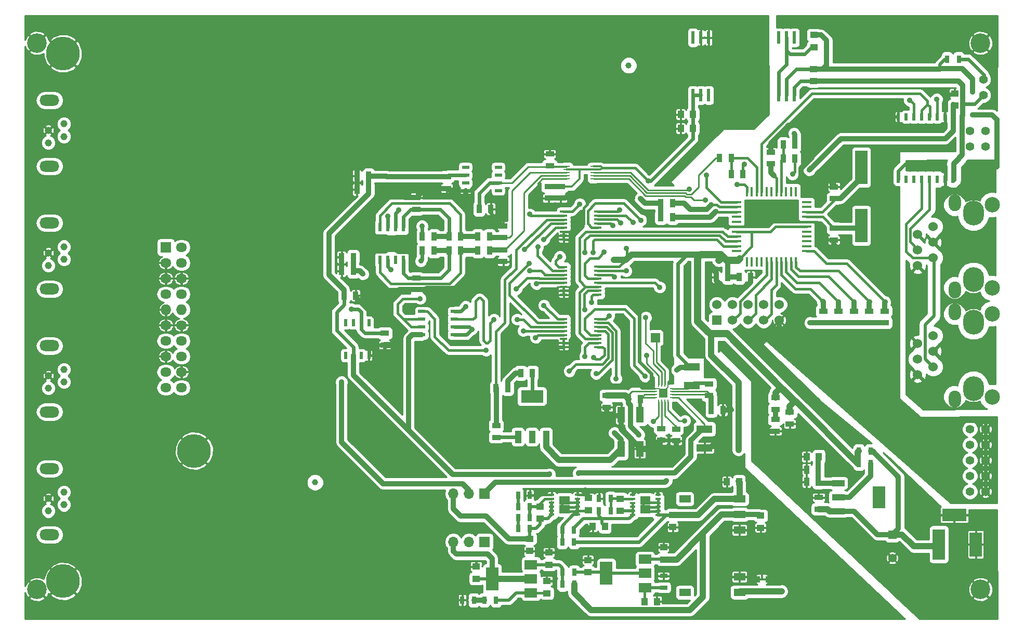
<source format=gtl>
G04 #@! TF.FileFunction,Copper,L1,Top,Signal*
%FSLAX46Y46*%
G04 Gerber Fmt 4.6, Leading zero omitted, Abs format (unit mm)*
G04 Created by KiCad (PCBNEW 4.0.4+e1-6308~48~ubuntu15.10.1-stable) date Tue Jun 20 15:03:40 2017*
%MOMM*%
%LPD*%
G01*
G04 APERTURE LIST*
%ADD10C,0.150000*%
%ADD11C,1.400000*%
%ADD12R,1.250000X1.000000*%
%ADD13R,1.000000X1.250000*%
%ADD14R,0.700000X1.300000*%
%ADD15C,3.200000*%
%ADD16C,1.000000*%
%ADD17R,0.889000X1.397000*%
%ADD18R,1.397000X0.889000*%
%ADD19C,5.500000*%
%ADD20C,1.160000*%
%ADD21O,3.200000X1.800000*%
%ADD22R,1.727200X1.727200*%
%ADD23O,1.800000X1.500000*%
%ADD24O,1.727200X1.727200*%
%ADD25R,0.701040X0.248920*%
%ADD26R,0.248920X0.701040*%
%ADD27R,1.450340X1.450340*%
%ADD28R,0.700000X0.700000*%
%ADD29R,1.524000X1.524000*%
%ADD30C,1.524000*%
%ADD31R,2.540000X1.270000*%
%ADD32R,1.270000X2.540000*%
%ADD33R,4.000500X1.998980*%
%ADD34R,1.998980X4.000500*%
%ADD35R,1.998980X5.001260*%
%ADD36R,1.143000X0.508000*%
%ADD37R,1.000760X0.269240*%
%ADD38R,0.508000X1.143000*%
%ADD39R,2.032000X3.657600*%
%ADD40R,2.032000X1.016000*%
%ADD41R,0.406400X1.524000*%
%ADD42R,1.524000X0.406400*%
%ADD43R,3.657600X2.032000*%
%ADD44R,1.016000X2.032000*%
%ADD45R,1.397000X1.397000*%
%ADD46C,1.397000*%
%ADD47R,0.599440X1.399540*%
%ADD48R,4.000500X2.799080*%
%ADD49R,1.998980X5.499100*%
%ADD50R,1.150620X0.431800*%
%ADD51R,0.600000X2.000000*%
%ADD52R,1.300000X0.700000*%
%ADD53R,1.700000X1.700000*%
%ADD54O,1.700000X1.700000*%
%ADD55R,0.890000X0.420000*%
%ADD56R,0.825000X0.712500*%
%ADD57R,1.900000X1.200000*%
%ADD58R,2.000000X3.800000*%
%ADD59R,2.000000X1.500000*%
%ADD60O,2.000000X2.765000*%
%ADD61O,3.400000X4.035000*%
%ADD62C,2.500000*%
%ADD63C,0.889000*%
%ADD64C,0.609600*%
%ADD65C,0.203200*%
%ADD66C,1.000760*%
%ADD67C,0.812800*%
%ADD68C,0.406400*%
%ADD69C,1.198880*%
%ADD70C,0.254000*%
%ADD71C,0.304800*%
%ADD72C,0.500000*%
G04 APERTURE END LIST*
D10*
D11*
X220186200Y-67850000D03*
X217646200Y-67850000D03*
X220186200Y-65310000D03*
X217646200Y-65310000D03*
D12*
X184962800Y-140369800D03*
X184962800Y-138369800D03*
D13*
X193050000Y-118400000D03*
X191050000Y-118400000D03*
D14*
X136850000Y-141775000D03*
X134950000Y-141775000D03*
D13*
X164650000Y-142000000D03*
X166650000Y-142000000D03*
D12*
X148725000Y-140650000D03*
X148725000Y-138650000D03*
D15*
X219380000Y-140020000D03*
X219380000Y-51020000D03*
X65710000Y-140020000D03*
X65710000Y-51020000D03*
D11*
X219820000Y-56950000D03*
X219820000Y-59490000D03*
D16*
X162050000Y-54660000D03*
D17*
X162052000Y-108993940D03*
X163957000Y-108993940D03*
D18*
X175158400Y-106540300D03*
X175158400Y-108445300D03*
D19*
X91287600Y-117449600D03*
X69941200Y-138694400D03*
D20*
X70081200Y-126230000D03*
X70081200Y-124190000D03*
X67531200Y-125210000D03*
X67531200Y-127250000D03*
D21*
X67731200Y-131100000D03*
X67731200Y-120340000D03*
D20*
X70081200Y-106230000D03*
X70081200Y-104190000D03*
X67531200Y-105210000D03*
X67531200Y-107250000D03*
D21*
X67731200Y-111100000D03*
X67731200Y-100340000D03*
D20*
X70081200Y-86230000D03*
X70081200Y-84190000D03*
X67531200Y-85210000D03*
X67531200Y-87250000D03*
D21*
X67731200Y-91100000D03*
X67731200Y-80340000D03*
D20*
X70081200Y-66230000D03*
X70081200Y-64190000D03*
X67531200Y-65210000D03*
X67531200Y-67250000D03*
D21*
X67731200Y-71100000D03*
X67731200Y-60340000D03*
D22*
X86671200Y-84290000D03*
D23*
X89211200Y-84290000D03*
X86671200Y-86830000D03*
X89211200Y-86830000D03*
X86671200Y-89370000D03*
X89211200Y-89370000D03*
X86671200Y-91910000D03*
X89211200Y-91910000D03*
D24*
X86671200Y-94450000D03*
X89211200Y-94450000D03*
D23*
X86671200Y-96990000D03*
X89211200Y-96990000D03*
X86671200Y-99530000D03*
X89211200Y-99530000D03*
X86671200Y-102070000D03*
X89211200Y-102070000D03*
X86671200Y-104610000D03*
X89211200Y-104610000D03*
X86671200Y-107150000D03*
X89211200Y-107150000D03*
D25*
X169108120Y-108790740D03*
X169108120Y-108290360D03*
X169108120Y-107292140D03*
X169108120Y-107792520D03*
D26*
X167459660Y-106641900D03*
X166959280Y-106641900D03*
X167957500Y-106641900D03*
X168457880Y-106641900D03*
X166959280Y-109440980D03*
X167459660Y-109440980D03*
X168457880Y-109440980D03*
X167957500Y-109440980D03*
D25*
X166309040Y-108290360D03*
X166309040Y-108790740D03*
X166309040Y-107792520D03*
X166309040Y-107292140D03*
D27*
X167708580Y-108041440D03*
D28*
X167358580Y-107691440D03*
X168058580Y-107691440D03*
X168058580Y-108391440D03*
X167358580Y-108391440D03*
D29*
X176427600Y-96162000D03*
D30*
X176427600Y-93622000D03*
X178967600Y-96162000D03*
X178967600Y-93622000D03*
X181507600Y-96162000D03*
X181507600Y-93622000D03*
X184047600Y-96162000D03*
X184047600Y-93622000D03*
X186587600Y-96162000D03*
X186587600Y-93622000D03*
D31*
X174417600Y-113898000D03*
X174417600Y-116946000D03*
D32*
X160832800Y-117142260D03*
X163880800Y-117142260D03*
D17*
X181960100Y-89142000D03*
X180055100Y-89142000D03*
X176305100Y-89142000D03*
X178210100Y-89142000D03*
D18*
X185206640Y-70693280D03*
X185206640Y-68788280D03*
D17*
X117210100Y-85892000D03*
X115305100Y-85892000D03*
X117210100Y-88142000D03*
X115305100Y-88142000D03*
X119710100Y-74892000D03*
X117805100Y-74892000D03*
X119710100Y-72642000D03*
X117805100Y-72642000D03*
D18*
X127507600Y-89289500D03*
X127507600Y-91194500D03*
X127508000Y-78094840D03*
X127508000Y-76189840D03*
X149057360Y-74388980D03*
X149057360Y-76293980D03*
X151008080Y-74388980D03*
X151008080Y-76293980D03*
D33*
X215099260Y-127899400D03*
D34*
X218599380Y-132700000D03*
D35*
X212599900Y-132700000D03*
D17*
X169210100Y-79392000D03*
X167305100Y-79392000D03*
X169210100Y-77142000D03*
X167305100Y-77142000D03*
D29*
X166407600Y-99042000D03*
D36*
X140822680Y-71236840D03*
X135488680Y-71236840D03*
X140822680Y-72506840D03*
X140822680Y-73776840D03*
X140822680Y-75046840D03*
X135488680Y-72506840D03*
X135488680Y-73776840D03*
X135488680Y-75046840D03*
D18*
X141658340Y-82692240D03*
X141658340Y-80787240D03*
X132455920Y-72788780D03*
X132455920Y-74693780D03*
D37*
X151935180Y-71125080D03*
X151935180Y-71633080D03*
X151935180Y-72141080D03*
X151935180Y-72649080D03*
X151935180Y-73157080D03*
X156380180Y-73157080D03*
X156380180Y-72649080D03*
X156380180Y-72141080D03*
X156380180Y-71633080D03*
X156380180Y-71125080D03*
D18*
X141658340Y-84688680D03*
X141658340Y-86593680D03*
D17*
X137703560Y-78041500D03*
X139608560Y-78041500D03*
D18*
X122356880Y-98287840D03*
X122356880Y-100192840D03*
D36*
X128341120Y-98546920D03*
X133675120Y-98546920D03*
X128341120Y-97276920D03*
X128341120Y-96006920D03*
X128341120Y-94736920D03*
X133675120Y-97276920D03*
X133675120Y-96006920D03*
X133675120Y-94736920D03*
D38*
X214866600Y-63042800D03*
X213596600Y-63042800D03*
X212326600Y-63042800D03*
X211056600Y-63042800D03*
X209786600Y-63042800D03*
X208516600Y-63042800D03*
X207246600Y-63042800D03*
X205976600Y-63042800D03*
X205976600Y-73202800D03*
X207246600Y-73202800D03*
X208516600Y-73202800D03*
X209786600Y-73202800D03*
X211056600Y-73202800D03*
X212326600Y-73202800D03*
X213596600Y-73202800D03*
X214866600Y-73202800D03*
D11*
X220186200Y-124080000D03*
X217646200Y-124080000D03*
X220186200Y-121540000D03*
X217646200Y-121540000D03*
X220186200Y-119000000D03*
X217646200Y-119000000D03*
X220186200Y-116460000D03*
X217646200Y-116460000D03*
X220186200Y-113920000D03*
X217646200Y-113920000D03*
D17*
X192952500Y-120500000D03*
X191047500Y-120500000D03*
X178755040Y-72341740D03*
X180660040Y-72341740D03*
X187253880Y-69842380D03*
X189158880Y-69842380D03*
X178760120Y-69740780D03*
X176855120Y-69740780D03*
X187253880Y-67541140D03*
X189158880Y-67541140D03*
X137505440Y-84841080D03*
X139410440Y-84841080D03*
D31*
X172364400Y-106781600D03*
X172364400Y-103733600D03*
D32*
X163923980Y-111589820D03*
X160875980Y-111589820D03*
D18*
X195507600Y-74439500D03*
X195507600Y-76344500D03*
X195507600Y-83094500D03*
X195507600Y-81189500D03*
X193000000Y-126952500D03*
X193000000Y-125047500D03*
D17*
X177431700Y-110810040D03*
X175526700Y-110810040D03*
D18*
X169778680Y-113908840D03*
X169778680Y-115813840D03*
X167396160Y-113837720D03*
X167396160Y-115742720D03*
D17*
X115704620Y-92141040D03*
X117609620Y-92141040D03*
D18*
X193757600Y-94689500D03*
X193757600Y-96594500D03*
X196257600Y-94689500D03*
X196257600Y-96594500D03*
X198757600Y-94689500D03*
X198757600Y-96594500D03*
X201257600Y-94689500D03*
X201257600Y-96594500D03*
X203757600Y-94689500D03*
X203757600Y-96594500D03*
D17*
X192952500Y-122500000D03*
X191047500Y-122500000D03*
D39*
X202802000Y-125000000D03*
D40*
X196198000Y-125000000D03*
X196198000Y-127286000D03*
X196198000Y-122714000D03*
D41*
X185320940Y-75209400D03*
X184520840Y-75209400D03*
X183720740Y-75209400D03*
X182920640Y-75209400D03*
X182120540Y-75209400D03*
X181320440Y-75209400D03*
X186121040Y-75209400D03*
X186921140Y-75209400D03*
X187721240Y-75209400D03*
X188521340Y-75209400D03*
X189321440Y-75209400D03*
X185320940Y-86639400D03*
X184520840Y-86639400D03*
X183720740Y-86639400D03*
X182920640Y-86639400D03*
X182120540Y-86639400D03*
X181320440Y-86639400D03*
X186121040Y-86639400D03*
X186921140Y-86639400D03*
X187721240Y-86639400D03*
X188521340Y-86639400D03*
X189321440Y-86639400D03*
D42*
X179605940Y-80924400D03*
X191035940Y-80924400D03*
X179605940Y-81724500D03*
X191035940Y-81724500D03*
X191035940Y-82524600D03*
X179605940Y-82524600D03*
X179605940Y-83324700D03*
X191035940Y-83324700D03*
X191035940Y-84124800D03*
X179605940Y-84124800D03*
X179605940Y-84924900D03*
X191035940Y-84924900D03*
X191035940Y-80124300D03*
X179605940Y-80124300D03*
X179605940Y-79324200D03*
X191035940Y-79324200D03*
X191035940Y-78524100D03*
X179605940Y-78524100D03*
X179605940Y-77724000D03*
X191035940Y-77724000D03*
X191035940Y-76923900D03*
X179605940Y-76923900D03*
D17*
X146390360Y-104775000D03*
X144485360Y-104775000D03*
D18*
X140484860Y-115252500D03*
X140484860Y-113347500D03*
D17*
X140455100Y-107242000D03*
X142360100Y-107242000D03*
X130360420Y-84841080D03*
X128455420Y-84841080D03*
X128455420Y-82542380D03*
X130360420Y-82542380D03*
X139410440Y-82539840D03*
X137505440Y-82539840D03*
D38*
X115953540Y-96573340D03*
X115953540Y-101907340D03*
X117223540Y-96573340D03*
X118493540Y-96573340D03*
X119763540Y-96573340D03*
X117223540Y-101907340D03*
X118493540Y-101907340D03*
X119763540Y-101907340D03*
D43*
X146326860Y-108585000D03*
D44*
X146326860Y-115189000D03*
X148612860Y-115189000D03*
X144040860Y-115189000D03*
D17*
X132803900Y-82539840D03*
X134708900Y-82539840D03*
X132803900Y-84841080D03*
X134708900Y-84841080D03*
D45*
X205000000Y-131095000D03*
D46*
X205000000Y-134905000D03*
D18*
X158507600Y-110344500D03*
X158507600Y-108439500D03*
X188315600Y-111163100D03*
X188315600Y-113068100D03*
D47*
X125361700Y-86360000D03*
X125361700Y-81026000D03*
X124091700Y-86360000D03*
X122821700Y-86360000D03*
X121551700Y-86360000D03*
X124091700Y-81026000D03*
X122821700Y-81026000D03*
X121551700Y-81026000D03*
D48*
X123456700Y-83693000D03*
D18*
X185978800Y-108775500D03*
X185978800Y-110680500D03*
D49*
X199957600Y-71262200D03*
X199957600Y-80761800D03*
D50*
X151462740Y-95981520D03*
X151462740Y-96616520D03*
X151462740Y-97276920D03*
X151462740Y-97911920D03*
X151462740Y-98572320D03*
X151462740Y-99220020D03*
X151462740Y-99867720D03*
X151462740Y-100515420D03*
X157050740Y-100515420D03*
X157050740Y-99867720D03*
X157050740Y-99220020D03*
X157050740Y-98572320D03*
X157050740Y-97911920D03*
X157050740Y-97264220D03*
X157050740Y-96616520D03*
X157050740Y-95968820D03*
X151462740Y-87480140D03*
X151462740Y-88115140D03*
X151462740Y-88775540D03*
X151462740Y-89410540D03*
X151462740Y-90070940D03*
X151462740Y-90718640D03*
X151462740Y-91366340D03*
X151462740Y-92014040D03*
X157050740Y-92014040D03*
X157050740Y-91366340D03*
X157050740Y-90718640D03*
X157050740Y-90070940D03*
X157050740Y-89410540D03*
X157050740Y-88762840D03*
X157050740Y-88115140D03*
X157050740Y-87467440D03*
X151462740Y-78480920D03*
X151462740Y-79115920D03*
X151462740Y-79776320D03*
X151462740Y-80411320D03*
X151462740Y-81071720D03*
X151462740Y-81719420D03*
X151462740Y-82367120D03*
X151462740Y-83014820D03*
X157050740Y-83014820D03*
X157050740Y-82367120D03*
X157050740Y-81719420D03*
X157050740Y-81071720D03*
X157050740Y-80411320D03*
X157050740Y-79763620D03*
X157050740Y-79115920D03*
X157050740Y-78468220D03*
D18*
X185978800Y-112331500D03*
X185978800Y-114236500D03*
X149207600Y-70994500D03*
X149207600Y-69089500D03*
D14*
X201450000Y-117500000D03*
X199550000Y-117500000D03*
X201450000Y-119500000D03*
X199550000Y-119500000D03*
D12*
X192176400Y-57235600D03*
X192176400Y-55235600D03*
D13*
X172551600Y-62636400D03*
X170551600Y-62636400D03*
D12*
X192227200Y-51698400D03*
X192227200Y-49698400D03*
D13*
X172551600Y-64922400D03*
X170551600Y-64922400D03*
D51*
X172542200Y-59513200D03*
X173812200Y-59513200D03*
X175082200Y-59513200D03*
X186512200Y-59513200D03*
X187782200Y-59513200D03*
X189052200Y-59513200D03*
X189052200Y-50113200D03*
X187782200Y-50113200D03*
X186512200Y-50113200D03*
X175082200Y-50113200D03*
X173812200Y-50113200D03*
X172542200Y-50113200D03*
D12*
X215188800Y-59198000D03*
X215188800Y-61198000D03*
D19*
X69941200Y-52720000D03*
D12*
X155550000Y-127110000D03*
X155550000Y-125110000D03*
X182854600Y-140369800D03*
X182854600Y-138369800D03*
X145905000Y-131785000D03*
X145905000Y-133785000D03*
X147630000Y-126510000D03*
X147630000Y-128510000D03*
X167750000Y-135150000D03*
X167750000Y-133150000D03*
X155450000Y-137250000D03*
X155450000Y-135250000D03*
X183550000Y-128000000D03*
X183550000Y-130000000D03*
D13*
X180050000Y-122500000D03*
X178050000Y-122500000D03*
D12*
X149100000Y-136000000D03*
X149100000Y-134000000D03*
X137225000Y-138300000D03*
X137225000Y-136300000D03*
D14*
X145955000Y-124710000D03*
X144055000Y-124710000D03*
X144055000Y-126510000D03*
X145955000Y-126510000D03*
X145955000Y-128310000D03*
X144055000Y-128310000D03*
X144055000Y-130110000D03*
X145955000Y-130110000D03*
D52*
X167750000Y-139725000D03*
X167750000Y-137825000D03*
D14*
X151300000Y-137250000D03*
X153200000Y-137250000D03*
X153200000Y-139200000D03*
X151300000Y-139200000D03*
X140450000Y-141775000D03*
X138550000Y-141775000D03*
D53*
X138580000Y-124440000D03*
D54*
X136040000Y-124440000D03*
X133500000Y-124440000D03*
D53*
X138580000Y-132275000D03*
D54*
X136040000Y-132275000D03*
X133500000Y-132275000D03*
D55*
X153735000Y-127860000D03*
X153735000Y-127210000D03*
X153735000Y-126560000D03*
X153735000Y-125910000D03*
X153735000Y-125260000D03*
X153735000Y-124610000D03*
X149525000Y-124610000D03*
X149525000Y-125260000D03*
X149525000Y-125910000D03*
X149525000Y-126560000D03*
X149525000Y-127210000D03*
X149525000Y-127860000D03*
D56*
X151217500Y-125166250D03*
X151217500Y-125878750D03*
X151217500Y-126591250D03*
X151217500Y-127303750D03*
X152042500Y-125166250D03*
X152042500Y-125878750D03*
X152042500Y-126591250D03*
X152042500Y-127303750D03*
D57*
X180125000Y-140520000D03*
X180125000Y-137980000D03*
X180125000Y-130360000D03*
X180125000Y-127820000D03*
X180125000Y-125280000D03*
X171225000Y-125280000D03*
X171225000Y-140520000D03*
D58*
X158425000Y-137425000D03*
D59*
X164725000Y-137425000D03*
X164725000Y-135125000D03*
X164725000Y-139725000D03*
D58*
X139850000Y-138300000D03*
D59*
X146150000Y-138300000D03*
X146150000Y-136000000D03*
X146150000Y-140600000D03*
D16*
X110980000Y-122600000D03*
D14*
X215850000Y-53620000D03*
X213950000Y-53620000D03*
D12*
X169260000Y-127880000D03*
X169260000Y-129880000D03*
D13*
X158200000Y-129770000D03*
X156200000Y-129770000D03*
D12*
X160670000Y-125250000D03*
X160670000Y-127250000D03*
D14*
X157220000Y-125230000D03*
X159120000Y-125230000D03*
X159140000Y-127200000D03*
X157240000Y-127200000D03*
D55*
X166895000Y-127885000D03*
X166895000Y-127235000D03*
X166895000Y-126585000D03*
X166895000Y-125935000D03*
X166895000Y-125285000D03*
X166895000Y-124635000D03*
X162685000Y-124635000D03*
X162685000Y-125285000D03*
X162685000Y-125935000D03*
X162685000Y-126585000D03*
X162685000Y-127235000D03*
X162685000Y-127885000D03*
D56*
X164377500Y-125191250D03*
X164377500Y-125903750D03*
X164377500Y-126616250D03*
X164377500Y-127328750D03*
X165202500Y-125191250D03*
X165202500Y-125903750D03*
X165202500Y-126616250D03*
X165202500Y-127328750D03*
D14*
X151250000Y-130320000D03*
X153150000Y-130320000D03*
X151250000Y-132290000D03*
X153150000Y-132290000D03*
D60*
X215164480Y-91254500D03*
X215164480Y-77029500D03*
D30*
X209144140Y-84746520D03*
X209144140Y-82206520D03*
X209144140Y-87286520D03*
X211684140Y-80936520D03*
X211684140Y-83476520D03*
X211684140Y-86016520D03*
D61*
X218211940Y-89539500D03*
X218214480Y-78744500D03*
D62*
X221261940Y-77362000D03*
X221261940Y-90922000D03*
D60*
X215164480Y-109004500D03*
X215164480Y-94779500D03*
D30*
X209144140Y-102496520D03*
X209144140Y-99956520D03*
X209144140Y-105036520D03*
X211684140Y-98686520D03*
X211684140Y-101226520D03*
X211684140Y-103766520D03*
D61*
X218211940Y-107289500D03*
X218214480Y-96494500D03*
D62*
X221261940Y-95112000D03*
X221261940Y-108672000D03*
D63*
X124607600Y-78242000D03*
X116907600Y-94342000D03*
X186975000Y-140325000D03*
X179950000Y-117300000D03*
X169926000Y-104292400D03*
X171207600Y-112542000D03*
X166107600Y-112642000D03*
X159755840Y-114541300D03*
X191617600Y-96592000D03*
X191487600Y-71712000D03*
X163997600Y-76362000D03*
X176757600Y-86392000D03*
X158856680Y-95443040D03*
X161706560Y-84442300D03*
X165257480Y-73492360D03*
X159656780Y-86342220D03*
X160606740Y-78191360D03*
X174537600Y-76562000D03*
X185707020Y-72641460D03*
X171947600Y-74852000D03*
X189006480Y-65742820D03*
X154957780Y-102041960D03*
X154957780Y-94442280D03*
X154957780Y-85140800D03*
X156255720Y-85140800D03*
X155986480Y-93261180D03*
X156357320Y-102240080D03*
X147600000Y-132600000D03*
X156460000Y-115340000D03*
X154910000Y-131050000D03*
X154980000Y-123830000D03*
X171300000Y-137850000D03*
X173000000Y-100875000D03*
X168257600Y-93892000D03*
X175257600Y-87392000D03*
X177906680Y-80942180D03*
X177250000Y-105925000D03*
X177975000Y-109150000D03*
X142308580Y-99542600D03*
X125197600Y-75732000D03*
X138987600Y-89802000D03*
X169722800Y-117449600D03*
X123507600Y-92442000D03*
X128897600Y-107332000D03*
X122297600Y-107332000D03*
X121687600Y-70812000D03*
X177775000Y-113575000D03*
X196408040Y-84742020D03*
X194208400Y-72791320D03*
X122308620Y-102141020D03*
X188757600Y-72392000D03*
X176237600Y-78472000D03*
X164957760Y-101940360D03*
X175507600Y-77362000D03*
X164856160Y-95740220D03*
X180906420Y-70741540D03*
X145977600Y-88142000D03*
X138847600Y-101082000D03*
X140107600Y-96042000D03*
X143907600Y-96042000D03*
X161655760Y-88140540D03*
X159997600Y-105712000D03*
X162755580Y-80241140D03*
X167106600Y-90792300D03*
X164757100Y-105290620D03*
X164037600Y-79862000D03*
X150855680Y-85841840D03*
X148257260Y-93741240D03*
X154107600Y-77242000D03*
X147058380Y-90241120D03*
X146908520Y-98991420D03*
X148217600Y-83032000D03*
X193697600Y-93122000D03*
X196227600Y-93192000D03*
X198747600Y-93192000D03*
X201297600Y-93192000D03*
X203827600Y-93192000D03*
X136507600Y-97642000D03*
X128407600Y-80842000D03*
X128207600Y-86542000D03*
X128107440Y-92641420D03*
X212242400Y-60147200D03*
X174757080Y-72491600D03*
X207822800Y-60350400D03*
X179707540Y-74041000D03*
X147256500Y-84241640D03*
X145857600Y-86912000D03*
X145947600Y-78912000D03*
X143756380Y-91092020D03*
X144907000Y-97891600D03*
X145127600Y-84672000D03*
X158056580Y-85092540D03*
X152417600Y-104432000D03*
X159506920Y-80741520D03*
X159755840Y-89141300D03*
X156777600Y-104872000D03*
X160756600Y-80340200D03*
X149200000Y-121250000D03*
X122807600Y-79242000D03*
X122607600Y-72742000D03*
X115307600Y-106242000D03*
X123307600Y-87942000D03*
X118757600Y-88642000D03*
X135507600Y-93942000D03*
X215900000Y-69700000D03*
X218100000Y-62700000D03*
X193735200Y-55235600D03*
X218100000Y-58950000D03*
X153870000Y-121090000D03*
X168225000Y-122300000D03*
X163756340Y-114841020D03*
D64*
X124091700Y-81026000D02*
X124091700Y-78757900D01*
X124091700Y-78757900D02*
X124607600Y-78242000D01*
X118493540Y-96573340D02*
X118493540Y-94827940D01*
X118007600Y-94342000D02*
X116907600Y-94342000D01*
X118493540Y-94827940D02*
X118007600Y-94342000D01*
X119105680Y-98287840D02*
X118493540Y-97675700D01*
X118493540Y-97675700D02*
X118493540Y-96573340D01*
X122356880Y-98287840D02*
X119105680Y-98287840D01*
D65*
X180125000Y-140520000D02*
X182704400Y-140520000D01*
X182704400Y-140520000D02*
X182854600Y-140369800D01*
X186975000Y-140325000D02*
X185007600Y-140325000D01*
X185007600Y-140325000D02*
X184962800Y-140369800D01*
X184962800Y-140369800D02*
X180275200Y-140369800D01*
X180275200Y-140369800D02*
X180125000Y-140520000D01*
D66*
X183750000Y-140375000D02*
X180270000Y-140375000D01*
X180270000Y-140375000D02*
X180125000Y-140520000D01*
X175500000Y-98372000D02*
X175500000Y-101875000D01*
X186925000Y-140375000D02*
X180270000Y-140375000D01*
X186975000Y-140325000D02*
X186925000Y-140375000D01*
X179950000Y-106325000D02*
X179950000Y-117300000D01*
X175500000Y-101875000D02*
X179950000Y-106325000D01*
X180270000Y-140375000D02*
X180125000Y-140520000D01*
X189118200Y-109382600D02*
X189282600Y-109382600D01*
X189282600Y-109382600D02*
X199400000Y-119500000D01*
X199400000Y-119500000D02*
X199400000Y-117650000D01*
X199400000Y-117650000D02*
X199550000Y-117500000D01*
X188315600Y-111163100D02*
X188315600Y-110185200D01*
X188315600Y-110185200D02*
X189118200Y-109382600D01*
X185978800Y-108775500D02*
X185978800Y-108000800D01*
X185978800Y-108000800D02*
X186857600Y-107122000D01*
D67*
X214966600Y-63042800D02*
X214966600Y-61703000D01*
X214938800Y-61675200D02*
X214938800Y-61048000D01*
X214966600Y-61703000D02*
X214938800Y-61675200D01*
D64*
X165257480Y-73492360D02*
X165674040Y-73492360D01*
X172551600Y-66614800D02*
X172551600Y-64922400D01*
X165674040Y-73492360D02*
X172551600Y-66614800D01*
X173812200Y-59513200D02*
X172542200Y-59513200D01*
X172542200Y-59513200D02*
X172542200Y-62627000D01*
D68*
X172542200Y-62627000D02*
X172551600Y-62636400D01*
D64*
X172551600Y-62636400D02*
X172551600Y-64922400D01*
D67*
X170484800Y-103835200D02*
X172212000Y-103835200D01*
X169926000Y-104292400D02*
X170484800Y-103835200D01*
X172212000Y-103835200D02*
X172364400Y-103682800D01*
D69*
X189118200Y-109382600D02*
X186857600Y-107122000D01*
X186857600Y-107122000D02*
X178107600Y-98372000D01*
X173306740Y-93591380D02*
X173306740Y-85943440D01*
X173807120Y-85443060D02*
X173306740Y-85943440D01*
X178107600Y-98372000D02*
X175500000Y-98372000D01*
X175500000Y-98372000D02*
X175287600Y-98372000D01*
X175287600Y-98372000D02*
X173306740Y-96391140D01*
X173306740Y-96391140D02*
X173306740Y-93591380D01*
D70*
X168457880Y-109440980D02*
X168457880Y-110792280D01*
X170207600Y-112542000D02*
X171207600Y-112542000D01*
X168457880Y-110792280D02*
X170207600Y-112542000D01*
X166959280Y-109440980D02*
X166959280Y-111790320D01*
X166959280Y-111790320D02*
X166107600Y-112642000D01*
D67*
X160832800Y-117142260D02*
X160832800Y-115618260D01*
X160832800Y-115618260D02*
X159755840Y-114541300D01*
D64*
X171483600Y-103242000D02*
X170107600Y-101866000D01*
X170107600Y-86942000D02*
X171606540Y-85443060D01*
X170107600Y-101866000D02*
X170107600Y-86942000D01*
D66*
X160832800Y-117142260D02*
X159033060Y-118942000D01*
X148612860Y-116847260D02*
X148612860Y-115189000D01*
X150707600Y-118942000D02*
X148612860Y-116847260D01*
X159033060Y-118942000D02*
X150707600Y-118942000D01*
D67*
X193757600Y-96594500D02*
X191620100Y-96594500D01*
X191620100Y-96594500D02*
X191617600Y-96592000D01*
X196257600Y-96594500D02*
X193757600Y-96594500D01*
X198757600Y-96594500D02*
X196257600Y-96594500D01*
X201257600Y-96594500D02*
X198757600Y-96594500D01*
X203757600Y-96594500D02*
X201257600Y-96594500D01*
X214911520Y-62909120D02*
X214911520Y-65316480D01*
X214911520Y-65316480D02*
X213657138Y-66570862D01*
X213657138Y-66570862D02*
X196628738Y-66570862D01*
X196628738Y-66570862D02*
X191487600Y-71712000D01*
X167305100Y-77142000D02*
X164777600Y-77142000D01*
X164777600Y-77142000D02*
X163997600Y-76362000D01*
X167305100Y-77142000D02*
X167305100Y-79392000D01*
X178210100Y-89142000D02*
X178210100Y-86594500D01*
X178210100Y-86594500D02*
X178007600Y-86392000D01*
X178210100Y-89142000D02*
X180055100Y-89142000D01*
D69*
X177257600Y-85642000D02*
X177257600Y-85892000D01*
X177257600Y-85892000D02*
X176757600Y-86392000D01*
X177058660Y-85443060D02*
X177257600Y-85642000D01*
X177257600Y-85642000D02*
X178007600Y-86392000D01*
X179858420Y-86392000D02*
X180108860Y-86141560D01*
D68*
X182107840Y-84142580D02*
X180108860Y-86141560D01*
X182107840Y-84142580D02*
X182107840Y-81724500D01*
D69*
X178007600Y-86392000D02*
X179858420Y-86392000D01*
X175760380Y-85443060D02*
X177058660Y-85443060D01*
X173807120Y-85443060D02*
X175760380Y-85443060D01*
D71*
X157540960Y-71125080D02*
X157756860Y-71340980D01*
D68*
X161706560Y-84442300D02*
X161734500Y-84470240D01*
D71*
X156380180Y-71633080D02*
X157464760Y-71633080D01*
D68*
X161734500Y-84470240D02*
X161734500Y-86215220D01*
X182107840Y-81724500D02*
X185181240Y-81724500D01*
D71*
X151008080Y-74388980D02*
X152808940Y-74388980D01*
X157540960Y-71125080D02*
X156380180Y-71125080D01*
X152808940Y-74388980D02*
X154058620Y-73139300D01*
D66*
X161607500Y-86342220D02*
X162506660Y-85443060D01*
D71*
X157464760Y-71633080D02*
X157756860Y-71340980D01*
D68*
X163106100Y-71340980D02*
X157756860Y-71340980D01*
X165257480Y-73492360D02*
X163106100Y-71340980D01*
D67*
X151008080Y-74388980D02*
X149057360Y-74388980D01*
D68*
X185981340Y-80924400D02*
X191035940Y-80924400D01*
X179605940Y-81724500D02*
X182107840Y-81724500D01*
D71*
X154058620Y-71633080D02*
X151935180Y-71633080D01*
D68*
X171056300Y-85443060D02*
X171606540Y-85443060D01*
X171606540Y-85443060D02*
X173807120Y-85443060D01*
X160482280Y-87467440D02*
X161734500Y-86215220D01*
D71*
X154058620Y-73139300D02*
X154058620Y-71633080D01*
D68*
X160329880Y-78468220D02*
X160606740Y-78191360D01*
D66*
X159656780Y-86342220D02*
X161607500Y-86342220D01*
D68*
X157050740Y-78468220D02*
X160329880Y-78468220D01*
D70*
X166959280Y-109440980D02*
X166949120Y-109440980D01*
D68*
X185181240Y-81724500D02*
X185981340Y-80924400D01*
X161734500Y-86215220D02*
X162506660Y-85443060D01*
X157050740Y-87467440D02*
X159656780Y-87467440D01*
D71*
X156380180Y-71633080D02*
X154058620Y-71633080D01*
D68*
X159656780Y-87467440D02*
X160482280Y-87467440D01*
D66*
X162506660Y-85443060D02*
X173807120Y-85443060D01*
D68*
X162506660Y-85443060D02*
X171056300Y-85443060D01*
X158330900Y-95968820D02*
X158856680Y-95443040D01*
X157050740Y-95968820D02*
X158330900Y-95968820D01*
D65*
X145707780Y-71142180D02*
X149059920Y-71142180D01*
X149059920Y-71142180D02*
X149207600Y-70994500D01*
X151935180Y-71125080D02*
X149338180Y-71125080D01*
X149338180Y-71125080D02*
X149207600Y-70994500D01*
D70*
X143073120Y-73776840D02*
X145707780Y-71142180D01*
X145707780Y-71142180D02*
X145712180Y-71137780D01*
D64*
X139420600Y-73776840D02*
X140822680Y-73776840D01*
D70*
X140822680Y-73776840D02*
X143073120Y-73776840D01*
X151935180Y-71137780D02*
X151935180Y-71125080D01*
D64*
X137703560Y-78041500D02*
X137703560Y-75493880D01*
D70*
X145712180Y-71137780D02*
X151935180Y-71137780D01*
D64*
X137703560Y-75493880D02*
X139420600Y-73776840D01*
D70*
X169108120Y-107792520D02*
X174820580Y-107792520D01*
X174820580Y-107792520D02*
X175577500Y-108549440D01*
X169108120Y-108290360D02*
X175318420Y-108290360D01*
D65*
X175318420Y-108290360D02*
X175577500Y-108549440D01*
X169862500Y-108300520D02*
X169115740Y-108300520D01*
X169682160Y-107800140D02*
X170073320Y-107800140D01*
X169214800Y-107800140D02*
X169682160Y-107800140D01*
X169115740Y-108300520D02*
X169113200Y-108297980D01*
D67*
X175526700Y-110810040D02*
X175526700Y-108600240D01*
D65*
X169682160Y-107800140D02*
X169113200Y-107800140D01*
X169214800Y-108300520D02*
X169862500Y-108300520D01*
X170073320Y-107800140D02*
X169113200Y-107800140D01*
D68*
X175478440Y-108648500D02*
X175577500Y-108549440D01*
D65*
X165681660Y-108303060D02*
X166309040Y-108303060D01*
X166212520Y-108303060D02*
X165681660Y-108303060D01*
X166309040Y-108303060D02*
X166314120Y-108297980D01*
D70*
X166309040Y-108290360D02*
X164660580Y-108290360D01*
X166309040Y-108790740D02*
X164160200Y-108790740D01*
X164660580Y-108290360D02*
X163957000Y-108993940D01*
D65*
X166309040Y-108803440D02*
X166314120Y-108798360D01*
D70*
X165783260Y-108803440D02*
X164147500Y-108803440D01*
X164160200Y-108790740D02*
X163957000Y-108993940D01*
X164147500Y-108803440D02*
X163957000Y-108993940D01*
D64*
X163923980Y-109026960D02*
X163957000Y-108993940D01*
D70*
X166212520Y-108803440D02*
X165783260Y-108803440D01*
D64*
X163923980Y-111589820D02*
X163923980Y-109026960D01*
D65*
X165783260Y-108803440D02*
X166309040Y-108803440D01*
D70*
X169108120Y-107292140D02*
X171803060Y-107292140D01*
D65*
X171803060Y-107292140D02*
X172364400Y-106730800D01*
D64*
X175514000Y-106438700D02*
X172656500Y-106438700D01*
X172656500Y-106438700D02*
X172364400Y-106730800D01*
D67*
X201450000Y-117500000D02*
X201800000Y-117500000D01*
X206000000Y-130095000D02*
X205000000Y-131095000D01*
X206000000Y-121700000D02*
X206000000Y-130095000D01*
X201800000Y-117500000D02*
X206000000Y-121700000D01*
X205000000Y-131095000D02*
X202595000Y-131095000D01*
X198786000Y-127286000D02*
X196198000Y-127286000D01*
X202595000Y-131095000D02*
X198786000Y-127286000D01*
D66*
X193000000Y-126952500D02*
X194452500Y-126952500D01*
X194452500Y-126952500D02*
X194786000Y-127286000D01*
X194786000Y-127286000D02*
X196198000Y-127286000D01*
X212359900Y-133010000D02*
X208510000Y-133010000D01*
X206595000Y-131095000D02*
X205000000Y-131095000D01*
X208510000Y-133010000D02*
X206595000Y-131095000D01*
D68*
X186921140Y-70175120D02*
X187253880Y-69842380D01*
X186921140Y-75209400D02*
X186921140Y-70175120D01*
X187253880Y-67541140D02*
X187253880Y-69842380D01*
X182920640Y-71254620D02*
X181406800Y-69740780D01*
X181406800Y-69740780D02*
X178760120Y-69740780D01*
X182920640Y-75209400D02*
X182920640Y-71254620D01*
X178760120Y-72336660D02*
X178755040Y-72341740D01*
X178760120Y-69740780D02*
X178760120Y-72336660D01*
X178188620Y-82524600D02*
X179605940Y-82524600D01*
X157050740Y-81719420D02*
X155079700Y-81719420D01*
X164480240Y-81719420D02*
X177383440Y-81719420D01*
X155079700Y-81719420D02*
X154056080Y-82743040D01*
X154056080Y-91643200D02*
X154056080Y-98239580D01*
X157050740Y-81719420D02*
X164480240Y-81719420D01*
X154056080Y-98239580D02*
X155036520Y-99220020D01*
X154980640Y-90718640D02*
X154056080Y-91643200D01*
X157050740Y-90718640D02*
X155033980Y-90718640D01*
X154056080Y-89740740D02*
X155033980Y-90718640D01*
X155036520Y-99220020D02*
X157050740Y-99220020D01*
X177383440Y-81719420D02*
X178188620Y-82524600D01*
X154056080Y-82743040D02*
X154056080Y-89740740D01*
X155033980Y-90718640D02*
X154980640Y-90718640D01*
D70*
X174537600Y-76562000D02*
X172682778Y-76562000D01*
X164817204Y-75881644D02*
X162092640Y-73157080D01*
X171135064Y-75881644D02*
X164817204Y-75881644D01*
X171360242Y-76106822D02*
X171135064Y-75881644D01*
X172227600Y-76106822D02*
X171360242Y-76106822D01*
X172682778Y-76562000D02*
X172227600Y-76106822D01*
X162092640Y-73157080D02*
X156380180Y-73157080D01*
D68*
X185707020Y-72641460D02*
X186121040Y-73055480D01*
X186121040Y-75209400D02*
X186121040Y-73055480D01*
D70*
X156380180Y-73157080D02*
X162092640Y-73157080D01*
D67*
X185206640Y-72141080D02*
X185707020Y-72641460D01*
X185206640Y-70693280D02*
X185206640Y-72141080D01*
D70*
X141658340Y-82692240D02*
X142607360Y-82692240D01*
X143067600Y-82232000D02*
X143067600Y-75102000D01*
X143067600Y-75102000D02*
X146028520Y-72141080D01*
X142607360Y-82692240D02*
X143067600Y-82232000D01*
X146028520Y-72141080D02*
X146408140Y-72141080D01*
X151935180Y-72141080D02*
X146408140Y-72141080D01*
D67*
X141658340Y-82692240D02*
X139562840Y-82692240D01*
X139562840Y-82692240D02*
X139410440Y-82539840D01*
D70*
X141909800Y-84688680D02*
X145017600Y-81580880D01*
X141658340Y-84688680D02*
X141909800Y-84688680D01*
X147810520Y-72649080D02*
X151935180Y-72649080D01*
X145017600Y-75442000D02*
X147810520Y-72649080D01*
X145017600Y-81580880D02*
X145017600Y-75442000D01*
D67*
X139562840Y-84688680D02*
X139410440Y-84841080D01*
X141658340Y-84688680D02*
X139562840Y-84688680D01*
D70*
X165218520Y-74952000D02*
X162407600Y-72141080D01*
X171847600Y-74952000D02*
X165218520Y-74952000D01*
X171947600Y-74852000D02*
X171847600Y-74952000D01*
D67*
X189006480Y-65742820D02*
X189158880Y-65895220D01*
X189158880Y-65895220D02*
X189158880Y-67541140D01*
D70*
X156380180Y-72141080D02*
X162407600Y-72141080D01*
X173456600Y-73862000D02*
X173456600Y-74473000D01*
X165009740Y-75416822D02*
X162241998Y-72649080D01*
X171327600Y-75416822D02*
X165009740Y-75416822D01*
X171552778Y-75642000D02*
X171327600Y-75416822D01*
X172287600Y-75642000D02*
X171552778Y-75642000D01*
X173456600Y-74473000D02*
X172287600Y-75642000D01*
X162241998Y-72649080D02*
X156380180Y-72649080D01*
X173456600Y-72544940D02*
X173456600Y-73862000D01*
X162241998Y-72649080D02*
X156380180Y-72649080D01*
X176260760Y-69740780D02*
X176855120Y-69740780D01*
X173456600Y-72544940D02*
X176260760Y-69740780D01*
D68*
X157050740Y-82367120D02*
X155729940Y-82367120D01*
X154957780Y-83139280D02*
X154957780Y-85140800D01*
X179605940Y-83324700D02*
X177840640Y-83324700D01*
X155630880Y-99867720D02*
X157050740Y-99867720D01*
X154856180Y-91942920D02*
X154856180Y-93540580D01*
X154856180Y-93438980D02*
X154856180Y-93540580D01*
X164881560Y-82367120D02*
X176883060Y-82367120D01*
X157050740Y-91366340D02*
X155432760Y-91366340D01*
X154957780Y-102041960D02*
X154957780Y-100540820D01*
X176883060Y-82367120D02*
X177840640Y-83324700D01*
X154856180Y-94340680D02*
X154856180Y-93438980D01*
X154957780Y-100540820D02*
X155630880Y-99867720D01*
X164881560Y-82367120D02*
X157050740Y-82367120D01*
X155432760Y-91366340D02*
X154856180Y-91942920D01*
X154957780Y-94442280D02*
X154856180Y-94340680D01*
X155729940Y-82367120D02*
X154957780Y-83139280D01*
X154856180Y-93540580D02*
X154856180Y-93540580D01*
X156255720Y-85140800D02*
X156255720Y-83293880D01*
X156255720Y-83293880D02*
X156534780Y-83014820D01*
X156534780Y-83014820D02*
X157050740Y-83014820D01*
X157050740Y-92014040D02*
X156235560Y-92014040D01*
X155986480Y-92263120D02*
X155986480Y-93261180D01*
X156235560Y-92014040D02*
X155986480Y-92263120D01*
X157050740Y-100515420D02*
X157823798Y-100515420D01*
X156659240Y-102542000D02*
X156357320Y-102240080D01*
X157407600Y-102542000D02*
X156659240Y-102542000D01*
X158107600Y-101842000D02*
X157407600Y-102542000D01*
X158107600Y-100799222D02*
X158107600Y-101842000D01*
X157823798Y-100515420D02*
X158107600Y-100799222D01*
X165435280Y-83014820D02*
X176382680Y-83014820D01*
X176382680Y-83014820D02*
X177492660Y-84124800D01*
X157050740Y-83014820D02*
X165435280Y-83014820D01*
X177492660Y-84124800D02*
X179605940Y-84124800D01*
D64*
X208200000Y-112600000D02*
X219800000Y-112600000D01*
X220234700Y-113034700D02*
X220234700Y-124480000D01*
X219800000Y-112600000D02*
X220234700Y-113034700D01*
D65*
X149100000Y-134000000D02*
X149100000Y-132900000D01*
X148800000Y-132600000D02*
X147600000Y-132600000D01*
X149100000Y-132900000D02*
X148800000Y-132600000D01*
D72*
X160875980Y-111589820D02*
X160210180Y-111589820D01*
X160210180Y-111589820D02*
X156460000Y-115340000D01*
X156200000Y-129770000D02*
X156190000Y-129770000D01*
X156190000Y-129770000D02*
X154910000Y-131050000D01*
D68*
X145955000Y-124710000D02*
X146590000Y-124710000D01*
X146690000Y-124610000D02*
X149525000Y-124610000D01*
X146590000Y-124710000D02*
X146690000Y-124610000D01*
X162685000Y-124635000D02*
X162705000Y-124635000D01*
X162705000Y-124635000D02*
X163470000Y-123870000D01*
X163470000Y-123870000D02*
X166420000Y-123870000D01*
X166420000Y-123870000D02*
X166895000Y-124345000D01*
X166895000Y-124345000D02*
X166895000Y-124635000D01*
X153735000Y-124610000D02*
X155050000Y-124610000D01*
X155050000Y-124610000D02*
X155550000Y-125110000D01*
X155550000Y-125110000D02*
X155550000Y-124400000D01*
X155550000Y-124400000D02*
X154980000Y-123830000D01*
D65*
X167750000Y-137825000D02*
X171275000Y-137825000D01*
X171275000Y-137825000D02*
X171300000Y-137850000D01*
D64*
X205700000Y-99600000D02*
X205500000Y-99600000D01*
X205400000Y-99700000D02*
X205700000Y-99700000D01*
X205500000Y-99600000D02*
X205400000Y-99700000D01*
X205700000Y-110000000D02*
X205700000Y-99700000D01*
X208350000Y-112650000D02*
X205700000Y-110000000D01*
D67*
X186587600Y-96162000D02*
X186587600Y-99487600D01*
X197842020Y-84742020D02*
X196408040Y-84742020D01*
X205700000Y-92600000D02*
X197842020Y-84742020D01*
X205700000Y-99600000D02*
X205700000Y-92600000D01*
X204800000Y-100500000D02*
X205700000Y-99600000D01*
X187600000Y-100500000D02*
X204800000Y-100500000D01*
X186587600Y-99487600D02*
X187600000Y-100500000D01*
D70*
X168907600Y-105742000D02*
X168907600Y-103832800D01*
X168457880Y-106191720D02*
X168907600Y-105742000D01*
X168457880Y-106641900D02*
X168457880Y-106191720D01*
X168907600Y-103832800D02*
X168656000Y-103581200D01*
D67*
X177495200Y-100232000D02*
X177702000Y-100232000D01*
X184086500Y-114236500D02*
X185978800Y-114236500D01*
X183235600Y-113385600D02*
X184086500Y-114236500D01*
X183235600Y-105765600D02*
X183235600Y-113385600D01*
X177702000Y-100232000D02*
X183235600Y-105765600D01*
D69*
X177567600Y-100232000D02*
X177495200Y-100232000D01*
D67*
X168257600Y-93892000D02*
X164007600Y-93892000D01*
X164007600Y-93892000D02*
X163776662Y-94122938D01*
D64*
X163776662Y-94122938D02*
X163776662Y-102920286D01*
X163776662Y-102920286D02*
X165757600Y-104901224D01*
X165757600Y-104901224D02*
X165757600Y-105892000D01*
X165757600Y-105892000D02*
X165007600Y-106642000D01*
X165007600Y-106642000D02*
X163558320Y-106642000D01*
D71*
X164208460Y-107292140D02*
X163558320Y-106642000D01*
X163558320Y-106642000D02*
X163558220Y-106641900D01*
X163558220Y-106641900D02*
X156007700Y-106641900D01*
X156007700Y-106641900D02*
X155007600Y-107642000D01*
X155007600Y-107642000D02*
X155007600Y-109241880D01*
D70*
X164216080Y-107299760D02*
X163558220Y-106641900D01*
D67*
X147917600Y-102872000D02*
X148637720Y-102872000D01*
X148637720Y-102872000D02*
X157457140Y-111691420D01*
X142308580Y-99542600D02*
X142308580Y-102132980D01*
X143047600Y-102872000D02*
X147917600Y-102872000D01*
X142308580Y-102132980D02*
X143047600Y-102872000D01*
D64*
X157457140Y-111691420D02*
X155007600Y-109241880D01*
D68*
X177924460Y-80924400D02*
X177906680Y-80942180D01*
D67*
X176305100Y-88439500D02*
X175257600Y-87392000D01*
D64*
X145508980Y-99542600D02*
X142308580Y-99542600D01*
D67*
X138977600Y-89792000D02*
X138977600Y-89752000D01*
X138987600Y-89802000D02*
X138977600Y-89792000D01*
X135697600Y-89752000D02*
X138977600Y-89752000D01*
X138977600Y-88212000D02*
X138977600Y-89752000D01*
X157457140Y-111691420D02*
X159057020Y-111691420D01*
X178800760Y-110810040D02*
X177975000Y-109150000D01*
D69*
X123456700Y-83693000D02*
X122505700Y-82742000D01*
X122505700Y-82742000D02*
X120807600Y-82742000D01*
X123456700Y-83693000D02*
X124307700Y-82842000D01*
X124307700Y-82842000D02*
X125907600Y-82842000D01*
X125056600Y-83693000D02*
X125907600Y-82842000D01*
X120607600Y-84742000D02*
X119710100Y-83844500D01*
X122407700Y-84742000D02*
X120607600Y-84742000D01*
X119710100Y-83844500D02*
X119710100Y-82642000D01*
X123456700Y-83693000D02*
X122407700Y-84742000D01*
X123456700Y-83693000D02*
X124605700Y-84842000D01*
X124605700Y-84842000D02*
X126307600Y-84842000D01*
X123456700Y-83693000D02*
X122707700Y-84442000D01*
X122707700Y-84442000D02*
X121510100Y-84442000D01*
X121510100Y-84442000D02*
X119710100Y-82642000D01*
X123456700Y-83693000D02*
X121758600Y-83693000D01*
X121758600Y-83693000D02*
X120807600Y-82742000D01*
X120807600Y-82742000D02*
X119710100Y-81644500D01*
X123456700Y-83693000D02*
X125158600Y-83693000D01*
X125158600Y-83693000D02*
X126307600Y-84842000D01*
X126307600Y-84842000D02*
X126807600Y-85342000D01*
X123456700Y-83693000D02*
X125056600Y-83693000D01*
X123456700Y-83693000D02*
X126456600Y-83693000D01*
X126456600Y-83693000D02*
X126507600Y-83642000D01*
D67*
X158507600Y-111142000D02*
X159057020Y-111691420D01*
X123456700Y-83693000D02*
X120761100Y-83693000D01*
X120761100Y-83693000D02*
X119710100Y-82642000D01*
X119710100Y-80392000D02*
X119710100Y-81644500D01*
X119710100Y-81644500D02*
X119710100Y-82642000D01*
X119710100Y-80392000D02*
X119710100Y-79189500D01*
X123167600Y-75732000D02*
X125197600Y-75732000D01*
X119710100Y-79189500D02*
X123167600Y-75732000D01*
X134437178Y-91012422D02*
X129137178Y-91012422D01*
X129137178Y-91012422D02*
X128955100Y-91194500D01*
X125197600Y-75732000D02*
X125655440Y-76189840D01*
D64*
X146481800Y-100515420D02*
X145508980Y-99542600D01*
D67*
X134437178Y-91012422D02*
X135697600Y-89752000D01*
X140595920Y-86593680D02*
X138977600Y-88212000D01*
D68*
X213596600Y-63042800D02*
X213596600Y-60266200D01*
X213596600Y-60266200D02*
X214664800Y-59198000D01*
X214664800Y-59198000D02*
X215188800Y-59198000D01*
D67*
X169778680Y-115813840D02*
X169778680Y-117393720D01*
X169778680Y-117393720D02*
X169722800Y-117449600D01*
X177431700Y-110810040D02*
X178800760Y-110810040D01*
D68*
X155356560Y-76441300D02*
X155356560Y-77293040D01*
X155356560Y-77293040D02*
X154780378Y-77869222D01*
X154780378Y-77869222D02*
X154780378Y-80469222D01*
X154780378Y-80469222D02*
X153530180Y-81719420D01*
X153530180Y-81719420D02*
X151462740Y-81719420D01*
D67*
X127507600Y-91194500D02*
X124755100Y-91194500D01*
X124755100Y-91194500D02*
X123507600Y-92442000D01*
X122987600Y-96442000D02*
X122907600Y-96442000D01*
X124508260Y-97543620D02*
X123406640Y-96442000D01*
X122907600Y-96442000D02*
X123406640Y-96442000D01*
D66*
X124508260Y-98963480D02*
X124508260Y-99441000D01*
X122356880Y-100192840D02*
X123756420Y-100192840D01*
X124508260Y-97543620D02*
X124508260Y-98963480D01*
X124508260Y-99441000D02*
X123756420Y-100192840D01*
D67*
X121607600Y-96442000D02*
X122907600Y-96442000D01*
X121607600Y-96442000D02*
X117609620Y-92444020D01*
X117609620Y-92141040D02*
X117609620Y-92444020D01*
D70*
X151462740Y-90718640D02*
X152284240Y-90718640D01*
X152284240Y-90718640D02*
X152592600Y-91027000D01*
X151462740Y-90718640D02*
X150530960Y-90718640D01*
X150530960Y-90718640D02*
X150007600Y-91242000D01*
D66*
X122297600Y-107332000D02*
X122307600Y-107342000D01*
D64*
X135488680Y-75046840D02*
X136242760Y-75046840D01*
X137057600Y-58262000D02*
X135537600Y-56742000D01*
X137057600Y-74232000D02*
X137057600Y-58262000D01*
X136242760Y-75046840D02*
X137057600Y-74232000D01*
D67*
X117805100Y-70092000D02*
X120967600Y-70092000D01*
X120967600Y-70092000D02*
X121687600Y-70812000D01*
X159317600Y-56742000D02*
X178567600Y-56742000D01*
X178567600Y-56742000D02*
X181517600Y-59692000D01*
X140067600Y-56742000D02*
X159317600Y-56742000D01*
X159317600Y-56742000D02*
X162267600Y-59692000D01*
X120817600Y-56742000D02*
X135537600Y-56742000D01*
X135537600Y-56742000D02*
X140067600Y-56742000D01*
X140067600Y-56742000D02*
X143017600Y-59692000D01*
X117805100Y-72642000D02*
X117805100Y-70092000D01*
X117805100Y-70092000D02*
X117805100Y-58644500D01*
X120817600Y-56742000D02*
X123767600Y-59692000D01*
X119707600Y-56742000D02*
X120817600Y-56742000D01*
X117805100Y-58644500D02*
X119707600Y-56742000D01*
X185206640Y-68788280D02*
X185206640Y-67342960D01*
X188107260Y-64442340D02*
X189608460Y-64442340D01*
X185206640Y-67342960D02*
X188107260Y-64442340D01*
X158507600Y-110344500D02*
X158507600Y-111142000D01*
X117805100Y-72642000D02*
X117805100Y-74892000D01*
X176305100Y-89142000D02*
X176305100Y-88439500D01*
X176305100Y-89142000D02*
X176305100Y-89689500D01*
X181960100Y-89939500D02*
X181960100Y-89142000D01*
X181007600Y-90892000D02*
X181960100Y-89939500D01*
X177507600Y-90892000D02*
X181007600Y-90892000D01*
X176305100Y-89689500D02*
X177507600Y-90892000D01*
X115305100Y-85892000D02*
X115305100Y-88142000D01*
X128955100Y-91194500D02*
X127507600Y-91194500D01*
X174417600Y-116946000D02*
X175413080Y-116946000D01*
X175413080Y-116946000D02*
X177775000Y-113575000D01*
X125655440Y-76189840D02*
X127508000Y-76189840D01*
X135488680Y-75046840D02*
X135488680Y-78183080D01*
X138092840Y-80787240D02*
X141658340Y-80787240D01*
X135488680Y-78183080D02*
X138092840Y-80787240D01*
X154406600Y-75491340D02*
X155356560Y-76441300D01*
D64*
X151462740Y-100515420D02*
X146481800Y-100515420D01*
D68*
X152253260Y-91366340D02*
X152261940Y-91366340D01*
X152301880Y-99867720D02*
X151462740Y-99867720D01*
X152897600Y-99272000D02*
X152301880Y-99867720D01*
X152897600Y-92002000D02*
X152897600Y-99272000D01*
X152261940Y-91366340D02*
X152897600Y-92002000D01*
X151462740Y-83014820D02*
X152240420Y-83014820D01*
X152240420Y-83014820D02*
X152937600Y-83712000D01*
X152937600Y-83712000D02*
X152937600Y-90682000D01*
X152937600Y-90682000D02*
X152592600Y-91027000D01*
X152253260Y-91366340D02*
X151462740Y-91366340D01*
X152592600Y-91027000D02*
X152253260Y-91366340D01*
D64*
X177431700Y-110810040D02*
X177431700Y-113235740D01*
X177775000Y-113575000D02*
X177431700Y-113235740D01*
D71*
X166309040Y-107292140D02*
X164208460Y-107292140D01*
D68*
X191035940Y-80124300D02*
X192739900Y-80124300D01*
X194710100Y-83094500D02*
X195507600Y-83094500D01*
X194007600Y-82392000D02*
X194710100Y-83094500D01*
X194007600Y-81392000D02*
X194007600Y-82392000D01*
X192739900Y-80124300D02*
X194007600Y-81392000D01*
D67*
X195507600Y-83094500D02*
X195507600Y-83841580D01*
X195507600Y-83841580D02*
X196408040Y-84742020D01*
X195507600Y-74439500D02*
X195507600Y-74090520D01*
X195507600Y-74090520D02*
X194208400Y-72791320D01*
D68*
X151462740Y-91366340D02*
X151462740Y-92014040D01*
X151462740Y-90718640D02*
X151462740Y-91366340D01*
D67*
X141658340Y-86593680D02*
X140595920Y-86593680D01*
X132455920Y-74693780D02*
X129004060Y-74693780D01*
X129004060Y-74693780D02*
X127508000Y-76189840D01*
D70*
X151935180Y-73157080D02*
X147990560Y-73157080D01*
D64*
X167396160Y-115742720D02*
X169707560Y-115742720D01*
D68*
X151462740Y-82367120D02*
X151462740Y-81719420D01*
D71*
X152509220Y-75491340D02*
X154406600Y-75491340D01*
D70*
X147990560Y-73157080D02*
X147256500Y-73891140D01*
D65*
X166684960Y-107299760D02*
X166743380Y-107358180D01*
X166743380Y-107358180D02*
X167022780Y-107358180D01*
X167713660Y-107828080D02*
X167713660Y-108049060D01*
X168462960Y-107078780D02*
X167713660Y-107828080D01*
D70*
X166314120Y-107299760D02*
X164216080Y-107299760D01*
D65*
X168462960Y-106649520D02*
X168462960Y-107078780D01*
X167022780Y-107358180D02*
X167713660Y-108049060D01*
X166314120Y-107299760D02*
X166684960Y-107299760D01*
D67*
X189608460Y-64442340D02*
X191907160Y-66741040D01*
X193857880Y-73141840D02*
X194208400Y-72791320D01*
D65*
X168457880Y-107073700D02*
X168457880Y-106641900D01*
D67*
X160875980Y-111589820D02*
X160875980Y-113959640D01*
D64*
X169707560Y-115742720D02*
X169778680Y-115813840D01*
D68*
X151462740Y-99867720D02*
X151462740Y-99220020D01*
D64*
X122356880Y-102092760D02*
X122356880Y-100192840D01*
X122356880Y-102092760D02*
X122308620Y-102141020D01*
D67*
X151706580Y-76293980D02*
X152509220Y-75491340D01*
D71*
X151706580Y-76293980D02*
X152509220Y-75491340D01*
D68*
X151462740Y-100515420D02*
X151462740Y-99867720D01*
D70*
X147256500Y-75692000D02*
X147858480Y-76293980D01*
D68*
X177924460Y-80924400D02*
X179605940Y-80924400D01*
D65*
X166339520Y-107322620D02*
X166309040Y-107292140D01*
D64*
X139608560Y-78737460D02*
X141658340Y-80787240D01*
X139608560Y-78041500D02*
X139608560Y-78737460D01*
D65*
X167706040Y-108041440D02*
X166987220Y-107322620D01*
D68*
X191035940Y-80124300D02*
X185564780Y-80124300D01*
D64*
X135488680Y-75046840D02*
X132808980Y-75046840D01*
D68*
X185564780Y-80124300D02*
X184764680Y-80924400D01*
D67*
X160774380Y-111691420D02*
X160875980Y-111589820D01*
X159057020Y-111691420D02*
X160774380Y-111691420D01*
D65*
X167708580Y-108041440D02*
X167708580Y-107823000D01*
D66*
X164007800Y-117142260D02*
X165996620Y-117142260D01*
D70*
X147256500Y-73891140D02*
X147256500Y-75692000D01*
D65*
X167708580Y-108041440D02*
X167706040Y-108041440D01*
D67*
X164007800Y-117091460D02*
X164007800Y-117142260D01*
X151008080Y-76293980D02*
X151706580Y-76293980D01*
D64*
X120406160Y-100192840D02*
X119763540Y-100835460D01*
D67*
X152509220Y-75491340D02*
X154406600Y-75491340D01*
D70*
X147858480Y-76293980D02*
X149057360Y-76293980D01*
D68*
X184764680Y-80924400D02*
X179605940Y-80924400D01*
D71*
X154406600Y-75491340D02*
X155356560Y-76441300D01*
D66*
X165996620Y-117142260D02*
X167396160Y-115742720D01*
D65*
X166987220Y-107322620D02*
X166339520Y-107322620D01*
D64*
X119763540Y-100835460D02*
X119763540Y-101907340D01*
D65*
X167708580Y-107823000D02*
X168457880Y-107073700D01*
D68*
X151462740Y-83014820D02*
X151462740Y-82367120D01*
D64*
X132808980Y-75046840D02*
X132455920Y-74693780D01*
X122356880Y-100192840D02*
X120406160Y-100192840D01*
D67*
X151008080Y-76293980D02*
X149057360Y-76293980D01*
X160875980Y-113959640D02*
X164007800Y-117091460D01*
D68*
X205971520Y-62963120D02*
X195685080Y-62963120D01*
X195685080Y-62963120D02*
X191907160Y-66741040D01*
D67*
X190108840Y-72245220D02*
X191005460Y-73141840D01*
X191907160Y-69641720D02*
X190108840Y-71440040D01*
X190108840Y-71440040D02*
X190108840Y-72245220D01*
X191005460Y-73141840D02*
X193857880Y-73141840D01*
X191907160Y-66741040D02*
X191907160Y-69641720D01*
D68*
X205971520Y-62963120D02*
X205971520Y-63891540D01*
X205971520Y-63891540D02*
X207220820Y-65140840D01*
X213113620Y-65140840D02*
X213641520Y-64612940D01*
X207220820Y-65140840D02*
X213113620Y-65140840D01*
X213641520Y-64612940D02*
X213641520Y-62809120D01*
D67*
X169210100Y-79392000D02*
X175317600Y-79392000D01*
X175317600Y-79392000D02*
X176237600Y-78472000D01*
D68*
X189158880Y-69842380D02*
X189158880Y-71990720D01*
X189158880Y-71990720D02*
X188757600Y-72392000D01*
X179605940Y-78524100D02*
X176289700Y-78524100D01*
X176289700Y-78524100D02*
X176237600Y-78472000D01*
D70*
X166964360Y-106649520D02*
X166964360Y-105199180D01*
X166964360Y-105199180D02*
X164957760Y-103192580D01*
X166959280Y-106641900D02*
X166959280Y-105194100D01*
X166959280Y-105194100D02*
X164957760Y-103192580D01*
X166964360Y-106649520D02*
X166964360Y-106349800D01*
X164957760Y-103192580D02*
X164957760Y-101940360D01*
D67*
X169210100Y-77142000D02*
X171127600Y-77142000D01*
X174787600Y-78082000D02*
X175507600Y-77362000D01*
X172067600Y-78082000D02*
X174787600Y-78082000D01*
X171127600Y-77142000D02*
X172067600Y-78082000D01*
D68*
X179605940Y-77724000D02*
X176809600Y-77724000D01*
X176447600Y-77362000D02*
X175507600Y-77362000D01*
X176809600Y-77724000D02*
X176447600Y-77362000D01*
D70*
X167464740Y-104648000D02*
X166057580Y-103240840D01*
D68*
X180660040Y-72341740D02*
X180660040Y-70987920D01*
X180660040Y-70987920D02*
X180906420Y-70741540D01*
D70*
X167464740Y-106649520D02*
X167464740Y-104648000D01*
X166057580Y-101142800D02*
X164856160Y-99941380D01*
X166057580Y-103240840D02*
X166057580Y-101142800D01*
X167459660Y-106641900D02*
X167459660Y-104642920D01*
X167459660Y-104642920D02*
X166057580Y-103240840D01*
X164856160Y-99941380D02*
X164856160Y-95740220D01*
D68*
X151462740Y-88775540D02*
X148471140Y-88775540D01*
X148471140Y-88775540D02*
X148437600Y-88742000D01*
X148437600Y-88742000D02*
X148437600Y-88775540D01*
X128341120Y-94736920D02*
X129252520Y-94736920D01*
X148471140Y-88775540D02*
X147837600Y-88142000D01*
X147837600Y-88142000D02*
X145977600Y-88142000D01*
X138847600Y-101082000D02*
X132717600Y-101082000D01*
X132717600Y-101082000D02*
X130457600Y-98822000D01*
X129252520Y-94736920D02*
X130457600Y-95942000D01*
X130457600Y-95942000D02*
X130457600Y-98822000D01*
X151462740Y-88775540D02*
X148437600Y-88775540D01*
X148437600Y-88775540D02*
X148471140Y-88775540D01*
X139507600Y-99142000D02*
X139507600Y-99442000D01*
X138407600Y-99442000D02*
X138407600Y-99142000D01*
X138807600Y-99842000D02*
X138407600Y-99442000D01*
X139107600Y-99842000D02*
X138807600Y-99842000D01*
X139507600Y-99442000D02*
X139107600Y-99842000D01*
X138407600Y-93642000D02*
X138407600Y-93042000D01*
X138407600Y-99142000D02*
X138407600Y-97042000D01*
X138407600Y-97042000D02*
X138407600Y-96042000D01*
X138407600Y-96042000D02*
X138407600Y-93642000D01*
X137107600Y-95642000D02*
X136742680Y-96006920D01*
X137107600Y-93642000D02*
X137107600Y-95642000D01*
X136742680Y-96006920D02*
X133675120Y-96006920D01*
X138407600Y-93042000D02*
X137907600Y-92542000D01*
X137907600Y-92542000D02*
X137607600Y-92542000D01*
X137607600Y-92542000D02*
X137107600Y-93042000D01*
X137107600Y-93042000D02*
X137107600Y-93642000D01*
X151462740Y-97276920D02*
X146142520Y-97276920D01*
X139507600Y-96642000D02*
X139507600Y-99142000D01*
X140107600Y-96042000D02*
X139507600Y-96642000D01*
X144907600Y-96042000D02*
X143907600Y-96042000D01*
X146142520Y-97276920D02*
X144907600Y-96042000D01*
D70*
X167957500Y-106641900D02*
X167957500Y-104391900D01*
X167957500Y-104391900D02*
X166607600Y-103042000D01*
X166607600Y-103042000D02*
X166607600Y-99242000D01*
X166607600Y-99242000D02*
X166407600Y-99042000D01*
X167459660Y-109440980D02*
X167459660Y-113774220D01*
X167459660Y-113774220D02*
X167396160Y-113837720D01*
X167957500Y-109440980D02*
X167957500Y-111691900D01*
X167957500Y-111691900D02*
X169778680Y-113513080D01*
X169778680Y-113513080D02*
X169778680Y-113908840D01*
D68*
X191035940Y-79324200D02*
X193689800Y-79324200D01*
X195507600Y-81142000D02*
X195507600Y-81189500D01*
X193689800Y-79324200D02*
X195507600Y-81142000D01*
D67*
X195507600Y-81189500D02*
X199529900Y-81189500D01*
X199529900Y-81189500D02*
X199957600Y-80761800D01*
X195507600Y-76344500D02*
X196555100Y-76344500D01*
X199957600Y-72942000D02*
X199957600Y-71262200D01*
X196555100Y-76344500D02*
X199957600Y-72942000D01*
D68*
X191035940Y-78524100D02*
X193625500Y-78524100D01*
X195507600Y-76642000D02*
X195507600Y-76344500D01*
X193625500Y-78524100D02*
X195507600Y-76642000D01*
D64*
X132803900Y-82539840D02*
X132803900Y-79538300D01*
X131360440Y-78094840D02*
X127508000Y-78094840D01*
X132803900Y-79538300D02*
X131360440Y-78094840D01*
X125361700Y-81026000D02*
X125361700Y-79287900D01*
X125361700Y-79287900D02*
X126554760Y-78094840D01*
X126554760Y-78094840D02*
X127508000Y-78094840D01*
D67*
X132801360Y-82542380D02*
X132803900Y-82539840D01*
X130360420Y-82542380D02*
X132801360Y-82542380D01*
D64*
X127507600Y-89289500D02*
X131460100Y-89289500D01*
X132803900Y-87945700D02*
X132803900Y-84841080D01*
X131460100Y-89289500D02*
X132803900Y-87945700D01*
X125361700Y-86360000D02*
X125361700Y-88496100D01*
X126155100Y-89289500D02*
X127507600Y-89289500D01*
X125361700Y-88496100D02*
X126155100Y-89289500D01*
D67*
X130360420Y-84841080D02*
X132803900Y-84841080D01*
X185978800Y-110680500D02*
X185978800Y-112331500D01*
D68*
X161630360Y-88115140D02*
X161655760Y-88140540D01*
X161630360Y-88115140D02*
X157050740Y-88115140D01*
X159990484Y-105704884D02*
X159990484Y-102894884D01*
X159997600Y-105712000D02*
X159990484Y-105704884D01*
X160002044Y-102883324D02*
X159990484Y-102894884D01*
X160002044Y-97910676D02*
X160002044Y-102883324D01*
X157050740Y-96616520D02*
X158707888Y-96616520D01*
X158707888Y-96616520D02*
X160002044Y-97910676D01*
X161630360Y-79115920D02*
X157050740Y-79115920D01*
X161630360Y-79115920D02*
X162755580Y-80241140D01*
X167106600Y-90792300D02*
X166385240Y-90070940D01*
X166385240Y-90070940D02*
X157050740Y-90070940D01*
X164757100Y-105290620D02*
X162956240Y-103489760D01*
X162956240Y-103489760D02*
X162956240Y-95890080D01*
X156507180Y-94340680D02*
X161406840Y-94340680D01*
X161406840Y-94340680D02*
X162956240Y-95890080D01*
X155887420Y-98572320D02*
X154957780Y-97642680D01*
X154957780Y-95890080D02*
X156507180Y-94340680D01*
X155887420Y-98572320D02*
X157050740Y-98572320D01*
X154957780Y-97642680D02*
X154957780Y-95890080D01*
X157050740Y-81071720D02*
X156027320Y-81071720D01*
X161287600Y-77112000D02*
X164037600Y-79862000D01*
X156627600Y-77112000D02*
X161287600Y-77112000D01*
X155397600Y-78342000D02*
X156627600Y-77112000D01*
X155397600Y-80442000D02*
X155397600Y-78342000D01*
X156027320Y-81071720D02*
X155397600Y-80442000D01*
X151462740Y-87480140D02*
X150645740Y-87480140D01*
X150207600Y-86489920D02*
X150855680Y-85841840D01*
X150207600Y-87042000D02*
X150207600Y-86489920D01*
X150645740Y-87480140D02*
X150207600Y-87042000D01*
X150497540Y-95981520D02*
X151462740Y-95981520D01*
X150497540Y-95981520D02*
X148257260Y-93741240D01*
X151462740Y-78480920D02*
X152868680Y-78480920D01*
X152868680Y-78480920D02*
X154107600Y-77242000D01*
X151462740Y-78480920D02*
X151518620Y-78480920D01*
X151462740Y-90070940D02*
X147228560Y-90070940D01*
X147228560Y-90070940D02*
X147058380Y-90241120D01*
X147058380Y-90241120D02*
X147228560Y-90070940D01*
X146908520Y-98991420D02*
X147327620Y-98572320D01*
X147327620Y-98572320D02*
X151462740Y-98572320D01*
X151462740Y-81071720D02*
X150177880Y-81071720D01*
X150177880Y-81071720D02*
X148217600Y-83032000D01*
X186921140Y-86639400D02*
X186921140Y-88805540D01*
X191637600Y-91062000D02*
X193697600Y-93122000D01*
X189177600Y-91062000D02*
X191637600Y-91062000D01*
X186921140Y-88805540D02*
X189177600Y-91062000D01*
D67*
X193757600Y-93182000D02*
X193757600Y-94689500D01*
X193697600Y-93122000D02*
X193757600Y-93182000D01*
D68*
X187721240Y-86639400D02*
X187721240Y-88285640D01*
X193077600Y-90042000D02*
X196227600Y-93192000D01*
X189477600Y-90042000D02*
X193077600Y-90042000D01*
X187721240Y-88285640D02*
X189477600Y-90042000D01*
D67*
X196257600Y-93222000D02*
X196257600Y-94689500D01*
X196227600Y-93192000D02*
X196257600Y-93222000D01*
D68*
X188521340Y-86639400D02*
X188521340Y-87855740D01*
X188521340Y-87855740D02*
X189717600Y-89052000D01*
X189717600Y-89052000D02*
X194607600Y-89052000D01*
X194607600Y-89052000D02*
X198747600Y-93192000D01*
D67*
X198757600Y-93202000D02*
X198757600Y-94689500D01*
X198747600Y-93192000D02*
X198757600Y-93202000D01*
D68*
X189321440Y-86639400D02*
X189321440Y-87475840D01*
X196217600Y-88112000D02*
X201297600Y-93192000D01*
X189957600Y-88112000D02*
X196217600Y-88112000D01*
X189321440Y-87475840D02*
X189957600Y-88112000D01*
D67*
X201257600Y-93232000D02*
X201257600Y-94689500D01*
X201297600Y-93192000D02*
X201257600Y-93232000D01*
D68*
X191035940Y-84924900D02*
X192240500Y-84924900D01*
X197577600Y-86942000D02*
X203827600Y-93192000D01*
X194257600Y-86942000D02*
X197577600Y-86942000D01*
X192240500Y-84924900D02*
X194257600Y-86942000D01*
D67*
X203757600Y-93262000D02*
X203757600Y-94689500D01*
X203827600Y-93192000D02*
X203757600Y-93262000D01*
D68*
X178967600Y-96162000D02*
X179077600Y-96162000D01*
X184520840Y-88768760D02*
X184520840Y-86639400D01*
X180217600Y-93072000D02*
X184520840Y-88768760D01*
X180217600Y-95022000D02*
X180217600Y-93072000D01*
X179077600Y-96162000D02*
X180217600Y-95022000D01*
X181507600Y-96162000D02*
X181657600Y-96162000D01*
X185320940Y-89498660D02*
X185320940Y-86639400D01*
X182767600Y-92052000D02*
X185320940Y-89498660D01*
X182767600Y-95052000D02*
X182767600Y-92052000D01*
X181657600Y-96162000D02*
X182767600Y-95052000D01*
X184047600Y-96162000D02*
X184277600Y-96162000D01*
X186121040Y-90418560D02*
X186121040Y-86639400D01*
X185307600Y-91232000D02*
X186121040Y-90418560D01*
X185307600Y-95132000D02*
X185307600Y-91232000D01*
X184277600Y-96162000D02*
X185307600Y-95132000D01*
D64*
X144040860Y-115189000D02*
X140548360Y-115189000D01*
X140548360Y-115189000D02*
X140484860Y-115252500D01*
D68*
X140455100Y-107242000D02*
X140455100Y-97994500D01*
X141907600Y-96542000D02*
X141907600Y-89590540D01*
X140455100Y-97994500D02*
X141907600Y-96542000D01*
D67*
X140484860Y-113347500D02*
X140484860Y-107271760D01*
X140484860Y-107271760D02*
X140455100Y-107242000D01*
D68*
X151462740Y-79776320D02*
X148722080Y-79776320D01*
X148722080Y-79776320D02*
X143756380Y-84742020D01*
X141907600Y-89590540D02*
X143756380Y-87741760D01*
X143756380Y-84742020D02*
X143756380Y-87741760D01*
X151462740Y-79776320D02*
X148722080Y-79776320D01*
D64*
X146390360Y-104775000D02*
X146390360Y-108521500D01*
X146390360Y-108521500D02*
X146326860Y-108585000D01*
D67*
X142360100Y-107242000D02*
X142360100Y-106089500D01*
X143674600Y-104775000D02*
X144485360Y-104775000D01*
X142360100Y-106089500D02*
X143674600Y-104775000D01*
D64*
X133675120Y-97276920D02*
X136142520Y-97276920D01*
X136142520Y-97276920D02*
X136507600Y-97642000D01*
X133675120Y-98546920D02*
X135602680Y-98546920D01*
X135602680Y-98546920D02*
X136507600Y-97642000D01*
X128455420Y-82542380D02*
X128455420Y-80889820D01*
X128455420Y-80889820D02*
X128407600Y-80842000D01*
D68*
X121551700Y-81026000D02*
X121551700Y-79097900D01*
X121551700Y-79097900D02*
X123507600Y-77142000D01*
X123507600Y-77142000D02*
X132907600Y-77142000D01*
X132907600Y-77142000D02*
X134708900Y-78943300D01*
X134708900Y-78943300D02*
X134708900Y-82539840D01*
D67*
X134708900Y-82539840D02*
X137505440Y-82539840D01*
D68*
X123357600Y-90192000D02*
X132927600Y-90192000D01*
X134708900Y-88410700D02*
X134708900Y-84841080D01*
X132927600Y-90192000D02*
X134708900Y-88410700D01*
X121551700Y-86360000D02*
X121551700Y-88386100D01*
X121551700Y-88386100D02*
X123357600Y-90192000D01*
D67*
X137505440Y-84841080D02*
X134708900Y-84841080D01*
D68*
X128341120Y-97276920D02*
X126642520Y-97276920D01*
X126642520Y-97276920D02*
X125372520Y-96006920D01*
X128341120Y-96006920D02*
X125372520Y-96006920D01*
X124406660Y-95041060D02*
X124406660Y-93543120D01*
X125372520Y-96006920D02*
X124406660Y-95041060D01*
X124406660Y-93543120D02*
X125308360Y-92641420D01*
X125308360Y-92641420D02*
X128107440Y-92641420D01*
D64*
X128455420Y-84841080D02*
X128455420Y-86294180D01*
X128455420Y-86294180D02*
X128207600Y-86542000D01*
D68*
X212301200Y-60196275D02*
X212301200Y-63213920D01*
X212242400Y-60147200D02*
X212301200Y-60196275D01*
X174757080Y-74592180D02*
X174757080Y-72491600D01*
X179605940Y-76923900D02*
X177088800Y-76923900D01*
X177088800Y-76923900D02*
X174757080Y-74592180D01*
X209781520Y-63162320D02*
X209781520Y-61955300D01*
X210741260Y-60995560D02*
X210753960Y-60995560D01*
X211106600Y-61348200D02*
X211106600Y-63042800D01*
X210753960Y-60995560D02*
X211106600Y-61348200D01*
X210741260Y-60444380D02*
X209539840Y-59242960D01*
X183720740Y-67428860D02*
X191906640Y-59242960D01*
X191906640Y-59242960D02*
X209539840Y-59242960D01*
X183720740Y-67428860D02*
X183720740Y-75209400D01*
X210741260Y-60995560D02*
X209781520Y-61955300D01*
X210741260Y-60444380D02*
X210741260Y-60995560D01*
X208511520Y-60917760D02*
X208511520Y-63164720D01*
X207943657Y-60349897D02*
X208511520Y-60917760D01*
X207822800Y-60350400D02*
X207943657Y-60349897D01*
X181320440Y-74455020D02*
X180906420Y-74041000D01*
X181320440Y-75209400D02*
X181320440Y-74455020D01*
X180906420Y-74041000D02*
X179707540Y-74041000D01*
X147256500Y-84241640D02*
X147208240Y-84289900D01*
X147208240Y-85643720D02*
X149679660Y-88115140D01*
X147208240Y-84289900D02*
X147208240Y-85643720D01*
X151462740Y-88115140D02*
X149679660Y-88115140D01*
X149679660Y-88115140D02*
X151462740Y-88115140D01*
X147222120Y-96616520D02*
X142657600Y-92052000D01*
X151462740Y-96616520D02*
X147222120Y-96616520D01*
X142657600Y-90112000D02*
X145857600Y-86912000D01*
X142657600Y-92052000D02*
X142657600Y-90112000D01*
X145947600Y-78912000D02*
X146151520Y-79115920D01*
X146151520Y-79115920D02*
X151462740Y-79115920D01*
X151462740Y-89410540D02*
X147576540Y-89410540D01*
X147576540Y-89410540D02*
X147457160Y-89291160D01*
X147457160Y-89291160D02*
X145557240Y-89291160D01*
X145557240Y-89291160D02*
X143756380Y-91092020D01*
X144927320Y-97911920D02*
X144907000Y-97891600D01*
X144927320Y-97911920D02*
X151462740Y-97911920D01*
X149388280Y-80411320D02*
X145127600Y-84672000D01*
X151462740Y-80411320D02*
X149388280Y-80411320D01*
X158056580Y-85092540D02*
X157106620Y-86042500D01*
X154906980Y-88892380D02*
X155425140Y-89410540D01*
X155757880Y-86042500D02*
X154906980Y-86893400D01*
X157106620Y-86042500D02*
X155757880Y-86042500D01*
X155425140Y-89410540D02*
X157050740Y-89410540D01*
X154906980Y-86893400D02*
X154906980Y-88892380D01*
X153487600Y-103362000D02*
X157777600Y-103362000D01*
X152417600Y-104432000D02*
X153487600Y-103362000D01*
X158257520Y-97911920D02*
X157050740Y-97911920D01*
X158767600Y-102372000D02*
X157777600Y-103362000D01*
X158767600Y-98422000D02*
X158767600Y-102372000D01*
X158257520Y-97911920D02*
X158767600Y-98422000D01*
X159506920Y-80741520D02*
X159176720Y-80411320D01*
X159176720Y-80411320D02*
X157050740Y-80411320D01*
X159377380Y-88762840D02*
X157050740Y-88762840D01*
X159377380Y-88762840D02*
X159755840Y-89141300D01*
X158482704Y-97264220D02*
X159384822Y-98166338D01*
X159384822Y-98166338D02*
X159384822Y-102627662D01*
X158482704Y-97264220D02*
X157050740Y-97264220D01*
X157140484Y-104872000D02*
X159384822Y-102627662D01*
X156777600Y-104872000D02*
X157140484Y-104872000D01*
X160180020Y-79763620D02*
X157050740Y-79763620D01*
X160180020Y-79763620D02*
X160756600Y-80340200D01*
D67*
X126207600Y-114091800D02*
X133415800Y-121300000D01*
X149150000Y-121300000D02*
X133415800Y-121300000D01*
X149200000Y-121250000D02*
X149150000Y-121300000D01*
X115704620Y-92141040D02*
X115704620Y-91239020D01*
X113244000Y-82005600D02*
X117507600Y-77742000D01*
X113244000Y-88778400D02*
X113244000Y-82005600D01*
X115704620Y-91239020D02*
X113244000Y-88778400D01*
X128341120Y-98546920D02*
X126802680Y-98546920D01*
X126207600Y-99142000D02*
X126207600Y-114091800D01*
X126802680Y-98546920D02*
X126207600Y-99142000D01*
X117223540Y-101907340D02*
X117223540Y-105107740D01*
X117223540Y-105107740D02*
X125356620Y-113240820D01*
X119710100Y-74892000D02*
X119710100Y-75539500D01*
X119710100Y-75539500D02*
X117507600Y-77742000D01*
X126207600Y-114091800D02*
X125356620Y-113240820D01*
X119710100Y-72642000D02*
X119710100Y-74892000D01*
X122607600Y-72742000D02*
X119810100Y-72742000D01*
X119810100Y-72742000D02*
X119710100Y-72642000D01*
D64*
X122807600Y-79242000D02*
X122821700Y-79256100D01*
X122821700Y-79256100D02*
X122821700Y-81026000D01*
D67*
X122607600Y-72742000D02*
X122654380Y-72788780D01*
X122654380Y-72788780D02*
X124360940Y-72788780D01*
X124360940Y-72788780D02*
X132455920Y-72788780D01*
D64*
X135488680Y-72506840D02*
X132737860Y-72506840D01*
X115704620Y-93644720D02*
X114508280Y-94841060D01*
X114508280Y-97840800D02*
X117223540Y-100556060D01*
X115704620Y-92141040D02*
X115704620Y-93644720D01*
X117223540Y-100556060D02*
X117223540Y-101907340D01*
X114508280Y-94841060D02*
X114508280Y-97840800D01*
X132737860Y-72506840D02*
X132455920Y-72788780D01*
D67*
X136020000Y-124355000D02*
X136020000Y-123825000D01*
X115307600Y-106242000D02*
X115307600Y-116022000D01*
X115307600Y-116022000D02*
X122077600Y-122792000D01*
X134987000Y-122792000D02*
X122077600Y-122792000D01*
X136020000Y-123825000D02*
X134987000Y-122792000D01*
X117210100Y-88142000D02*
X118257600Y-88142000D01*
X118257600Y-88142000D02*
X118757600Y-88642000D01*
X117210100Y-85892000D02*
X117210100Y-88142000D01*
D64*
X134712680Y-94736920D02*
X135507600Y-93942000D01*
X133675120Y-94736920D02*
X134712680Y-94736920D01*
X122821700Y-86360000D02*
X122821700Y-87456100D01*
X122821700Y-87456100D02*
X123307600Y-87942000D01*
D67*
X201450000Y-119500000D02*
X201450000Y-121550000D01*
X198000000Y-125000000D02*
X196198000Y-125000000D01*
X201450000Y-121550000D02*
X198000000Y-125000000D01*
X216350000Y-69250000D02*
X215900000Y-69700000D01*
X216350000Y-62900000D02*
X216350000Y-69250000D01*
X216464400Y-62785600D02*
X216350000Y-62900000D01*
X216464400Y-60920000D02*
X216464400Y-62785600D01*
D64*
X219830000Y-59490000D02*
X218400000Y-60920000D01*
D67*
X215782400Y-57235600D02*
X216464400Y-57917600D01*
X216464400Y-57917600D02*
X216464400Y-60920000D01*
X192176400Y-57235600D02*
X215782400Y-57235600D01*
D64*
X218400000Y-60920000D02*
X216464400Y-60920000D01*
D67*
X215900000Y-69700000D02*
X215949600Y-69749600D01*
X215949600Y-69749600D02*
X215900000Y-69700000D01*
X215900000Y-69700000D02*
X215900000Y-69799200D01*
X215900000Y-69799200D02*
X215011520Y-70687680D01*
X215011520Y-70687680D02*
X215011520Y-73325520D01*
D72*
X219920000Y-59490000D02*
X219830000Y-59490000D01*
D64*
X192176400Y-57235600D02*
X190058800Y-57235600D01*
X189052200Y-58242200D02*
X189052200Y-59513200D01*
X190058800Y-57235600D02*
X189052200Y-58242200D01*
D67*
X218100000Y-62700000D02*
X221250000Y-62700000D01*
X222050000Y-63500000D02*
X222050000Y-71200000D01*
X221250000Y-62700000D02*
X222050000Y-63500000D01*
D72*
X213950000Y-53620000D02*
X213600000Y-53620000D01*
X213600000Y-53620000D02*
X212740000Y-54480000D01*
X212740000Y-54480000D02*
X212740000Y-55200000D01*
X212740000Y-55200000D02*
X212740000Y-55235600D01*
D67*
X192176400Y-55235600D02*
X193735200Y-55235600D01*
X192227200Y-49698400D02*
X193411600Y-49698400D01*
X193411600Y-49698400D02*
X194310000Y-50596800D01*
X194310000Y-50596800D02*
X194310000Y-54660800D01*
X194310000Y-54660800D02*
X193735200Y-55235600D01*
D64*
X213646600Y-73302800D02*
X213646600Y-71101800D01*
X205976600Y-71848600D02*
X205976600Y-73202800D01*
X207111600Y-70713600D02*
X205976600Y-71848600D01*
X213258400Y-70713600D02*
X207111600Y-70713600D01*
X213646600Y-71101800D02*
X213258400Y-70713600D01*
D67*
X193735200Y-55235600D02*
X212740000Y-55235600D01*
D64*
X187782200Y-59513200D02*
X187782200Y-56870600D01*
X189417200Y-55235600D02*
X192176400Y-55235600D01*
X187782200Y-56870600D02*
X189417200Y-55235600D01*
D67*
X212740000Y-55200000D02*
X216400000Y-55200000D01*
X218100000Y-56900000D02*
X218100000Y-58950000D01*
X216400000Y-55200000D02*
X218100000Y-56900000D01*
D68*
X192227200Y-51698400D02*
X191836800Y-51698400D01*
D64*
X191836800Y-51698400D02*
X190754000Y-52781200D01*
X190754000Y-52781200D02*
X188366400Y-52781200D01*
X188366400Y-52781200D02*
X187782200Y-52197000D01*
X186512200Y-59513200D02*
X186512200Y-55753000D01*
X187782200Y-54483000D02*
X187782200Y-52197000D01*
X187782200Y-52197000D02*
X187782200Y-50113200D01*
X186512200Y-55753000D02*
X187782200Y-54483000D01*
D68*
X211051520Y-73071520D02*
X211051520Y-78098080D01*
X211051520Y-78098080D02*
X207877600Y-81272000D01*
X207877600Y-81272000D02*
X207877600Y-83410180D01*
X207877600Y-83410180D02*
X209188940Y-84721520D01*
D72*
X211772940Y-86116520D02*
X211772940Y-95502060D01*
X210400000Y-102543580D02*
X211622940Y-103766520D01*
X210400000Y-96875000D02*
X210400000Y-102543580D01*
X211772940Y-95502060D02*
X210400000Y-96875000D01*
D68*
X211700000Y-86300000D02*
X211433439Y-86033439D01*
X209781520Y-73121520D02*
X209781520Y-77945196D01*
X209781520Y-77945196D02*
X207260378Y-80466338D01*
X207260378Y-80466338D02*
X207260378Y-84939778D01*
X207260378Y-84939778D02*
X208341109Y-86020509D01*
X208341109Y-86020509D02*
X211433439Y-86033439D01*
D67*
X153884760Y-121065240D02*
X153870000Y-121090000D01*
X172207600Y-118391260D02*
X171007600Y-119591260D01*
X171007600Y-119591260D02*
X169533620Y-121065240D01*
X172207600Y-115742000D02*
X172207600Y-118391260D01*
X172207600Y-115742000D02*
X174051600Y-113898000D01*
X169533620Y-121065240D02*
X153884760Y-121065240D01*
X174417600Y-113898000D02*
X174051600Y-113898000D01*
D70*
X169108120Y-108790740D02*
X170156340Y-108790740D01*
X174417600Y-113052000D02*
X174417600Y-113898000D01*
X170156340Y-108790740D02*
X174417600Y-113052000D01*
D67*
X173701340Y-113898000D02*
X174417600Y-113898000D01*
D65*
X169682160Y-108800900D02*
X169115740Y-108800900D01*
X169115740Y-108800900D02*
X169113200Y-108798360D01*
X169214800Y-108800900D02*
X169682160Y-108800900D01*
D67*
X138580000Y-124440000D02*
X138495000Y-124440000D01*
X138495000Y-124440000D02*
X140363000Y-122572000D01*
X167977600Y-122572000D02*
X140363000Y-122572000D01*
X168207600Y-122342000D02*
X167977600Y-122572000D01*
X162356800Y-113441480D02*
X163756340Y-114841020D01*
X162356800Y-110040420D02*
X162356800Y-113441480D01*
X162052000Y-109735620D02*
X162356800Y-110040420D01*
D66*
X158507600Y-108439500D02*
X161497560Y-108439500D01*
X161497560Y-108439500D02*
X162052000Y-108993940D01*
D67*
X162052000Y-109735620D02*
X162052000Y-108993940D01*
D65*
X162052000Y-108993940D02*
X162052000Y-108358940D01*
X162052000Y-108358940D02*
X162608260Y-107802680D01*
D70*
X162052000Y-108358940D02*
X162052000Y-108993940D01*
X162618420Y-107792520D02*
X162052000Y-108358940D01*
D65*
X165613080Y-107802680D02*
X162608260Y-107802680D01*
X165613080Y-107802680D02*
X166311580Y-107802680D01*
D70*
X166309040Y-107792520D02*
X162618420Y-107792520D01*
D65*
X166212520Y-107802680D02*
X165613080Y-107802680D01*
X166311580Y-107802680D02*
X166314120Y-107800140D01*
D64*
X153150000Y-132290000D02*
X163750000Y-132290000D01*
X168160000Y-127880000D02*
X169260000Y-127880000D01*
X163750000Y-132290000D02*
X168160000Y-127880000D01*
D68*
X165202500Y-125903750D02*
X166863750Y-125903750D01*
X166863750Y-125903750D02*
X166895000Y-125935000D01*
X165202500Y-126616250D02*
X166863750Y-126616250D01*
X166863750Y-126616250D02*
X166895000Y-126585000D01*
X165202500Y-127328750D02*
X166801250Y-127328750D01*
X166801250Y-127328750D02*
X166895000Y-127235000D01*
X166895000Y-125285000D02*
X166895000Y-125935000D01*
X166895000Y-125935000D02*
X166895000Y-126585000D01*
X166895000Y-126585000D02*
X166895000Y-127235000D01*
X166895000Y-127235000D02*
X166895000Y-127885000D01*
X164377500Y-125191250D02*
X165202500Y-125191250D01*
X165202500Y-125191250D02*
X165202500Y-125903750D01*
X165202500Y-125903750D02*
X164377500Y-125903750D01*
X164377500Y-125903750D02*
X164377500Y-126616250D01*
X164377500Y-126616250D02*
X165202500Y-126616250D01*
X165202500Y-126616250D02*
X165202500Y-127328750D01*
X165202500Y-127328750D02*
X164377500Y-127328750D01*
D66*
X169550000Y-127900000D02*
X173400000Y-127900000D01*
D72*
X166805000Y-127900000D02*
X169550000Y-127900000D01*
D66*
X173400000Y-127900000D02*
X176020000Y-125280000D01*
X176020000Y-125280000D02*
X180125000Y-125280000D01*
X179975000Y-122425000D02*
X180125000Y-122575000D01*
X180125000Y-122575000D02*
X180125000Y-125280000D01*
D67*
X145905000Y-131785000D02*
X142525000Y-131785000D01*
X133500000Y-126920000D02*
X133500000Y-124440000D01*
X134670000Y-128090000D02*
X133500000Y-126920000D01*
X138830000Y-128090000D02*
X134670000Y-128090000D01*
X142525000Y-131785000D02*
X138830000Y-128090000D01*
D72*
X147630000Y-128510000D02*
X148875000Y-128510000D01*
X148875000Y-128510000D02*
X149525000Y-127860000D01*
X147630000Y-129460000D02*
X147630000Y-128510000D01*
X149525000Y-125910000D02*
X149525000Y-126560000D01*
X149525000Y-126560000D02*
X149525000Y-127210000D01*
X149525000Y-127210000D02*
X149525000Y-127860000D01*
X145955000Y-130110000D02*
X146980000Y-130110000D01*
X146980000Y-130110000D02*
X147630000Y-129460000D01*
X145955000Y-130110000D02*
X145955000Y-131735000D01*
X145955000Y-131735000D02*
X145905000Y-131785000D01*
D68*
X149525000Y-125260000D02*
X148370000Y-125260000D01*
X147630000Y-126000000D02*
X147630000Y-126510000D01*
X148370000Y-125260000D02*
X147630000Y-126000000D01*
D72*
X145955000Y-126510000D02*
X147630000Y-126510000D01*
X145955000Y-126510000D02*
X145955000Y-128310000D01*
D67*
X183600000Y-128050000D02*
X183370000Y-127820000D01*
X183370000Y-127820000D02*
X180125000Y-127820000D01*
D66*
X153200000Y-139200000D02*
X153200000Y-140625000D01*
X174150000Y-141275000D02*
X174150000Y-130875000D01*
X172031000Y-143394000D02*
X174150000Y-141275000D01*
X155969000Y-143394000D02*
X172031000Y-143394000D01*
X153200000Y-140625000D02*
X155969000Y-143394000D01*
X180125000Y-127820000D02*
X177205000Y-127820000D01*
X169875000Y-135150000D02*
X167750000Y-135150000D01*
X177205000Y-127820000D02*
X174150000Y-130875000D01*
X174150000Y-130875000D02*
X169875000Y-135150000D01*
D72*
X164725000Y-135125000D02*
X167725000Y-135125000D01*
X167725000Y-135125000D02*
X167750000Y-135150000D01*
X146150000Y-136000000D02*
X149100000Y-136000000D01*
X151300000Y-137250000D02*
X151300000Y-136550000D01*
X150750000Y-136000000D02*
X146150000Y-136000000D01*
X151300000Y-136550000D02*
X150750000Y-136000000D01*
X151300000Y-139200000D02*
X151300000Y-137250000D01*
X144055000Y-124710000D02*
X144055000Y-126510000D01*
X144055000Y-128310000D02*
X144055000Y-130110000D01*
D67*
X158425000Y-137425000D02*
X158875000Y-137425000D01*
D72*
X155450000Y-137250000D02*
X153200000Y-137250000D01*
X155450000Y-137250000D02*
X158250000Y-137250000D01*
X158250000Y-137250000D02*
X158425000Y-137425000D01*
X164725000Y-137425000D02*
X158425000Y-137425000D01*
D64*
X219920000Y-56950000D02*
X219920000Y-56180000D01*
X217360000Y-53620000D02*
X215850000Y-53620000D01*
X219920000Y-56180000D02*
X217360000Y-53620000D01*
D72*
X153150000Y-130320000D02*
X153150000Y-130050000D01*
X153150000Y-130050000D02*
X154700000Y-128500000D01*
X154700000Y-128500000D02*
X157680000Y-128500000D01*
X158210000Y-129780000D02*
X157680000Y-129250000D01*
X157680000Y-129250000D02*
X157680000Y-128500000D01*
X162685000Y-127885000D02*
X162685000Y-127955000D01*
X162685000Y-127955000D02*
X162140000Y-128500000D01*
X157240000Y-128060000D02*
X157240000Y-127200000D01*
X157680000Y-128500000D02*
X157240000Y-128060000D01*
X162140000Y-128500000D02*
X157680000Y-128500000D01*
D68*
X162685000Y-125935000D02*
X162685000Y-126585000D01*
X162685000Y-126585000D02*
X162685000Y-127235000D01*
X162685000Y-127235000D02*
X162685000Y-127885000D01*
D72*
X160620000Y-127200000D02*
X160655000Y-127235000D01*
X160655000Y-127235000D02*
X162685000Y-127235000D01*
D68*
X160670000Y-125250000D02*
X162650000Y-125250000D01*
X162650000Y-125250000D02*
X162685000Y-125285000D01*
X159120000Y-125230000D02*
X160650000Y-125230000D01*
X160650000Y-125230000D02*
X160670000Y-125250000D01*
X159120000Y-125230000D02*
X159120000Y-127180000D01*
X159120000Y-127180000D02*
X159140000Y-127200000D01*
D72*
X151250000Y-130320000D02*
X151250000Y-129680000D01*
X151250000Y-129680000D02*
X153070000Y-127860000D01*
X153070000Y-127860000D02*
X153735000Y-127860000D01*
X151250000Y-132290000D02*
X151250000Y-130320000D01*
D68*
X152042500Y-125878750D02*
X153703750Y-125878750D01*
X153703750Y-125878750D02*
X153735000Y-125910000D01*
X152042500Y-126591250D02*
X153703750Y-126591250D01*
X153703750Y-126591250D02*
X153735000Y-126560000D01*
X155640000Y-127200000D02*
X155550000Y-127110000D01*
X153735000Y-127210000D02*
X155540000Y-127210000D01*
X155540000Y-127210000D02*
X155550000Y-127220000D01*
X152042500Y-127303750D02*
X153641250Y-127303750D01*
X153641250Y-127303750D02*
X153735000Y-127210000D01*
X151217500Y-127303750D02*
X152042500Y-127303750D01*
X152042500Y-127303750D02*
X152042500Y-126591250D01*
X152042500Y-126591250D02*
X151217500Y-126591250D01*
X151217500Y-126591250D02*
X151217500Y-125878750D01*
X151217500Y-125878750D02*
X152042500Y-125878750D01*
X152042500Y-125878750D02*
X152042500Y-125166250D01*
X152042500Y-125166250D02*
X151217500Y-125166250D01*
D72*
X153735000Y-125260000D02*
X153735000Y-125910000D01*
X153735000Y-125910000D02*
X153735000Y-126560000D01*
X153735000Y-126560000D02*
X153735000Y-127210000D01*
X153735000Y-127210000D02*
X153735000Y-127860000D01*
D68*
X164650000Y-142000000D02*
X164650000Y-139800000D01*
X164650000Y-139800000D02*
X164725000Y-139725000D01*
D72*
X167750000Y-139725000D02*
X164725000Y-139725000D01*
D68*
X146150000Y-140600000D02*
X148675000Y-140600000D01*
X148675000Y-140600000D02*
X148725000Y-140650000D01*
D72*
X140450000Y-141775000D02*
X142575000Y-141775000D01*
X143750000Y-140600000D02*
X146150000Y-140600000D01*
X142575000Y-141775000D02*
X143750000Y-140600000D01*
D67*
X138550000Y-141775000D02*
X136850000Y-141775000D01*
X192952500Y-120500000D02*
X192952500Y-118497500D01*
X192952500Y-118497500D02*
X193050000Y-118400000D01*
X196198000Y-122714000D02*
X193166500Y-122714000D01*
X193166500Y-122714000D02*
X192952500Y-122500000D01*
X192952500Y-122500000D02*
X192952500Y-120500000D01*
X133520000Y-132225000D02*
X133520000Y-133810000D01*
X133520000Y-133810000D02*
X133985000Y-134275000D01*
X133985000Y-134275000D02*
X139125000Y-134275000D01*
X139125000Y-134275000D02*
X139850000Y-135000000D01*
D72*
X137175000Y-138250000D02*
X137225000Y-138300000D01*
X137225000Y-138300000D02*
X139850000Y-138300000D01*
D67*
X139850000Y-135000000D02*
X139850000Y-138300000D01*
D66*
X139850000Y-137925000D02*
X139850000Y-138300000D01*
X146150000Y-138300000D02*
X139850000Y-138300000D01*
D72*
X139850000Y-138300000D02*
X137225000Y-138300000D01*
D70*
G36*
X184880450Y-62589544D02*
X182454994Y-65015000D01*
X177507600Y-65015000D01*
X177458190Y-65025006D01*
X177417802Y-65052193D01*
X168916722Y-73552413D01*
X168888857Y-73594425D01*
X168879532Y-73643968D01*
X168890217Y-73693236D01*
X168916717Y-73732023D01*
X169374694Y-74190000D01*
X166289040Y-74190000D01*
X166338579Y-74156899D01*
X173216139Y-67279339D01*
X173419862Y-66974446D01*
X173491400Y-66614800D01*
X173491400Y-66018981D01*
X173503041Y-66011490D01*
X173648031Y-65799290D01*
X173699040Y-65547400D01*
X173699040Y-64297400D01*
X173654762Y-64062083D01*
X173515690Y-63845959D01*
X173491400Y-63829362D01*
X173491400Y-63732981D01*
X173503041Y-63725490D01*
X173648031Y-63513290D01*
X173699040Y-63261400D01*
X173699040Y-62011400D01*
X173654762Y-61776083D01*
X173515690Y-61559959D01*
X173482000Y-61536940D01*
X173482000Y-61154524D01*
X173512200Y-61160640D01*
X174112200Y-61160640D01*
X174347517Y-61116362D01*
X174446728Y-61052522D01*
X174530310Y-61109631D01*
X174782200Y-61160640D01*
X175382200Y-61160640D01*
X175617517Y-61116362D01*
X175833641Y-60977290D01*
X175978631Y-60765090D01*
X176029640Y-60513200D01*
X176029640Y-58513200D01*
X175985362Y-58277883D01*
X175846290Y-58061759D01*
X175634090Y-57916769D01*
X175382200Y-57865760D01*
X174782200Y-57865760D01*
X174546883Y-57910038D01*
X174447672Y-57973878D01*
X174364090Y-57916769D01*
X174112200Y-57865760D01*
X173512200Y-57865760D01*
X173276883Y-57910038D01*
X173177672Y-57973878D01*
X173094090Y-57916769D01*
X172842200Y-57865760D01*
X172242200Y-57865760D01*
X172006883Y-57910038D01*
X171790759Y-58049110D01*
X171645769Y-58261310D01*
X171594760Y-58513200D01*
X171594760Y-60513200D01*
X171602400Y-60553803D01*
X171602400Y-61545868D01*
X171600159Y-61547310D01*
X171455169Y-61759510D01*
X171423806Y-61914385D01*
X171374596Y-61795581D01*
X171267420Y-61688404D01*
X171127386Y-61630400D01*
X170695110Y-61630400D01*
X170599860Y-61725650D01*
X170599860Y-62588140D01*
X170619860Y-62588140D01*
X170619860Y-62684660D01*
X170599860Y-62684660D01*
X170599860Y-63547150D01*
X170695110Y-63642400D01*
X171127386Y-63642400D01*
X171267420Y-63584396D01*
X171374596Y-63477219D01*
X171422849Y-63360725D01*
X171448438Y-63496717D01*
X171587510Y-63712841D01*
X171611800Y-63729438D01*
X171611800Y-63825819D01*
X171600159Y-63833310D01*
X171455169Y-64045510D01*
X171423806Y-64200385D01*
X171374596Y-64081581D01*
X171267420Y-63974404D01*
X171127386Y-63916400D01*
X170695110Y-63916400D01*
X170599860Y-64011650D01*
X170599860Y-64874140D01*
X170619860Y-64874140D01*
X170619860Y-64970660D01*
X170599860Y-64970660D01*
X170599860Y-65833150D01*
X170695110Y-65928400D01*
X171127386Y-65928400D01*
X171267420Y-65870396D01*
X171374596Y-65763219D01*
X171422849Y-65646725D01*
X171448438Y-65782717D01*
X171587510Y-65998841D01*
X171611800Y-66015438D01*
X171611800Y-66225522D01*
X165424318Y-72413004D01*
X165363465Y-72412951D01*
X163698797Y-70748283D01*
X163426866Y-70566584D01*
X163106100Y-70502780D01*
X157999672Y-70502780D01*
X157842285Y-70397617D01*
X157540960Y-70337680D01*
X156380180Y-70337680D01*
X156353334Y-70343020D01*
X155879800Y-70343020D01*
X155644483Y-70387298D01*
X155428359Y-70526370D01*
X155283369Y-70738570D01*
X155261679Y-70845680D01*
X153055758Y-70845680D01*
X153038722Y-70755143D01*
X152899650Y-70539019D01*
X152687450Y-70394029D01*
X152435560Y-70343020D01*
X151434800Y-70343020D01*
X151260696Y-70375780D01*
X150520758Y-70375780D01*
X150509262Y-70314683D01*
X150370190Y-70098559D01*
X150157990Y-69953569D01*
X149967531Y-69915000D01*
X149981885Y-69915000D01*
X150121919Y-69856996D01*
X150229096Y-69749820D01*
X150287100Y-69609786D01*
X150287100Y-69233010D01*
X150191850Y-69137760D01*
X149255860Y-69137760D01*
X149255860Y-69157760D01*
X149159340Y-69157760D01*
X149159340Y-69137760D01*
X148223350Y-69137760D01*
X148128100Y-69233010D01*
X148128100Y-69609786D01*
X148186104Y-69749820D01*
X148293281Y-69856996D01*
X148433315Y-69915000D01*
X148442987Y-69915000D01*
X148273783Y-69946838D01*
X148057659Y-70085910D01*
X147912669Y-70298110D01*
X147896940Y-70375780D01*
X145712180Y-70375780D01*
X145420576Y-70433783D01*
X145173365Y-70598964D01*
X145168965Y-70603365D01*
X142757490Y-73014840D01*
X141989169Y-73014840D01*
X141990611Y-73012730D01*
X142041620Y-72760840D01*
X142041620Y-72252840D01*
X141997342Y-72017523D01*
X141903014Y-71870933D01*
X141990611Y-71742730D01*
X142041620Y-71490840D01*
X142041620Y-70982840D01*
X141997342Y-70747523D01*
X141858270Y-70531399D01*
X141646070Y-70386409D01*
X141394180Y-70335400D01*
X140251180Y-70335400D01*
X140015863Y-70379678D01*
X139799739Y-70518750D01*
X139654749Y-70730950D01*
X139603740Y-70982840D01*
X139603740Y-71490840D01*
X139648018Y-71726157D01*
X139742346Y-71872747D01*
X139654749Y-72000950D01*
X139603740Y-72252840D01*
X139603740Y-72760840D01*
X139618078Y-72837040D01*
X139420600Y-72837040D01*
X139060954Y-72908578D01*
X138756061Y-73112301D01*
X137039021Y-74829341D01*
X136835298Y-75134234D01*
X136763760Y-75493880D01*
X136763760Y-76943100D01*
X136662629Y-77091110D01*
X136611620Y-77343000D01*
X136611620Y-78740000D01*
X136655898Y-78975317D01*
X136794970Y-79191441D01*
X137007170Y-79336431D01*
X137259060Y-79387440D01*
X138148060Y-79387440D01*
X138383377Y-79343162D01*
X138599501Y-79204090D01*
X138744491Y-78991890D01*
X138783060Y-78801431D01*
X138783060Y-78815785D01*
X138841064Y-78955819D01*
X138948240Y-79062996D01*
X139088274Y-79121000D01*
X139465050Y-79121000D01*
X139560300Y-79025750D01*
X139560300Y-78089760D01*
X139656820Y-78089760D01*
X139656820Y-79025750D01*
X139752070Y-79121000D01*
X140128846Y-79121000D01*
X140268880Y-79062996D01*
X140376056Y-78955819D01*
X140434060Y-78815785D01*
X140434060Y-78185010D01*
X140338810Y-78089760D01*
X139656820Y-78089760D01*
X139560300Y-78089760D01*
X139540300Y-78089760D01*
X139540300Y-77993240D01*
X139560300Y-77993240D01*
X139560300Y-77057250D01*
X139656820Y-77057250D01*
X139656820Y-77993240D01*
X140338810Y-77993240D01*
X140434060Y-77897990D01*
X140434060Y-77267215D01*
X140376056Y-77127181D01*
X140268880Y-77020004D01*
X140128846Y-76962000D01*
X139752070Y-76962000D01*
X139656820Y-77057250D01*
X139560300Y-77057250D01*
X139465050Y-76962000D01*
X139088274Y-76962000D01*
X138948240Y-77020004D01*
X138841064Y-77127181D01*
X138783060Y-77267215D01*
X138783060Y-77276887D01*
X138751222Y-77107683D01*
X138643360Y-76940061D01*
X138643360Y-75883158D01*
X139603740Y-74922778D01*
X139603740Y-75300840D01*
X139648018Y-75536157D01*
X139787090Y-75752281D01*
X139999290Y-75897271D01*
X140251180Y-75948280D01*
X141394180Y-75948280D01*
X141629497Y-75904002D01*
X141845621Y-75764930D01*
X141990611Y-75552730D01*
X142041620Y-75300840D01*
X142041620Y-74792840D01*
X141997342Y-74557523D01*
X141985320Y-74538840D01*
X142553130Y-74538840D01*
X142528785Y-74563185D01*
X142363604Y-74810395D01*
X142305600Y-75102000D01*
X142305600Y-79961740D01*
X141801850Y-79961740D01*
X141706600Y-80056990D01*
X141706600Y-80738980D01*
X141726600Y-80738980D01*
X141726600Y-80835500D01*
X141706600Y-80835500D01*
X141706600Y-80855500D01*
X141610080Y-80855500D01*
X141610080Y-80835500D01*
X140674090Y-80835500D01*
X140578840Y-80930750D01*
X140578840Y-81307526D01*
X140636844Y-81447560D01*
X140744021Y-81554736D01*
X140884055Y-81612740D01*
X140893727Y-81612740D01*
X140724523Y-81644578D01*
X140714792Y-81650840D01*
X140466535Y-81650840D01*
X140458102Y-81606023D01*
X140319030Y-81389899D01*
X140106830Y-81244909D01*
X139854940Y-81193900D01*
X138965940Y-81193900D01*
X138730623Y-81238178D01*
X138514499Y-81377250D01*
X138458566Y-81459110D01*
X138414030Y-81389899D01*
X138201830Y-81244909D01*
X137949940Y-81193900D01*
X137060940Y-81193900D01*
X136825623Y-81238178D01*
X136609499Y-81377250D01*
X136526693Y-81498440D01*
X135687334Y-81498440D01*
X135617490Y-81389899D01*
X135547100Y-81341804D01*
X135547100Y-80266954D01*
X140578840Y-80266954D01*
X140578840Y-80643730D01*
X140674090Y-80738980D01*
X141610080Y-80738980D01*
X141610080Y-80056990D01*
X141514830Y-79961740D01*
X140884055Y-79961740D01*
X140744021Y-80019744D01*
X140636844Y-80126920D01*
X140578840Y-80266954D01*
X135547100Y-80266954D01*
X135547100Y-78943300D01*
X135483296Y-78622535D01*
X135301597Y-78350603D01*
X133500297Y-76549303D01*
X133228366Y-76367604D01*
X132907600Y-76303800D01*
X128557950Y-76303800D01*
X128492250Y-76238100D01*
X127556260Y-76238100D01*
X127556260Y-76258100D01*
X127459740Y-76258100D01*
X127459740Y-76238100D01*
X126523750Y-76238100D01*
X126458050Y-76303800D01*
X123507600Y-76303800D01*
X123186834Y-76367604D01*
X122914903Y-76549303D01*
X120959003Y-78505203D01*
X120777304Y-78777134D01*
X120737883Y-78975317D01*
X120713500Y-79097900D01*
X120713500Y-79989526D01*
X120655549Y-80074340D01*
X120604540Y-80326230D01*
X120604540Y-81725770D01*
X120648818Y-81961087D01*
X120787890Y-82177211D01*
X120827123Y-82204017D01*
X120809010Y-82293460D01*
X120809010Y-85092540D01*
X120825483Y-85180089D01*
X120800539Y-85196140D01*
X120655549Y-85408340D01*
X120604540Y-85660230D01*
X120604540Y-87059770D01*
X120648818Y-87295087D01*
X120713500Y-87395606D01*
X120713500Y-88386100D01*
X120777304Y-88706866D01*
X120959003Y-88978797D01*
X122764903Y-90784697D01*
X123036834Y-90966396D01*
X123357600Y-91030200D01*
X126428100Y-91030200D01*
X126428100Y-91050990D01*
X126523350Y-91146240D01*
X127459340Y-91146240D01*
X127459340Y-91126240D01*
X127555860Y-91126240D01*
X127555860Y-91146240D01*
X128491850Y-91146240D01*
X128587100Y-91050990D01*
X128587100Y-91030200D01*
X132927600Y-91030200D01*
X133248366Y-90966396D01*
X133520297Y-90784697D01*
X135301597Y-89003397D01*
X135483296Y-88731465D01*
X135547100Y-88410700D01*
X135547100Y-86737190D01*
X140578840Y-86737190D01*
X140578840Y-87113966D01*
X140636844Y-87254000D01*
X140744021Y-87361176D01*
X140884055Y-87419180D01*
X141514830Y-87419180D01*
X141610080Y-87323930D01*
X141610080Y-86641940D01*
X141706600Y-86641940D01*
X141706600Y-87323930D01*
X141801850Y-87419180D01*
X142432625Y-87419180D01*
X142572659Y-87361176D01*
X142679836Y-87254000D01*
X142737840Y-87113966D01*
X142737840Y-86737190D01*
X142642590Y-86641940D01*
X141706600Y-86641940D01*
X141610080Y-86641940D01*
X140674090Y-86641940D01*
X140578840Y-86737190D01*
X135547100Y-86737190D01*
X135547100Y-86040825D01*
X135604841Y-86003670D01*
X135687647Y-85882480D01*
X136527006Y-85882480D01*
X136596850Y-85991021D01*
X136809050Y-86136011D01*
X137060940Y-86187020D01*
X137949940Y-86187020D01*
X138185257Y-86142742D01*
X138401381Y-86003670D01*
X138457314Y-85921810D01*
X138501850Y-85991021D01*
X138714050Y-86136011D01*
X138965940Y-86187020D01*
X139854940Y-86187020D01*
X140090257Y-86142742D01*
X140306381Y-86003670D01*
X140451371Y-85791470D01*
X140463803Y-85730080D01*
X140710266Y-85730080D01*
X140898409Y-85768180D01*
X140884055Y-85768180D01*
X140744021Y-85826184D01*
X140636844Y-85933360D01*
X140578840Y-86073394D01*
X140578840Y-86450170D01*
X140674090Y-86545420D01*
X141610080Y-86545420D01*
X141610080Y-86525420D01*
X141706600Y-86525420D01*
X141706600Y-86545420D01*
X142642590Y-86545420D01*
X142737840Y-86450170D01*
X142737840Y-86073394D01*
X142679836Y-85933360D01*
X142572659Y-85826184D01*
X142432625Y-85768180D01*
X142422953Y-85768180D01*
X142592157Y-85736342D01*
X142808281Y-85597270D01*
X142918180Y-85436427D01*
X142918180Y-87394566D01*
X141314903Y-88997843D01*
X141133204Y-89269774D01*
X141103328Y-89419974D01*
X141069400Y-89590540D01*
X141069400Y-95542908D01*
X141023289Y-95431311D01*
X140719886Y-95127378D01*
X140323268Y-94962687D01*
X139893816Y-94962313D01*
X139496911Y-95126311D01*
X139245800Y-95376984D01*
X139245800Y-93042000D01*
X139181996Y-92721235D01*
X139000297Y-92449303D01*
X138500297Y-91949303D01*
X138228366Y-91767604D01*
X137907600Y-91703800D01*
X137607600Y-91703800D01*
X137286835Y-91767604D01*
X137014903Y-91949303D01*
X136514903Y-92449303D01*
X136333204Y-92721234D01*
X136305052Y-92862765D01*
X136269400Y-93042000D01*
X136269400Y-93177153D01*
X136119886Y-93027378D01*
X135723268Y-92862687D01*
X135293816Y-92862313D01*
X134896911Y-93026311D01*
X134592978Y-93329714D01*
X134452499Y-93668023D01*
X134323402Y-93797120D01*
X133675120Y-93797120D01*
X133482271Y-93835480D01*
X133103620Y-93835480D01*
X132868303Y-93879758D01*
X132652179Y-94018830D01*
X132507189Y-94231030D01*
X132456180Y-94482920D01*
X132456180Y-94990920D01*
X132500458Y-95226237D01*
X132594786Y-95372827D01*
X132507189Y-95501030D01*
X132456180Y-95752920D01*
X132456180Y-96260920D01*
X132500458Y-96496237D01*
X132594786Y-96642827D01*
X132507189Y-96771030D01*
X132456180Y-97022920D01*
X132456180Y-97530920D01*
X132500458Y-97766237D01*
X132594786Y-97912827D01*
X132507189Y-98041030D01*
X132456180Y-98292920D01*
X132456180Y-98800920D01*
X132500458Y-99036237D01*
X132639530Y-99252361D01*
X132851730Y-99397351D01*
X133103620Y-99448360D01*
X133482271Y-99448360D01*
X133675120Y-99486720D01*
X135602680Y-99486720D01*
X135962326Y-99415182D01*
X136267219Y-99211459D01*
X136782063Y-98696615D01*
X137118289Y-98557689D01*
X137422222Y-98254286D01*
X137569400Y-97899844D01*
X137569400Y-99442000D01*
X137633204Y-99762766D01*
X137814903Y-100034697D01*
X138024006Y-100243800D01*
X133064794Y-100243800D01*
X131295800Y-98474806D01*
X131295800Y-95942000D01*
X131231996Y-95621235D01*
X131050297Y-95349303D01*
X129845217Y-94144223D01*
X129573286Y-93962524D01*
X129252520Y-93898720D01*
X129182411Y-93898720D01*
X129164510Y-93886489D01*
X128912620Y-93835480D01*
X127769620Y-93835480D01*
X127534303Y-93879758D01*
X127318179Y-94018830D01*
X127173189Y-94231030D01*
X127122180Y-94482920D01*
X127122180Y-94990920D01*
X127155635Y-95168720D01*
X125719714Y-95168720D01*
X125244860Y-94693866D01*
X125244860Y-93890314D01*
X125655554Y-93479620D01*
X127418865Y-93479620D01*
X127495154Y-93556042D01*
X127891772Y-93720733D01*
X128321224Y-93721107D01*
X128718129Y-93557109D01*
X129022062Y-93253706D01*
X129186753Y-92857088D01*
X129187127Y-92427636D01*
X129023129Y-92030731D01*
X128719726Y-91726798D01*
X128587100Y-91671727D01*
X128587100Y-91338010D01*
X128491850Y-91242760D01*
X127555860Y-91242760D01*
X127555860Y-91262760D01*
X127459340Y-91262760D01*
X127459340Y-91242760D01*
X126523350Y-91242760D01*
X126428100Y-91338010D01*
X126428100Y-91714786D01*
X126464731Y-91803220D01*
X125308360Y-91803220D01*
X124987594Y-91867024D01*
X124715663Y-92048723D01*
X123813963Y-92950423D01*
X123632264Y-93222354D01*
X123571748Y-93526591D01*
X123568460Y-93543120D01*
X123568460Y-95041060D01*
X123632264Y-95361826D01*
X123813963Y-95633757D01*
X126028522Y-97848316D01*
X125471219Y-98405619D01*
X125245472Y-98743473D01*
X125166200Y-99142000D01*
X125166200Y-111577638D01*
X118264940Y-104676378D01*
X118264940Y-103126280D01*
X118747540Y-103126280D01*
X118982857Y-103082002D01*
X119198981Y-102942930D01*
X119295019Y-102802374D01*
X119433754Y-102859840D01*
X119620030Y-102859840D01*
X119715280Y-102764590D01*
X119715280Y-101955600D01*
X119811800Y-101955600D01*
X119811800Y-102764590D01*
X119907050Y-102859840D01*
X120093326Y-102859840D01*
X120233360Y-102801836D01*
X120340536Y-102694659D01*
X120398540Y-102554625D01*
X120398540Y-102050850D01*
X120303290Y-101955600D01*
X119811800Y-101955600D01*
X119715280Y-101955600D01*
X119695280Y-101955600D01*
X119695280Y-101859080D01*
X119715280Y-101859080D01*
X119715280Y-101050090D01*
X119811800Y-101050090D01*
X119811800Y-101859080D01*
X120303290Y-101859080D01*
X120398540Y-101763830D01*
X120398540Y-101260055D01*
X120340536Y-101120021D01*
X120233360Y-101012844D01*
X120093326Y-100954840D01*
X119907050Y-100954840D01*
X119811800Y-101050090D01*
X119715280Y-101050090D01*
X119620030Y-100954840D01*
X119433754Y-100954840D01*
X119294164Y-101012660D01*
X119211630Y-100884399D01*
X118999430Y-100739409D01*
X118747540Y-100688400D01*
X118239540Y-100688400D01*
X118163340Y-100702738D01*
X118163340Y-100556060D01*
X118119637Y-100336350D01*
X121277380Y-100336350D01*
X121277380Y-100713126D01*
X121335384Y-100853160D01*
X121442561Y-100960336D01*
X121582595Y-101018340D01*
X122213370Y-101018340D01*
X122308620Y-100923090D01*
X122308620Y-100241100D01*
X122405140Y-100241100D01*
X122405140Y-100923090D01*
X122500390Y-101018340D01*
X123131165Y-101018340D01*
X123271199Y-100960336D01*
X123378376Y-100853160D01*
X123436380Y-100713126D01*
X123436380Y-100336350D01*
X123341130Y-100241100D01*
X122405140Y-100241100D01*
X122308620Y-100241100D01*
X121372630Y-100241100D01*
X121277380Y-100336350D01*
X118119637Y-100336350D01*
X118091802Y-100196414D01*
X117888079Y-99891521D01*
X115788838Y-97792280D01*
X116207540Y-97792280D01*
X116442857Y-97748002D01*
X116589447Y-97653674D01*
X116717650Y-97741271D01*
X116969540Y-97792280D01*
X117477540Y-97792280D01*
X117573343Y-97774253D01*
X117625278Y-98035346D01*
X117829001Y-98340239D01*
X118441141Y-98952379D01*
X118746034Y-99156102D01*
X119105680Y-99227640D01*
X121258480Y-99227640D01*
X121406490Y-99328771D01*
X121596949Y-99367340D01*
X121582595Y-99367340D01*
X121442561Y-99425344D01*
X121335384Y-99532520D01*
X121277380Y-99672554D01*
X121277380Y-100049330D01*
X121372630Y-100144580D01*
X122308620Y-100144580D01*
X122308620Y-100124580D01*
X122405140Y-100124580D01*
X122405140Y-100144580D01*
X123341130Y-100144580D01*
X123436380Y-100049330D01*
X123436380Y-99672554D01*
X123378376Y-99532520D01*
X123271199Y-99425344D01*
X123131165Y-99367340D01*
X123121493Y-99367340D01*
X123290697Y-99335502D01*
X123506821Y-99196430D01*
X123651811Y-98984230D01*
X123702820Y-98732340D01*
X123702820Y-97843340D01*
X123658542Y-97608023D01*
X123519470Y-97391899D01*
X123307270Y-97246909D01*
X123055380Y-97195900D01*
X121658380Y-97195900D01*
X121423063Y-97240178D01*
X121255441Y-97348040D01*
X120623831Y-97348040D01*
X120664980Y-97144840D01*
X120664980Y-96001840D01*
X120620702Y-95766523D01*
X120481630Y-95550399D01*
X120269430Y-95405409D01*
X120017540Y-95354400D01*
X119509540Y-95354400D01*
X119433340Y-95368738D01*
X119433340Y-94827940D01*
X119361802Y-94468294D01*
X119158079Y-94163401D01*
X118672139Y-93677461D01*
X118367246Y-93473738D01*
X118007600Y-93402200D01*
X117459251Y-93402200D01*
X117123268Y-93262687D01*
X116693816Y-93262313D01*
X116644420Y-93282723D01*
X116644420Y-93239440D01*
X116745551Y-93091430D01*
X116784120Y-92900971D01*
X116784120Y-92915325D01*
X116842124Y-93055359D01*
X116949300Y-93162536D01*
X117089334Y-93220540D01*
X117466110Y-93220540D01*
X117561360Y-93125290D01*
X117561360Y-92189300D01*
X117657880Y-92189300D01*
X117657880Y-93125290D01*
X117753130Y-93220540D01*
X118129906Y-93220540D01*
X118269940Y-93162536D01*
X118377116Y-93055359D01*
X118435120Y-92915325D01*
X118435120Y-92284550D01*
X118339870Y-92189300D01*
X117657880Y-92189300D01*
X117561360Y-92189300D01*
X117541360Y-92189300D01*
X117541360Y-92092780D01*
X117561360Y-92092780D01*
X117561360Y-91156790D01*
X117657880Y-91156790D01*
X117657880Y-92092780D01*
X118339870Y-92092780D01*
X118435120Y-91997530D01*
X118435120Y-91366755D01*
X118377116Y-91226721D01*
X118269940Y-91119544D01*
X118129906Y-91061540D01*
X117753130Y-91061540D01*
X117657880Y-91156790D01*
X117561360Y-91156790D01*
X117466110Y-91061540D01*
X117089334Y-91061540D01*
X116949300Y-91119544D01*
X116842124Y-91226721D01*
X116784120Y-91366755D01*
X116784120Y-91376427D01*
X116752282Y-91207223D01*
X116734063Y-91178911D01*
X116666748Y-90840493D01*
X116441001Y-90502639D01*
X115159862Y-89221500D01*
X115161590Y-89221500D01*
X115256840Y-89126250D01*
X115256840Y-88190260D01*
X114574850Y-88190260D01*
X114479600Y-88285510D01*
X114479600Y-88541238D01*
X114285400Y-88347038D01*
X114285400Y-87367715D01*
X114479600Y-87367715D01*
X114479600Y-87998490D01*
X114574850Y-88093740D01*
X115256840Y-88093740D01*
X115256840Y-87157750D01*
X115161590Y-87062500D01*
X114784814Y-87062500D01*
X114644780Y-87120504D01*
X114537604Y-87227681D01*
X114479600Y-87367715D01*
X114285400Y-87367715D01*
X114285400Y-86035510D01*
X114479600Y-86035510D01*
X114479600Y-86666285D01*
X114537604Y-86806319D01*
X114644780Y-86913496D01*
X114784814Y-86971500D01*
X115161590Y-86971500D01*
X115256840Y-86876250D01*
X115256840Y-85940260D01*
X114574850Y-85940260D01*
X114479600Y-86035510D01*
X114285400Y-86035510D01*
X114285400Y-85117715D01*
X114479600Y-85117715D01*
X114479600Y-85748490D01*
X114574850Y-85843740D01*
X115256840Y-85843740D01*
X115256840Y-84907750D01*
X115353360Y-84907750D01*
X115353360Y-85843740D01*
X115373360Y-85843740D01*
X115373360Y-85940260D01*
X115353360Y-85940260D01*
X115353360Y-86876250D01*
X115448610Y-86971500D01*
X115825386Y-86971500D01*
X115965420Y-86913496D01*
X116072596Y-86806319D01*
X116130600Y-86666285D01*
X116130600Y-86656613D01*
X116162438Y-86825817D01*
X116168700Y-86835548D01*
X116168700Y-87193926D01*
X116130600Y-87382069D01*
X116130600Y-87367715D01*
X116072596Y-87227681D01*
X115965420Y-87120504D01*
X115825386Y-87062500D01*
X115448610Y-87062500D01*
X115353360Y-87157750D01*
X115353360Y-88093740D01*
X115373360Y-88093740D01*
X115373360Y-88190260D01*
X115353360Y-88190260D01*
X115353360Y-89126250D01*
X115448610Y-89221500D01*
X115825386Y-89221500D01*
X115965420Y-89163496D01*
X116072596Y-89056319D01*
X116130600Y-88916285D01*
X116130600Y-88906613D01*
X116162438Y-89075817D01*
X116301510Y-89291941D01*
X116513710Y-89436931D01*
X116765600Y-89487940D01*
X117654600Y-89487940D01*
X117889917Y-89443662D01*
X117976764Y-89387778D01*
X118145314Y-89556622D01*
X118541932Y-89721313D01*
X118971384Y-89721687D01*
X119368289Y-89557689D01*
X119672222Y-89254286D01*
X119836913Y-88857668D01*
X119837287Y-88428216D01*
X119673289Y-88031311D01*
X119369886Y-87727378D01*
X119277291Y-87688929D01*
X118993981Y-87405619D01*
X118987667Y-87401400D01*
X118656127Y-87179872D01*
X118257600Y-87100600D01*
X118251500Y-87100600D01*
X118251500Y-86840074D01*
X118302040Y-86590500D01*
X118302040Y-85193500D01*
X118257762Y-84958183D01*
X118118690Y-84742059D01*
X117906490Y-84597069D01*
X117654600Y-84546060D01*
X116765600Y-84546060D01*
X116530283Y-84590338D01*
X116314159Y-84729410D01*
X116169169Y-84941610D01*
X116130600Y-85132069D01*
X116130600Y-85117715D01*
X116072596Y-84977681D01*
X115965420Y-84870504D01*
X115825386Y-84812500D01*
X115448610Y-84812500D01*
X115353360Y-84907750D01*
X115256840Y-84907750D01*
X115161590Y-84812500D01*
X114784814Y-84812500D01*
X114644780Y-84870504D01*
X114537604Y-84977681D01*
X114479600Y-85117715D01*
X114285400Y-85117715D01*
X114285400Y-82436962D01*
X120446481Y-76275881D01*
X120502789Y-76191610D01*
X120585520Y-76067795D01*
X120606041Y-76054590D01*
X120751031Y-75842390D01*
X120786031Y-75669554D01*
X126428500Y-75669554D01*
X126428500Y-76046330D01*
X126523750Y-76141580D01*
X127459740Y-76141580D01*
X127459740Y-75459590D01*
X127556260Y-75459590D01*
X127556260Y-76141580D01*
X128492250Y-76141580D01*
X128587500Y-76046330D01*
X128587500Y-75669554D01*
X128529496Y-75529520D01*
X128422319Y-75422344D01*
X128282285Y-75364340D01*
X127651510Y-75364340D01*
X127556260Y-75459590D01*
X127459740Y-75459590D01*
X127364490Y-75364340D01*
X126733715Y-75364340D01*
X126593681Y-75422344D01*
X126486504Y-75529520D01*
X126428500Y-75669554D01*
X120786031Y-75669554D01*
X120802040Y-75590500D01*
X120802040Y-74837290D01*
X131376420Y-74837290D01*
X131376420Y-75214066D01*
X131434424Y-75354100D01*
X131541601Y-75461276D01*
X131681635Y-75519280D01*
X132312410Y-75519280D01*
X132407660Y-75424030D01*
X132407660Y-74742040D01*
X132504180Y-74742040D01*
X132504180Y-75424030D01*
X132599430Y-75519280D01*
X133230205Y-75519280D01*
X133370239Y-75461276D01*
X133477416Y-75354100D01*
X133535420Y-75214066D01*
X133535420Y-75190350D01*
X134536180Y-75190350D01*
X134536180Y-75376626D01*
X134594184Y-75516660D01*
X134701361Y-75623836D01*
X134841395Y-75681840D01*
X135345170Y-75681840D01*
X135440420Y-75586590D01*
X135440420Y-75095100D01*
X135536940Y-75095100D01*
X135536940Y-75586590D01*
X135632190Y-75681840D01*
X136135965Y-75681840D01*
X136275999Y-75623836D01*
X136383176Y-75516660D01*
X136441180Y-75376626D01*
X136441180Y-75190350D01*
X136345930Y-75095100D01*
X135536940Y-75095100D01*
X135440420Y-75095100D01*
X134631430Y-75095100D01*
X134536180Y-75190350D01*
X133535420Y-75190350D01*
X133535420Y-74837290D01*
X133440170Y-74742040D01*
X132504180Y-74742040D01*
X132407660Y-74742040D01*
X131471670Y-74742040D01*
X131376420Y-74837290D01*
X120802040Y-74837290D01*
X120802040Y-74193500D01*
X120757762Y-73958183D01*
X120751500Y-73948452D01*
X120751500Y-73783400D01*
X122300628Y-73783400D01*
X122391932Y-73821313D01*
X122610761Y-73821504D01*
X122654380Y-73830180D01*
X131507846Y-73830180D01*
X131695989Y-73868280D01*
X131681635Y-73868280D01*
X131541601Y-73926284D01*
X131434424Y-74033460D01*
X131376420Y-74173494D01*
X131376420Y-74550270D01*
X131471670Y-74645520D01*
X132407660Y-74645520D01*
X132407660Y-74625520D01*
X132504180Y-74625520D01*
X132504180Y-74645520D01*
X133440170Y-74645520D01*
X133535420Y-74550270D01*
X133535420Y-74173494D01*
X133477416Y-74033460D01*
X133370239Y-73926284D01*
X133230205Y-73868280D01*
X133220533Y-73868280D01*
X133389737Y-73836442D01*
X133605861Y-73697370D01*
X133750851Y-73485170D01*
X133758654Y-73446640D01*
X134285171Y-73446640D01*
X134269740Y-73522840D01*
X134269740Y-74030840D01*
X134314018Y-74266157D01*
X134453090Y-74482281D01*
X134593646Y-74578319D01*
X134536180Y-74717054D01*
X134536180Y-74903330D01*
X134631430Y-74998580D01*
X135440420Y-74998580D01*
X135440420Y-74978580D01*
X135536940Y-74978580D01*
X135536940Y-74998580D01*
X136345930Y-74998580D01*
X136441180Y-74903330D01*
X136441180Y-74717054D01*
X136383360Y-74577464D01*
X136511621Y-74494930D01*
X136656611Y-74282730D01*
X136707620Y-74030840D01*
X136707620Y-73522840D01*
X136663342Y-73287523D01*
X136569014Y-73140933D01*
X136656611Y-73012730D01*
X136707620Y-72760840D01*
X136707620Y-72252840D01*
X136663342Y-72017523D01*
X136569014Y-71870933D01*
X136656611Y-71742730D01*
X136707620Y-71490840D01*
X136707620Y-70982840D01*
X136663342Y-70747523D01*
X136524270Y-70531399D01*
X136312070Y-70386409D01*
X136060180Y-70335400D01*
X134917180Y-70335400D01*
X134681863Y-70379678D01*
X134465739Y-70518750D01*
X134320749Y-70730950D01*
X134269740Y-70982840D01*
X134269740Y-71490840D01*
X134284078Y-71567040D01*
X132737860Y-71567040D01*
X132378214Y-71638578D01*
X132291019Y-71696840D01*
X131757420Y-71696840D01*
X131522103Y-71741118D01*
X131512372Y-71747380D01*
X123027230Y-71747380D01*
X122823268Y-71662687D01*
X122393816Y-71662313D01*
X122301154Y-71700600D01*
X120752882Y-71700600D01*
X120618690Y-71492059D01*
X120406490Y-71347069D01*
X120154600Y-71296060D01*
X119265600Y-71296060D01*
X119030283Y-71340338D01*
X118814159Y-71479410D01*
X118669169Y-71691610D01*
X118630600Y-71882069D01*
X118630600Y-71867715D01*
X118572596Y-71727681D01*
X118465420Y-71620504D01*
X118325386Y-71562500D01*
X117948610Y-71562500D01*
X117853360Y-71657750D01*
X117853360Y-72593740D01*
X117873360Y-72593740D01*
X117873360Y-72690260D01*
X117853360Y-72690260D01*
X117853360Y-73626250D01*
X117948610Y-73721500D01*
X118325386Y-73721500D01*
X118465420Y-73663496D01*
X118572596Y-73556319D01*
X118630600Y-73416285D01*
X118630600Y-73406613D01*
X118662438Y-73575817D01*
X118668700Y-73585548D01*
X118668700Y-73943926D01*
X118630600Y-74132069D01*
X118630600Y-74117715D01*
X118572596Y-73977681D01*
X118465420Y-73870504D01*
X118325386Y-73812500D01*
X117948610Y-73812500D01*
X117853360Y-73907750D01*
X117853360Y-74843740D01*
X117873360Y-74843740D01*
X117873360Y-74940260D01*
X117853360Y-74940260D01*
X117853360Y-75876250D01*
X117876974Y-75899864D01*
X112507619Y-81269219D01*
X112281872Y-81607073D01*
X112202600Y-82005600D01*
X112202600Y-88778400D01*
X112281872Y-89176927D01*
X112455601Y-89436931D01*
X112507619Y-89514781D01*
X114612680Y-91619842D01*
X114612680Y-92839540D01*
X114656958Y-93074857D01*
X114764820Y-93242479D01*
X114764820Y-93255442D01*
X113843741Y-94176521D01*
X113640018Y-94481414D01*
X113568480Y-94841060D01*
X113568480Y-97840800D01*
X113640018Y-98200446D01*
X113843741Y-98505339D01*
X116026802Y-100688400D01*
X115699540Y-100688400D01*
X115464223Y-100732678D01*
X115248099Y-100871750D01*
X115103109Y-101083950D01*
X115052100Y-101335840D01*
X115052100Y-102478840D01*
X115096378Y-102714157D01*
X115235450Y-102930281D01*
X115447650Y-103075271D01*
X115699540Y-103126280D01*
X116182140Y-103126280D01*
X116182140Y-105107740D01*
X116261412Y-105506267D01*
X116412854Y-105732916D01*
X116487159Y-105844121D01*
X132393638Y-121750600D01*
X122508962Y-121750600D01*
X116349000Y-115590638D01*
X116349000Y-106548972D01*
X116386913Y-106457668D01*
X116387287Y-106028216D01*
X116223289Y-105631311D01*
X115919886Y-105327378D01*
X115523268Y-105162687D01*
X115093816Y-105162313D01*
X114696911Y-105326311D01*
X114392978Y-105629714D01*
X114228287Y-106026332D01*
X114227913Y-106455784D01*
X114266200Y-106548446D01*
X114266200Y-116022000D01*
X114345472Y-116420527D01*
X114503105Y-116656441D01*
X114571219Y-116758381D01*
X121341219Y-123528381D01*
X121679074Y-123754129D01*
X122077600Y-123833400D01*
X132134201Y-123833400D01*
X132128039Y-123842622D01*
X132015000Y-124410907D01*
X132015000Y-124469093D01*
X132128039Y-125037378D01*
X132449946Y-125519147D01*
X132458600Y-125524929D01*
X132458600Y-126920000D01*
X132537872Y-127318527D01*
X132742651Y-127625000D01*
X132763619Y-127656381D01*
X133933619Y-128826381D01*
X134271473Y-129052128D01*
X134670000Y-129131400D01*
X138398638Y-129131400D01*
X141788619Y-132521381D01*
X142126473Y-132747128D01*
X142525000Y-132826400D01*
X144947569Y-132826400D01*
X145028110Y-132881431D01*
X145182985Y-132912794D01*
X145064181Y-132962004D01*
X144957004Y-133069180D01*
X144899000Y-133209214D01*
X144899000Y-133641490D01*
X144994250Y-133736740D01*
X145856740Y-133736740D01*
X145856740Y-133716740D01*
X145953260Y-133716740D01*
X145953260Y-133736740D01*
X146815750Y-133736740D01*
X146911000Y-133641490D01*
X146911000Y-133424214D01*
X148094000Y-133424214D01*
X148094000Y-133856490D01*
X148189250Y-133951740D01*
X149051740Y-133951740D01*
X149051740Y-133214250D01*
X149148260Y-133214250D01*
X149148260Y-133951740D01*
X150010750Y-133951740D01*
X150106000Y-133856490D01*
X150106000Y-133424214D01*
X150047996Y-133284180D01*
X149940819Y-133177004D01*
X149800785Y-133119000D01*
X149243510Y-133119000D01*
X149148260Y-133214250D01*
X149051740Y-133214250D01*
X148956490Y-133119000D01*
X148399215Y-133119000D01*
X148259181Y-133177004D01*
X148152004Y-133284180D01*
X148094000Y-133424214D01*
X146911000Y-133424214D01*
X146911000Y-133209214D01*
X146852996Y-133069180D01*
X146745819Y-132962004D01*
X146629325Y-132913751D01*
X146765317Y-132888162D01*
X146981441Y-132749090D01*
X147126431Y-132536890D01*
X147177440Y-132285000D01*
X147177440Y-131285000D01*
X147133162Y-131049683D01*
X147084588Y-130974197D01*
X147262484Y-130938810D01*
X147318675Y-130927633D01*
X147605790Y-130735790D01*
X148255787Y-130085792D01*
X148255790Y-130085790D01*
X148447633Y-129798675D01*
X148467962Y-129696474D01*
X148484310Y-129614292D01*
X148490317Y-129613162D01*
X148706441Y-129474090D01*
X148760481Y-129395000D01*
X148874995Y-129395000D01*
X148875000Y-129395001D01*
X149157484Y-129338810D01*
X149213675Y-129327633D01*
X149500790Y-129135790D01*
X149919139Y-128717440D01*
X149970000Y-128717440D01*
X150205317Y-128673162D01*
X150421441Y-128534090D01*
X150566431Y-128321890D01*
X150578640Y-128261601D01*
X150805000Y-128307440D01*
X151370980Y-128307440D01*
X150624210Y-129054210D01*
X150578881Y-129122050D01*
X150448559Y-129205910D01*
X150303569Y-129418110D01*
X150252560Y-129670000D01*
X150252560Y-130970000D01*
X150296838Y-131205317D01*
X150360678Y-131304528D01*
X150303569Y-131388110D01*
X150252560Y-131640000D01*
X150252560Y-132940000D01*
X150296838Y-133175317D01*
X150435910Y-133391441D01*
X150648110Y-133536431D01*
X150900000Y-133587440D01*
X151600000Y-133587440D01*
X151835317Y-133543162D01*
X152051441Y-133404090D01*
X152196431Y-133191890D01*
X152199081Y-133178803D01*
X152335910Y-133391441D01*
X152548110Y-133536431D01*
X152800000Y-133587440D01*
X153500000Y-133587440D01*
X153735317Y-133543162D01*
X153951441Y-133404090D01*
X154070528Y-133229800D01*
X163750000Y-133229800D01*
X164109646Y-133158262D01*
X164414539Y-132954539D01*
X164794864Y-132574214D01*
X166744000Y-132574214D01*
X166744000Y-133006490D01*
X166839250Y-133101740D01*
X167701740Y-133101740D01*
X167701740Y-132364250D01*
X167798260Y-132364250D01*
X167798260Y-133101740D01*
X168660750Y-133101740D01*
X168756000Y-133006490D01*
X168756000Y-132574214D01*
X168697996Y-132434180D01*
X168590819Y-132327004D01*
X168450785Y-132269000D01*
X167893510Y-132269000D01*
X167798260Y-132364250D01*
X167701740Y-132364250D01*
X167606490Y-132269000D01*
X167049215Y-132269000D01*
X166909181Y-132327004D01*
X166802004Y-132434180D01*
X166744000Y-132574214D01*
X164794864Y-132574214D01*
X167345568Y-130023510D01*
X168254000Y-130023510D01*
X168254000Y-130455786D01*
X168312004Y-130595820D01*
X168419181Y-130702996D01*
X168559215Y-130761000D01*
X169116490Y-130761000D01*
X169211740Y-130665750D01*
X169211740Y-129928260D01*
X169308260Y-129928260D01*
X169308260Y-130665750D01*
X169403510Y-130761000D01*
X169960785Y-130761000D01*
X170100819Y-130702996D01*
X170207996Y-130595820D01*
X170266000Y-130455786D01*
X170266000Y-130023510D01*
X170170750Y-129928260D01*
X169308260Y-129928260D01*
X169211740Y-129928260D01*
X168349250Y-129928260D01*
X168254000Y-130023510D01*
X167345568Y-130023510D01*
X168391041Y-128978037D01*
X168537985Y-129007794D01*
X168419181Y-129057004D01*
X168312004Y-129164180D01*
X168254000Y-129304214D01*
X168254000Y-129736490D01*
X168349250Y-129831740D01*
X169211740Y-129831740D01*
X169211740Y-129811740D01*
X169308260Y-129811740D01*
X169308260Y-129831740D01*
X170170750Y-129831740D01*
X170266000Y-129736490D01*
X170266000Y-129304214D01*
X170207996Y-129164180D01*
X170100819Y-129057004D01*
X170048614Y-129035380D01*
X173400000Y-129035380D01*
X173834491Y-128948954D01*
X174202835Y-128702835D01*
X176490290Y-126415380D01*
X178833759Y-126415380D01*
X178923110Y-126476431D01*
X179175000Y-126527440D01*
X181075000Y-126527440D01*
X181310317Y-126483162D01*
X181526441Y-126344090D01*
X181671431Y-126131890D01*
X181722440Y-125880000D01*
X181722440Y-124680000D01*
X181678162Y-124444683D01*
X181539090Y-124228559D01*
X181326890Y-124083569D01*
X181260380Y-124070100D01*
X181260380Y-122575000D01*
X181197440Y-122258581D01*
X181197440Y-121875000D01*
X181153162Y-121639683D01*
X181014090Y-121423559D01*
X180801890Y-121278569D01*
X180550000Y-121227560D01*
X179550000Y-121227560D01*
X179314683Y-121271838D01*
X179098559Y-121410910D01*
X178953569Y-121623110D01*
X178922206Y-121777985D01*
X178872996Y-121659181D01*
X178765820Y-121552004D01*
X178625786Y-121494000D01*
X178193510Y-121494000D01*
X178098260Y-121589250D01*
X178098260Y-122451740D01*
X178118260Y-122451740D01*
X178118260Y-122548260D01*
X178098260Y-122548260D01*
X178098260Y-123410750D01*
X178193510Y-123506000D01*
X178625786Y-123506000D01*
X178765820Y-123447996D01*
X178872996Y-123340819D01*
X178921249Y-123224325D01*
X178946838Y-123360317D01*
X178989620Y-123426802D01*
X178989620Y-124067442D01*
X178939683Y-124076838D01*
X178834347Y-124144620D01*
X176020000Y-124144620D01*
X175585509Y-124231046D01*
X175217165Y-124477165D01*
X172929710Y-126764620D01*
X170043317Y-126764620D01*
X169885000Y-126732560D01*
X168635000Y-126732560D01*
X168399683Y-126776838D01*
X168183559Y-126915910D01*
X168166962Y-126940200D01*
X168160000Y-126940200D01*
X167978285Y-126976345D01*
X167965007Y-126905778D01*
X167987440Y-126795000D01*
X167987440Y-126375000D01*
X167965007Y-126255778D01*
X167987440Y-126145000D01*
X167987440Y-125725000D01*
X167965007Y-125605778D01*
X167987440Y-125495000D01*
X167987440Y-125075000D01*
X167943162Y-124839683D01*
X167840409Y-124680000D01*
X169627560Y-124680000D01*
X169627560Y-125880000D01*
X169671838Y-126115317D01*
X169810910Y-126331441D01*
X170023110Y-126476431D01*
X170275000Y-126527440D01*
X172175000Y-126527440D01*
X172410317Y-126483162D01*
X172626441Y-126344090D01*
X172771431Y-126131890D01*
X172822440Y-125880000D01*
X172822440Y-124680000D01*
X172778162Y-124444683D01*
X172639090Y-124228559D01*
X172426890Y-124083569D01*
X172175000Y-124032560D01*
X170275000Y-124032560D01*
X170039683Y-124076838D01*
X169823559Y-124215910D01*
X169678569Y-124428110D01*
X169627560Y-124680000D01*
X167840409Y-124680000D01*
X167804090Y-124623559D01*
X167676268Y-124536222D01*
X167721000Y-124491490D01*
X167721000Y-124349215D01*
X167662996Y-124209181D01*
X167555820Y-124102004D01*
X167415786Y-124044000D01*
X167038510Y-124044000D01*
X166943260Y-124139250D01*
X166943260Y-124427560D01*
X166846740Y-124427560D01*
X166846740Y-124139250D01*
X166751490Y-124044000D01*
X166374214Y-124044000D01*
X166234180Y-124102004D01*
X166127004Y-124209181D01*
X166069000Y-124349215D01*
X166069000Y-124376665D01*
X165866890Y-124238569D01*
X165615000Y-124187560D01*
X163965000Y-124187560D01*
X163729683Y-124231838D01*
X163513559Y-124370910D01*
X163511000Y-124374655D01*
X163511000Y-124349215D01*
X163452996Y-124209181D01*
X163345820Y-124102004D01*
X163205786Y-124044000D01*
X162828510Y-124044000D01*
X162733260Y-124139250D01*
X162733260Y-124427560D01*
X162729231Y-124427560D01*
X162650000Y-124411800D01*
X162636740Y-124411800D01*
X162636740Y-124139250D01*
X162541490Y-124044000D01*
X162164214Y-124044000D01*
X162024180Y-124102004D01*
X161917004Y-124209181D01*
X161859000Y-124349215D01*
X161859000Y-124411800D01*
X161831959Y-124411800D01*
X161759090Y-124298559D01*
X161546890Y-124153569D01*
X161295000Y-124102560D01*
X160045000Y-124102560D01*
X159928203Y-124124537D01*
X159721890Y-123983569D01*
X159470000Y-123932560D01*
X158770000Y-123932560D01*
X158534683Y-123976838D01*
X158318559Y-124115910D01*
X158173569Y-124328110D01*
X158122560Y-124580000D01*
X158122560Y-125880000D01*
X158166838Y-126115317D01*
X158240378Y-126229602D01*
X158193569Y-126298110D01*
X158190919Y-126311197D01*
X158054090Y-126098559D01*
X157927647Y-126012164D01*
X157951000Y-125955785D01*
X157951000Y-125373510D01*
X157855750Y-125278260D01*
X157268260Y-125278260D01*
X157268260Y-125298260D01*
X157171740Y-125298260D01*
X157171740Y-125278260D01*
X157151740Y-125278260D01*
X157151740Y-125181740D01*
X157171740Y-125181740D01*
X157171740Y-124294250D01*
X157268260Y-124294250D01*
X157268260Y-125181740D01*
X157855750Y-125181740D01*
X157951000Y-125086490D01*
X157951000Y-124504215D01*
X157892996Y-124364181D01*
X157785820Y-124257004D01*
X157645786Y-124199000D01*
X157363510Y-124199000D01*
X157268260Y-124294250D01*
X157171740Y-124294250D01*
X157076490Y-124199000D01*
X156794214Y-124199000D01*
X156654180Y-124257004D01*
X156547004Y-124364181D01*
X156516287Y-124438338D01*
X156497996Y-124394180D01*
X156390819Y-124287004D01*
X156250785Y-124229000D01*
X155693510Y-124229000D01*
X155598260Y-124324250D01*
X155598260Y-125061740D01*
X155618260Y-125061740D01*
X155618260Y-125158260D01*
X155598260Y-125158260D01*
X155598260Y-125178260D01*
X155501740Y-125178260D01*
X155501740Y-125158260D01*
X155481740Y-125158260D01*
X155481740Y-125061740D01*
X155501740Y-125061740D01*
X155501740Y-124324250D01*
X155406490Y-124229000D01*
X154849215Y-124229000D01*
X154709181Y-124287004D01*
X154602004Y-124394180D01*
X154545305Y-124531062D01*
X154516268Y-124511222D01*
X154561000Y-124466490D01*
X154561000Y-124324215D01*
X154502996Y-124184181D01*
X154395820Y-124077004D01*
X154255786Y-124019000D01*
X153878510Y-124019000D01*
X153783260Y-124114250D01*
X153783260Y-124384600D01*
X153735000Y-124375000D01*
X153686740Y-124384600D01*
X153686740Y-124114250D01*
X153591490Y-124019000D01*
X153214214Y-124019000D01*
X153074180Y-124077004D01*
X152967004Y-124184181D01*
X152909000Y-124324215D01*
X152909000Y-124351665D01*
X152706890Y-124213569D01*
X152455000Y-124162560D01*
X150805000Y-124162560D01*
X150569683Y-124206838D01*
X150353559Y-124345910D01*
X150351000Y-124349655D01*
X150351000Y-124324215D01*
X150292996Y-124184181D01*
X150185820Y-124077004D01*
X150045786Y-124019000D01*
X149668510Y-124019000D01*
X149573260Y-124114250D01*
X149573260Y-124402560D01*
X149476740Y-124402560D01*
X149476740Y-124114250D01*
X149381490Y-124019000D01*
X149004214Y-124019000D01*
X148864180Y-124077004D01*
X148757004Y-124184181D01*
X148699000Y-124324215D01*
X148699000Y-124421800D01*
X148370000Y-124421800D01*
X148049234Y-124485604D01*
X147777303Y-124667303D01*
X147082046Y-125362560D01*
X147005000Y-125362560D01*
X146769683Y-125406838D01*
X146768080Y-125407869D01*
X146686000Y-125351786D01*
X146686000Y-124853510D01*
X146590750Y-124758260D01*
X146003260Y-124758260D01*
X146003260Y-124778260D01*
X145906740Y-124778260D01*
X145906740Y-124758260D01*
X145319250Y-124758260D01*
X145224000Y-124853510D01*
X145224000Y-125350582D01*
X145153559Y-125395910D01*
X145008569Y-125608110D01*
X145005919Y-125621197D01*
X145000658Y-125613021D01*
X145001431Y-125611890D01*
X145052440Y-125360000D01*
X145052440Y-124060000D01*
X145038181Y-123984215D01*
X145224000Y-123984215D01*
X145224000Y-124566490D01*
X145319250Y-124661740D01*
X145906740Y-124661740D01*
X145906740Y-123774250D01*
X146003260Y-123774250D01*
X146003260Y-124661740D01*
X146590750Y-124661740D01*
X146686000Y-124566490D01*
X146686000Y-123984215D01*
X146627996Y-123844181D01*
X146520820Y-123737004D01*
X146380786Y-123679000D01*
X146098510Y-123679000D01*
X146003260Y-123774250D01*
X145906740Y-123774250D01*
X145811490Y-123679000D01*
X145529214Y-123679000D01*
X145389180Y-123737004D01*
X145282004Y-123844181D01*
X145224000Y-123984215D01*
X145038181Y-123984215D01*
X145008162Y-123824683D01*
X144872205Y-123613400D01*
X167977600Y-123613400D01*
X168376127Y-123534128D01*
X168713981Y-123308381D01*
X168786242Y-123236120D01*
X168835689Y-123215689D01*
X169139622Y-122912286D01*
X169251228Y-122643510D01*
X177169000Y-122643510D01*
X177169000Y-123200785D01*
X177227004Y-123340819D01*
X177334180Y-123447996D01*
X177474214Y-123506000D01*
X177906490Y-123506000D01*
X178001740Y-123410750D01*
X178001740Y-122548260D01*
X177264250Y-122548260D01*
X177169000Y-122643510D01*
X169251228Y-122643510D01*
X169304313Y-122515668D01*
X169304669Y-122106640D01*
X169533620Y-122106640D01*
X169932147Y-122027368D01*
X170270001Y-121801621D01*
X170272407Y-121799215D01*
X177169000Y-121799215D01*
X177169000Y-122356490D01*
X177264250Y-122451740D01*
X178001740Y-122451740D01*
X178001740Y-121589250D01*
X177906490Y-121494000D01*
X177474214Y-121494000D01*
X177334180Y-121552004D01*
X177227004Y-121659181D01*
X177169000Y-121799215D01*
X170272407Y-121799215D01*
X172943981Y-119127641D01*
X172989378Y-119059700D01*
X173169728Y-118789787D01*
X173249000Y-118391260D01*
X173249000Y-117962000D01*
X174274090Y-117962000D01*
X174369340Y-117866750D01*
X174369340Y-116994260D01*
X174465860Y-116994260D01*
X174465860Y-117866750D01*
X174561110Y-117962000D01*
X175763385Y-117962000D01*
X175903419Y-117903996D01*
X176010596Y-117796820D01*
X176068600Y-117656786D01*
X176068600Y-117089510D01*
X175973350Y-116994260D01*
X174465860Y-116994260D01*
X174369340Y-116994260D01*
X174349340Y-116994260D01*
X174349340Y-116897740D01*
X174369340Y-116897740D01*
X174369340Y-116025250D01*
X174465860Y-116025250D01*
X174465860Y-116897740D01*
X175973350Y-116897740D01*
X176068600Y-116802490D01*
X176068600Y-116235214D01*
X176010596Y-116095180D01*
X175903419Y-115988004D01*
X175763385Y-115930000D01*
X174561110Y-115930000D01*
X174465860Y-116025250D01*
X174369340Y-116025250D01*
X174274090Y-115930000D01*
X173492362Y-115930000D01*
X174241922Y-115180440D01*
X175687600Y-115180440D01*
X175922917Y-115136162D01*
X176139041Y-114997090D01*
X176284031Y-114784890D01*
X176335040Y-114533000D01*
X176335040Y-113263000D01*
X176290762Y-113027683D01*
X176151690Y-112811559D01*
X175939490Y-112666569D01*
X175687600Y-112615560D01*
X175024820Y-112615560D01*
X174956416Y-112513185D01*
X171495590Y-109052360D01*
X173843048Y-109052360D01*
X173856738Y-109125117D01*
X173995810Y-109341241D01*
X174208010Y-109486231D01*
X174459900Y-109537240D01*
X174485300Y-109537240D01*
X174485300Y-109861966D01*
X174434760Y-110111540D01*
X174434760Y-111508540D01*
X174479038Y-111743857D01*
X174618110Y-111959981D01*
X174830310Y-112104971D01*
X175082200Y-112155980D01*
X175971200Y-112155980D01*
X176206517Y-112111702D01*
X176422641Y-111972630D01*
X176567631Y-111760430D01*
X176606200Y-111569971D01*
X176606200Y-111584325D01*
X176664204Y-111724359D01*
X176771380Y-111831536D01*
X176911414Y-111889540D01*
X177288190Y-111889540D01*
X177383440Y-111794290D01*
X177383440Y-110858300D01*
X177479960Y-110858300D01*
X177479960Y-111794290D01*
X177575210Y-111889540D01*
X177951986Y-111889540D01*
X178092020Y-111831536D01*
X178199196Y-111724359D01*
X178257200Y-111584325D01*
X178257200Y-110953550D01*
X178161950Y-110858300D01*
X177479960Y-110858300D01*
X177383440Y-110858300D01*
X177363440Y-110858300D01*
X177363440Y-110761780D01*
X177383440Y-110761780D01*
X177383440Y-109825790D01*
X177479960Y-109825790D01*
X177479960Y-110761780D01*
X178161950Y-110761780D01*
X178257200Y-110666530D01*
X178257200Y-110035755D01*
X178199196Y-109895721D01*
X178092020Y-109788544D01*
X177951986Y-109730540D01*
X177575210Y-109730540D01*
X177479960Y-109825790D01*
X177383440Y-109825790D01*
X177288190Y-109730540D01*
X176911414Y-109730540D01*
X176771380Y-109788544D01*
X176664204Y-109895721D01*
X176606200Y-110035755D01*
X176606200Y-110045427D01*
X176574362Y-109876223D01*
X176568100Y-109866492D01*
X176568100Y-108600240D01*
X176504340Y-108279697D01*
X176504340Y-108000800D01*
X176460062Y-107765483D01*
X176320990Y-107549359D01*
X176239130Y-107493426D01*
X176308341Y-107448890D01*
X176453331Y-107236690D01*
X176504340Y-106984800D01*
X176504340Y-106095800D01*
X176460062Y-105860483D01*
X176320990Y-105644359D01*
X176108790Y-105499369D01*
X175856900Y-105448360D01*
X174459900Y-105448360D01*
X174421800Y-105455529D01*
X174421800Y-102412800D01*
X174413115Y-102366641D01*
X174385835Y-102324247D01*
X174344210Y-102295806D01*
X174294800Y-102285800D01*
X171856478Y-102285800D01*
X171047400Y-101476722D01*
X171047400Y-87331278D01*
X171800238Y-86578440D01*
X172072300Y-86578440D01*
X172072300Y-96391140D01*
X172166266Y-96863540D01*
X172433859Y-97264021D01*
X174364620Y-99194782D01*
X174364620Y-101875000D01*
X174451046Y-102309491D01*
X174697165Y-102677835D01*
X178814620Y-106795290D01*
X178814620Y-117300000D01*
X178901046Y-117734491D01*
X179147165Y-118102835D01*
X179515509Y-118348954D01*
X179950000Y-118435380D01*
X180384491Y-118348954D01*
X180752835Y-118102835D01*
X180880667Y-117911521D01*
X180880600Y-120141996D01*
X180890604Y-120191407D01*
X180920585Y-120234506D01*
X207109504Y-144868900D01*
X63766700Y-144868900D01*
X63766700Y-141414567D01*
X64383683Y-141414567D01*
X64562168Y-141681960D01*
X65285546Y-141994707D01*
X66073543Y-142006822D01*
X66296376Y-141918510D01*
X134219000Y-141918510D01*
X134219000Y-142500785D01*
X134277004Y-142640819D01*
X134384180Y-142747996D01*
X134524214Y-142806000D01*
X134806490Y-142806000D01*
X134901740Y-142710750D01*
X134901740Y-141823260D01*
X134998260Y-141823260D01*
X134998260Y-142710750D01*
X135093510Y-142806000D01*
X135375786Y-142806000D01*
X135515820Y-142747996D01*
X135622996Y-142640819D01*
X135681000Y-142500785D01*
X135681000Y-141918510D01*
X135585750Y-141823260D01*
X134998260Y-141823260D01*
X134901740Y-141823260D01*
X134314250Y-141823260D01*
X134219000Y-141918510D01*
X66296376Y-141918510D01*
X66806194Y-141716462D01*
X66857832Y-141681960D01*
X67036317Y-141414567D01*
X65710000Y-140088250D01*
X64383683Y-141414567D01*
X63766700Y-141414567D01*
X63766700Y-140493360D01*
X64013538Y-141116194D01*
X64048040Y-141167832D01*
X64315433Y-141346317D01*
X65641750Y-140020000D01*
X64315433Y-138693683D01*
X64048040Y-138872168D01*
X63766700Y-139522902D01*
X63766700Y-138625433D01*
X64383683Y-138625433D01*
X65710000Y-139951750D01*
X65724142Y-139937608D01*
X65792392Y-140005858D01*
X65778250Y-140020000D01*
X67104567Y-141346317D01*
X67371960Y-141167832D01*
X67479872Y-140918232D01*
X67785618Y-140918232D01*
X68104047Y-141305129D01*
X69242975Y-141809446D01*
X70488202Y-141839527D01*
X71650152Y-141390790D01*
X71778353Y-141305129D01*
X71988978Y-141049215D01*
X134219000Y-141049215D01*
X134219000Y-141631490D01*
X134314250Y-141726740D01*
X134901740Y-141726740D01*
X134901740Y-140839250D01*
X134998260Y-140839250D01*
X134998260Y-141726740D01*
X135585750Y-141726740D01*
X135681000Y-141631490D01*
X135681000Y-141049215D01*
X135622996Y-140909181D01*
X135515820Y-140802004D01*
X135375786Y-140744000D01*
X135093510Y-140744000D01*
X134998260Y-140839250D01*
X134901740Y-140839250D01*
X134806490Y-140744000D01*
X134524214Y-140744000D01*
X134384180Y-140802004D01*
X134277004Y-140909181D01*
X134219000Y-141049215D01*
X71988978Y-141049215D01*
X72096782Y-140918232D01*
X69941200Y-138762650D01*
X67785618Y-140918232D01*
X67479872Y-140918232D01*
X67563966Y-140723727D01*
X67717368Y-140849982D01*
X69872950Y-138694400D01*
X70009450Y-138694400D01*
X72165032Y-140849982D01*
X72551929Y-140531553D01*
X73056246Y-139392625D01*
X73086327Y-138147398D01*
X72637590Y-136985448D01*
X72551929Y-136857247D01*
X72165032Y-136538818D01*
X70009450Y-138694400D01*
X69872950Y-138694400D01*
X67717368Y-136538818D01*
X67330471Y-136857247D01*
X66826154Y-137996175D01*
X66817830Y-138340746D01*
X66134454Y-138045293D01*
X65346457Y-138033178D01*
X64613806Y-138323538D01*
X64562168Y-138358040D01*
X64383683Y-138625433D01*
X63766700Y-138625433D01*
X63766700Y-136470568D01*
X67785618Y-136470568D01*
X69941200Y-138626150D01*
X72096782Y-136470568D01*
X71778353Y-136083671D01*
X70966571Y-135724214D01*
X136219000Y-135724214D01*
X136219000Y-136156490D01*
X136314250Y-136251740D01*
X137176740Y-136251740D01*
X137176740Y-135514250D01*
X137081490Y-135419000D01*
X136524215Y-135419000D01*
X136384181Y-135477004D01*
X136277004Y-135584180D01*
X136219000Y-135724214D01*
X70966571Y-135724214D01*
X70639425Y-135579354D01*
X69394198Y-135549273D01*
X68232248Y-135998010D01*
X68104047Y-136083671D01*
X67785618Y-136470568D01*
X63766700Y-136470568D01*
X63766700Y-131100000D01*
X65452414Y-131100000D01*
X65569259Y-131687419D01*
X65902005Y-132185409D01*
X66399995Y-132518155D01*
X66987414Y-132635000D01*
X68474986Y-132635000D01*
X69062405Y-132518155D01*
X69469853Y-132245907D01*
X132015000Y-132245907D01*
X132015000Y-132304093D01*
X132128039Y-132872378D01*
X132449946Y-133354147D01*
X132478600Y-133373293D01*
X132478600Y-133810000D01*
X132557872Y-134208527D01*
X132695621Y-134414683D01*
X132783619Y-134546381D01*
X133248619Y-135011381D01*
X133586473Y-135237128D01*
X133985000Y-135316400D01*
X138693638Y-135316400D01*
X138808600Y-135431362D01*
X138808600Y-135760350D01*
X138614683Y-135796838D01*
X138398559Y-135935910D01*
X138253569Y-136148110D01*
X138231000Y-136259559D01*
X138231000Y-136251738D01*
X138135752Y-136251738D01*
X138231000Y-136156490D01*
X138231000Y-135724214D01*
X138172996Y-135584180D01*
X138065819Y-135477004D01*
X137925785Y-135419000D01*
X137368510Y-135419000D01*
X137273260Y-135514250D01*
X137273260Y-136251740D01*
X137293260Y-136251740D01*
X137293260Y-136348260D01*
X137273260Y-136348260D01*
X137273260Y-136368260D01*
X137176740Y-136368260D01*
X137176740Y-136348260D01*
X136314250Y-136348260D01*
X136219000Y-136443510D01*
X136219000Y-136875786D01*
X136277004Y-137015820D01*
X136384181Y-137122996D01*
X136500675Y-137171249D01*
X136364683Y-137196838D01*
X136148559Y-137335910D01*
X136003569Y-137548110D01*
X135952560Y-137800000D01*
X135952560Y-138800000D01*
X135996838Y-139035317D01*
X136135910Y-139251441D01*
X136348110Y-139396431D01*
X136600000Y-139447440D01*
X137850000Y-139447440D01*
X138085317Y-139403162D01*
X138202560Y-139327718D01*
X138202560Y-140200000D01*
X138246838Y-140435317D01*
X138274021Y-140477560D01*
X138200000Y-140477560D01*
X137964683Y-140521838D01*
X137748559Y-140660910D01*
X137700866Y-140730711D01*
X137664090Y-140673559D01*
X137451890Y-140528569D01*
X137200000Y-140477560D01*
X136500000Y-140477560D01*
X136264683Y-140521838D01*
X136048559Y-140660910D01*
X135903569Y-140873110D01*
X135852560Y-141125000D01*
X135852560Y-141553998D01*
X135808600Y-141775000D01*
X135852560Y-141996002D01*
X135852560Y-142425000D01*
X135896838Y-142660317D01*
X136035910Y-142876441D01*
X136248110Y-143021431D01*
X136500000Y-143072440D01*
X137200000Y-143072440D01*
X137435317Y-143028162D01*
X137651441Y-142889090D01*
X137699134Y-142819289D01*
X137735910Y-142876441D01*
X137948110Y-143021431D01*
X138200000Y-143072440D01*
X138900000Y-143072440D01*
X139135317Y-143028162D01*
X139351441Y-142889090D01*
X139496431Y-142676890D01*
X139499081Y-142663803D01*
X139635910Y-142876441D01*
X139848110Y-143021431D01*
X140100000Y-143072440D01*
X140800000Y-143072440D01*
X141035317Y-143028162D01*
X141251441Y-142889090D01*
X141396431Y-142676890D01*
X141399851Y-142660000D01*
X142574995Y-142660000D01*
X142575000Y-142660001D01*
X142857484Y-142603810D01*
X142913675Y-142592633D01*
X143200790Y-142400790D01*
X144116579Y-141485000D01*
X144527962Y-141485000D01*
X144546838Y-141585317D01*
X144685910Y-141801441D01*
X144898110Y-141946431D01*
X145150000Y-141997440D01*
X147150000Y-141997440D01*
X147385317Y-141953162D01*
X147601441Y-141814090D01*
X147711465Y-141653065D01*
X147848110Y-141746431D01*
X148100000Y-141797440D01*
X149350000Y-141797440D01*
X149585317Y-141753162D01*
X149801441Y-141614090D01*
X149946431Y-141401890D01*
X149997440Y-141150000D01*
X149997440Y-140150000D01*
X149953162Y-139914683D01*
X149814090Y-139698559D01*
X149601890Y-139553569D01*
X149447015Y-139522206D01*
X149565819Y-139472996D01*
X149672996Y-139365820D01*
X149731000Y-139225786D01*
X149731000Y-138793510D01*
X149635750Y-138698260D01*
X148773260Y-138698260D01*
X148773260Y-138718260D01*
X148676740Y-138718260D01*
X148676740Y-138698260D01*
X148656740Y-138698260D01*
X148656740Y-138601740D01*
X148676740Y-138601740D01*
X148676740Y-137864250D01*
X148773260Y-137864250D01*
X148773260Y-138601740D01*
X149635750Y-138601740D01*
X149731000Y-138506490D01*
X149731000Y-138074214D01*
X149672996Y-137934180D01*
X149565819Y-137827004D01*
X149425785Y-137769000D01*
X148868510Y-137769000D01*
X148773260Y-137864250D01*
X148676740Y-137864250D01*
X148581490Y-137769000D01*
X148024215Y-137769000D01*
X147884181Y-137827004D01*
X147797440Y-137913744D01*
X147797440Y-137550000D01*
X147753162Y-137314683D01*
X147646241Y-137148523D01*
X147746431Y-137001890D01*
X147770102Y-136885000D01*
X147968156Y-136885000D01*
X148010910Y-136951441D01*
X148223110Y-137096431D01*
X148475000Y-137147440D01*
X149725000Y-137147440D01*
X149960317Y-137103162D01*
X150176441Y-136964090D01*
X150230481Y-136885000D01*
X150302560Y-136885000D01*
X150302560Y-137900000D01*
X150346838Y-138135317D01*
X150404051Y-138224228D01*
X150353569Y-138298110D01*
X150302560Y-138550000D01*
X150302560Y-139850000D01*
X150346838Y-140085317D01*
X150485910Y-140301441D01*
X150698110Y-140446431D01*
X150950000Y-140497440D01*
X151650000Y-140497440D01*
X151885317Y-140453162D01*
X152064620Y-140337784D01*
X152064620Y-140625000D01*
X152151046Y-141059491D01*
X152397165Y-141427835D01*
X155166165Y-144196835D01*
X155534509Y-144442954D01*
X155969000Y-144529380D01*
X172031000Y-144529380D01*
X172465491Y-144442954D01*
X172833835Y-144196835D01*
X174952835Y-142077835D01*
X175198954Y-141709491D01*
X175285380Y-141275000D01*
X175285380Y-139920000D01*
X178527560Y-139920000D01*
X178527560Y-141120000D01*
X178571838Y-141355317D01*
X178710910Y-141571441D01*
X178923110Y-141716431D01*
X179175000Y-141767440D01*
X181075000Y-141767440D01*
X181310317Y-141723162D01*
X181526441Y-141584090D01*
X181576805Y-141510380D01*
X183065446Y-141510380D01*
X183125000Y-141522440D01*
X184375000Y-141522440D01*
X184439093Y-141510380D01*
X186925000Y-141510380D01*
X187359491Y-141423954D01*
X187727835Y-141177835D01*
X187777835Y-141127835D01*
X188023954Y-140759491D01*
X188110380Y-140325000D01*
X188023954Y-139890509D01*
X187777835Y-139522165D01*
X187409491Y-139276046D01*
X186975000Y-139189620D01*
X186723634Y-139239620D01*
X184490330Y-139239620D01*
X184590819Y-139197996D01*
X184697996Y-139090820D01*
X184756000Y-138950786D01*
X184756000Y-138518510D01*
X184660750Y-138423260D01*
X183798260Y-138423260D01*
X183798260Y-138443260D01*
X183701740Y-138443260D01*
X183701740Y-138423260D01*
X182839250Y-138423260D01*
X182744000Y-138518510D01*
X182744000Y-138950786D01*
X182802004Y-139090820D01*
X182909181Y-139197996D01*
X183009670Y-139239620D01*
X180270000Y-139239620D01*
X180104400Y-139272560D01*
X179175000Y-139272560D01*
X178939683Y-139316838D01*
X178723559Y-139455910D01*
X178578569Y-139668110D01*
X178527560Y-139920000D01*
X175285380Y-139920000D01*
X175285380Y-138123510D01*
X178794000Y-138123510D01*
X178794000Y-138655786D01*
X178852004Y-138795820D01*
X178959181Y-138902996D01*
X179099215Y-138961000D01*
X179981490Y-138961000D01*
X180076740Y-138865750D01*
X180076740Y-138028260D01*
X180173260Y-138028260D01*
X180173260Y-138865750D01*
X180268510Y-138961000D01*
X181150785Y-138961000D01*
X181290819Y-138902996D01*
X181397996Y-138795820D01*
X181456000Y-138655786D01*
X181456000Y-138123510D01*
X181360750Y-138028260D01*
X180173260Y-138028260D01*
X180076740Y-138028260D01*
X178889250Y-138028260D01*
X178794000Y-138123510D01*
X175285380Y-138123510D01*
X175285380Y-137304214D01*
X178794000Y-137304214D01*
X178794000Y-137836490D01*
X178889250Y-137931740D01*
X180076740Y-137931740D01*
X180076740Y-137094250D01*
X180173260Y-137094250D01*
X180173260Y-137931740D01*
X181360750Y-137931740D01*
X181456000Y-137836490D01*
X181456000Y-137799214D01*
X182744000Y-137799214D01*
X182744000Y-138231490D01*
X182839250Y-138326740D01*
X183701740Y-138326740D01*
X183701740Y-137589250D01*
X183798260Y-137589250D01*
X183798260Y-138326740D01*
X184660750Y-138326740D01*
X184756000Y-138231490D01*
X184756000Y-137799214D01*
X184697996Y-137659180D01*
X184590819Y-137552004D01*
X184450785Y-137494000D01*
X183893510Y-137494000D01*
X183798260Y-137589250D01*
X183701740Y-137589250D01*
X183606490Y-137494000D01*
X183049215Y-137494000D01*
X182909181Y-137552004D01*
X182802004Y-137659180D01*
X182744000Y-137799214D01*
X181456000Y-137799214D01*
X181456000Y-137304214D01*
X181397996Y-137164180D01*
X181290819Y-137057004D01*
X181150785Y-136999000D01*
X180268510Y-136999000D01*
X180173260Y-137094250D01*
X180076740Y-137094250D01*
X179981490Y-136999000D01*
X179099215Y-136999000D01*
X178959181Y-137057004D01*
X178852004Y-137164180D01*
X178794000Y-137304214D01*
X175285380Y-137304214D01*
X175285380Y-131345290D01*
X176127160Y-130503510D01*
X178794000Y-130503510D01*
X178794000Y-131035786D01*
X178852004Y-131175820D01*
X178959181Y-131282996D01*
X179099215Y-131341000D01*
X179981490Y-131341000D01*
X180076740Y-131245750D01*
X180076740Y-130408260D01*
X180173260Y-130408260D01*
X180173260Y-131245750D01*
X180268510Y-131341000D01*
X181150785Y-131341000D01*
X181290819Y-131282996D01*
X181397996Y-131175820D01*
X181456000Y-131035786D01*
X181456000Y-130503510D01*
X181360750Y-130408260D01*
X180173260Y-130408260D01*
X180076740Y-130408260D01*
X178889250Y-130408260D01*
X178794000Y-130503510D01*
X176127160Y-130503510D01*
X176946456Y-129684214D01*
X178794000Y-129684214D01*
X178794000Y-130216490D01*
X178889250Y-130311740D01*
X180076740Y-130311740D01*
X180076740Y-129474250D01*
X180173260Y-129474250D01*
X180173260Y-130311740D01*
X181360750Y-130311740D01*
X181456000Y-130216490D01*
X181456000Y-130143510D01*
X182544000Y-130143510D01*
X182544000Y-130575786D01*
X182602004Y-130715820D01*
X182709181Y-130822996D01*
X182849215Y-130881000D01*
X183406490Y-130881000D01*
X183501740Y-130785750D01*
X183501740Y-130048260D01*
X183598260Y-130048260D01*
X183598260Y-130785750D01*
X183693510Y-130881000D01*
X184250785Y-130881000D01*
X184390819Y-130822996D01*
X184497996Y-130715820D01*
X184556000Y-130575786D01*
X184556000Y-130143510D01*
X184460750Y-130048260D01*
X183598260Y-130048260D01*
X183501740Y-130048260D01*
X182639250Y-130048260D01*
X182544000Y-130143510D01*
X181456000Y-130143510D01*
X181456000Y-129684214D01*
X181397996Y-129544180D01*
X181290819Y-129437004D01*
X181150785Y-129379000D01*
X180268510Y-129379000D01*
X180173260Y-129474250D01*
X180076740Y-129474250D01*
X179981490Y-129379000D01*
X179099215Y-129379000D01*
X178959181Y-129437004D01*
X178852004Y-129544180D01*
X178794000Y-129684214D01*
X176946456Y-129684214D01*
X177675290Y-128955380D01*
X178833759Y-128955380D01*
X178923110Y-129016431D01*
X179175000Y-129067440D01*
X181075000Y-129067440D01*
X181310317Y-129023162D01*
X181526441Y-128884090D01*
X181541944Y-128861400D01*
X182402970Y-128861400D01*
X182460910Y-128951441D01*
X182673110Y-129096431D01*
X182827985Y-129127794D01*
X182709181Y-129177004D01*
X182602004Y-129284180D01*
X182544000Y-129424214D01*
X182544000Y-129856490D01*
X182639250Y-129951740D01*
X183501740Y-129951740D01*
X183501740Y-129931740D01*
X183598260Y-129931740D01*
X183598260Y-129951740D01*
X184460750Y-129951740D01*
X184556000Y-129856490D01*
X184556000Y-129424214D01*
X184497996Y-129284180D01*
X184390819Y-129177004D01*
X184274325Y-129128751D01*
X184410317Y-129103162D01*
X184626441Y-128964090D01*
X184771431Y-128751890D01*
X184822440Y-128500000D01*
X184822440Y-127500000D01*
X184778162Y-127264683D01*
X184639090Y-127048559D01*
X184426890Y-126903569D01*
X184175000Y-126852560D01*
X183741822Y-126852560D01*
X183370000Y-126778600D01*
X181545551Y-126778600D01*
X181539090Y-126768559D01*
X181326890Y-126623569D01*
X181075000Y-126572560D01*
X179175000Y-126572560D01*
X178939683Y-126616838D01*
X178834347Y-126684620D01*
X177205000Y-126684620D01*
X176770509Y-126771046D01*
X176402165Y-127017165D01*
X169404710Y-134014620D01*
X168490330Y-134014620D01*
X168590819Y-133972996D01*
X168697996Y-133865820D01*
X168756000Y-133725786D01*
X168756000Y-133293510D01*
X168660750Y-133198260D01*
X167798260Y-133198260D01*
X167798260Y-133218260D01*
X167701740Y-133218260D01*
X167701740Y-133198260D01*
X166839250Y-133198260D01*
X166744000Y-133293510D01*
X166744000Y-133725786D01*
X166802004Y-133865820D01*
X166909181Y-133972996D01*
X167025675Y-134021249D01*
X166889683Y-134046838D01*
X166673559Y-134185910D01*
X166636601Y-134240000D01*
X166347038Y-134240000D01*
X166328162Y-134139683D01*
X166189090Y-133923559D01*
X165976890Y-133778569D01*
X165725000Y-133727560D01*
X163725000Y-133727560D01*
X163489683Y-133771838D01*
X163273559Y-133910910D01*
X163128569Y-134123110D01*
X163077560Y-134375000D01*
X163077560Y-135875000D01*
X163121838Y-136110317D01*
X163228759Y-136276477D01*
X163128569Y-136423110D01*
X163104898Y-136540000D01*
X160072440Y-136540000D01*
X160072440Y-135525000D01*
X160028162Y-135289683D01*
X159889090Y-135073559D01*
X159676890Y-134928569D01*
X159425000Y-134877560D01*
X157425000Y-134877560D01*
X157189683Y-134921838D01*
X156973559Y-135060910D01*
X156828569Y-135273110D01*
X156777560Y-135525000D01*
X156777560Y-136365000D01*
X156581844Y-136365000D01*
X156539090Y-136298559D01*
X156326890Y-136153569D01*
X156172015Y-136122206D01*
X156290819Y-136072996D01*
X156397996Y-135965820D01*
X156456000Y-135825786D01*
X156456000Y-135393510D01*
X156360750Y-135298260D01*
X155498260Y-135298260D01*
X155498260Y-135318260D01*
X155401740Y-135318260D01*
X155401740Y-135298260D01*
X154539250Y-135298260D01*
X154444000Y-135393510D01*
X154444000Y-135825786D01*
X154502004Y-135965820D01*
X154609181Y-136072996D01*
X154725675Y-136121249D01*
X154589683Y-136146838D01*
X154373559Y-136285910D01*
X154319519Y-136365000D01*
X154153222Y-136365000D01*
X154153162Y-136364683D01*
X154014090Y-136148559D01*
X153801890Y-136003569D01*
X153550000Y-135952560D01*
X152850000Y-135952560D01*
X152614683Y-135996838D01*
X152398559Y-136135910D01*
X152253569Y-136348110D01*
X152250919Y-136361197D01*
X152114090Y-136148559D01*
X152043439Y-136100285D01*
X151925790Y-135924210D01*
X151925787Y-135924208D01*
X151375790Y-135374210D01*
X151088675Y-135182367D01*
X151032484Y-135171190D01*
X150750000Y-135114999D01*
X150749995Y-135115000D01*
X150231844Y-135115000D01*
X150189090Y-135048559D01*
X149976890Y-134903569D01*
X149822015Y-134872206D01*
X149940819Y-134822996D01*
X150047996Y-134715820D01*
X150065229Y-134674214D01*
X154444000Y-134674214D01*
X154444000Y-135106490D01*
X154539250Y-135201740D01*
X155401740Y-135201740D01*
X155401740Y-134464250D01*
X155498260Y-134464250D01*
X155498260Y-135201740D01*
X156360750Y-135201740D01*
X156456000Y-135106490D01*
X156456000Y-134674214D01*
X156397996Y-134534180D01*
X156290819Y-134427004D01*
X156150785Y-134369000D01*
X155593510Y-134369000D01*
X155498260Y-134464250D01*
X155401740Y-134464250D01*
X155306490Y-134369000D01*
X154749215Y-134369000D01*
X154609181Y-134427004D01*
X154502004Y-134534180D01*
X154444000Y-134674214D01*
X150065229Y-134674214D01*
X150106000Y-134575786D01*
X150106000Y-134143510D01*
X150010750Y-134048260D01*
X149148260Y-134048260D01*
X149148260Y-134068260D01*
X149051740Y-134068260D01*
X149051740Y-134048260D01*
X148189250Y-134048260D01*
X148094000Y-134143510D01*
X148094000Y-134575786D01*
X148152004Y-134715820D01*
X148259181Y-134822996D01*
X148375675Y-134871249D01*
X148239683Y-134896838D01*
X148023559Y-135035910D01*
X147969519Y-135115000D01*
X147772038Y-135115000D01*
X147753162Y-135014683D01*
X147614090Y-134798559D01*
X147401890Y-134653569D01*
X147150000Y-134602560D01*
X146751255Y-134602560D01*
X146852996Y-134500820D01*
X146911000Y-134360786D01*
X146911000Y-133928510D01*
X146815750Y-133833260D01*
X145953260Y-133833260D01*
X145953260Y-133853260D01*
X145856740Y-133853260D01*
X145856740Y-133833260D01*
X144994250Y-133833260D01*
X144899000Y-133928510D01*
X144899000Y-134360786D01*
X144957004Y-134500820D01*
X145064181Y-134607996D01*
X145081964Y-134615362D01*
X144914683Y-134646838D01*
X144698559Y-134785910D01*
X144553569Y-134998110D01*
X144502560Y-135250000D01*
X144502560Y-136750000D01*
X144546838Y-136985317D01*
X144653759Y-137151477D01*
X144644779Y-137164620D01*
X141497440Y-137164620D01*
X141497440Y-136400000D01*
X141453162Y-136164683D01*
X141314090Y-135948559D01*
X141101890Y-135803569D01*
X140891400Y-135760944D01*
X140891400Y-135000000D01*
X140812128Y-134601473D01*
X140586381Y-134263619D01*
X139893785Y-133571023D01*
X140026431Y-133376890D01*
X140077440Y-133125000D01*
X140077440Y-131425000D01*
X140033162Y-131189683D01*
X139894090Y-130973559D01*
X139681890Y-130828569D01*
X139430000Y-130777560D01*
X137730000Y-130777560D01*
X137494683Y-130821838D01*
X137278559Y-130960910D01*
X137133569Y-131173110D01*
X137119914Y-131240541D01*
X137090054Y-131195853D01*
X136608285Y-130873946D01*
X136040000Y-130760907D01*
X135471715Y-130873946D01*
X134989946Y-131195853D01*
X134770000Y-131525026D01*
X134550054Y-131195853D01*
X134068285Y-130873946D01*
X133500000Y-130760907D01*
X132931715Y-130873946D01*
X132449946Y-131195853D01*
X132128039Y-131677622D01*
X132015000Y-132245907D01*
X69469853Y-132245907D01*
X69560395Y-132185409D01*
X69893141Y-131687419D01*
X70009986Y-131100000D01*
X69893141Y-130512581D01*
X69560395Y-130014591D01*
X69062405Y-129681845D01*
X68474986Y-129565000D01*
X66987414Y-129565000D01*
X66399995Y-129681845D01*
X65902005Y-130014591D01*
X65569259Y-130512581D01*
X65452414Y-131100000D01*
X63766700Y-131100000D01*
X63766700Y-127490618D01*
X66315990Y-127490618D01*
X66500573Y-127937343D01*
X66842059Y-128279426D01*
X67288461Y-128464788D01*
X67771818Y-128465210D01*
X68218543Y-128280627D01*
X68560626Y-127939141D01*
X68745988Y-127492739D01*
X68746410Y-127009382D01*
X68561827Y-126562657D01*
X68220341Y-126220574D01*
X67914321Y-126093504D01*
X68067386Y-126030102D01*
X68121634Y-125868684D01*
X67531200Y-125278250D01*
X66940766Y-125868684D01*
X66995014Y-126030102D01*
X67150475Y-126092681D01*
X66843857Y-126219373D01*
X66501774Y-126560859D01*
X66316412Y-127007261D01*
X66315990Y-127490618D01*
X63766700Y-127490618D01*
X63766700Y-125028469D01*
X66568336Y-125028469D01*
X66572160Y-125410760D01*
X66711098Y-125746186D01*
X66872516Y-125800434D01*
X67462950Y-125210000D01*
X67599450Y-125210000D01*
X68189884Y-125800434D01*
X68351302Y-125746186D01*
X68494064Y-125391531D01*
X68490240Y-125009240D01*
X68351302Y-124673814D01*
X68189884Y-124619566D01*
X67599450Y-125210000D01*
X67462950Y-125210000D01*
X66872516Y-124619566D01*
X66711098Y-124673814D01*
X66568336Y-125028469D01*
X63766700Y-125028469D01*
X63766700Y-124551316D01*
X66940766Y-124551316D01*
X67531200Y-125141750D01*
X68121634Y-124551316D01*
X68081071Y-124430618D01*
X68865990Y-124430618D01*
X69050573Y-124877343D01*
X69382930Y-125210281D01*
X69051774Y-125540859D01*
X68866412Y-125987261D01*
X68865990Y-126470618D01*
X69050573Y-126917343D01*
X69392059Y-127259426D01*
X69838461Y-127444788D01*
X70321818Y-127445210D01*
X70768543Y-127260627D01*
X71110626Y-126919141D01*
X71295988Y-126472739D01*
X71296410Y-125989382D01*
X71111827Y-125542657D01*
X70779470Y-125209719D01*
X71110626Y-124879141D01*
X71295988Y-124432739D01*
X71296410Y-123949382D01*
X71111827Y-123502657D01*
X70770341Y-123160574D01*
X70323939Y-122975212D01*
X69840582Y-122974790D01*
X69393857Y-123159373D01*
X69051774Y-123500859D01*
X68866412Y-123947261D01*
X68865990Y-124430618D01*
X68081071Y-124430618D01*
X68067386Y-124389898D01*
X67712731Y-124247136D01*
X67330440Y-124250960D01*
X66995014Y-124389898D01*
X66940766Y-124551316D01*
X63766700Y-124551316D01*
X63766700Y-122876661D01*
X109582758Y-122876661D01*
X109794990Y-123390303D01*
X110187630Y-123783629D01*
X110700900Y-123996757D01*
X111256661Y-123997242D01*
X111770303Y-123785010D01*
X112163629Y-123392370D01*
X112376757Y-122879100D01*
X112377242Y-122323339D01*
X112165010Y-121809697D01*
X111772370Y-121416371D01*
X111259100Y-121203243D01*
X110703339Y-121202758D01*
X110189697Y-121414990D01*
X109796371Y-121807630D01*
X109583243Y-122320900D01*
X109582758Y-122876661D01*
X63766700Y-122876661D01*
X63766700Y-120340000D01*
X65452414Y-120340000D01*
X65569259Y-120927419D01*
X65902005Y-121425409D01*
X66399995Y-121758155D01*
X66987414Y-121875000D01*
X68474986Y-121875000D01*
X69062405Y-121758155D01*
X69560395Y-121425409D01*
X69893141Y-120927419D01*
X70009986Y-120340000D01*
X69893141Y-119752581D01*
X69840256Y-119673432D01*
X89132018Y-119673432D01*
X89450447Y-120060329D01*
X90589375Y-120564646D01*
X91834602Y-120594727D01*
X92996552Y-120145990D01*
X93124753Y-120060329D01*
X93443182Y-119673432D01*
X91287600Y-117517850D01*
X89132018Y-119673432D01*
X69840256Y-119673432D01*
X69560395Y-119254591D01*
X69062405Y-118921845D01*
X68474986Y-118805000D01*
X66987414Y-118805000D01*
X66399995Y-118921845D01*
X65902005Y-119254591D01*
X65569259Y-119752581D01*
X65452414Y-120340000D01*
X63766700Y-120340000D01*
X63766700Y-117996602D01*
X88142473Y-117996602D01*
X88591210Y-119158552D01*
X88676871Y-119286753D01*
X89063768Y-119605182D01*
X91219350Y-117449600D01*
X91355850Y-117449600D01*
X93511432Y-119605182D01*
X93898329Y-119286753D01*
X94402646Y-118147825D01*
X94432727Y-116902598D01*
X93983990Y-115740648D01*
X93898329Y-115612447D01*
X93511432Y-115294018D01*
X91355850Y-117449600D01*
X91219350Y-117449600D01*
X89063768Y-115294018D01*
X88676871Y-115612447D01*
X88172554Y-116751375D01*
X88142473Y-117996602D01*
X63766700Y-117996602D01*
X63766700Y-115225768D01*
X89132018Y-115225768D01*
X91287600Y-117381350D01*
X93443182Y-115225768D01*
X93124753Y-114838871D01*
X91985825Y-114334554D01*
X90740598Y-114304473D01*
X89578648Y-114753210D01*
X89450447Y-114838871D01*
X89132018Y-115225768D01*
X63766700Y-115225768D01*
X63766700Y-111100000D01*
X65452414Y-111100000D01*
X65569259Y-111687419D01*
X65902005Y-112185409D01*
X66399995Y-112518155D01*
X66987414Y-112635000D01*
X68474986Y-112635000D01*
X69062405Y-112518155D01*
X69560395Y-112185409D01*
X69893141Y-111687419D01*
X70009986Y-111100000D01*
X69893141Y-110512581D01*
X69560395Y-110014591D01*
X69062405Y-109681845D01*
X68474986Y-109565000D01*
X66987414Y-109565000D01*
X66399995Y-109681845D01*
X65902005Y-110014591D01*
X65569259Y-110512581D01*
X65452414Y-111100000D01*
X63766700Y-111100000D01*
X63766700Y-107490618D01*
X66315990Y-107490618D01*
X66500573Y-107937343D01*
X66842059Y-108279426D01*
X67288461Y-108464788D01*
X67771818Y-108465210D01*
X68218543Y-108280627D01*
X68560626Y-107939141D01*
X68745988Y-107492739D01*
X68746410Y-107009382D01*
X68561827Y-106562657D01*
X68220341Y-106220574D01*
X67914321Y-106093504D01*
X68067386Y-106030102D01*
X68121634Y-105868684D01*
X67531200Y-105278250D01*
X66940766Y-105868684D01*
X66995014Y-106030102D01*
X67150475Y-106092681D01*
X66843857Y-106219373D01*
X66501774Y-106560859D01*
X66316412Y-107007261D01*
X66315990Y-107490618D01*
X63766700Y-107490618D01*
X63766700Y-105028469D01*
X66568336Y-105028469D01*
X66572160Y-105410760D01*
X66711098Y-105746186D01*
X66872516Y-105800434D01*
X67462950Y-105210000D01*
X67599450Y-105210000D01*
X68189884Y-105800434D01*
X68351302Y-105746186D01*
X68494064Y-105391531D01*
X68490240Y-105009240D01*
X68351302Y-104673814D01*
X68189884Y-104619566D01*
X67599450Y-105210000D01*
X67462950Y-105210000D01*
X66872516Y-104619566D01*
X66711098Y-104673814D01*
X66568336Y-105028469D01*
X63766700Y-105028469D01*
X63766700Y-104551316D01*
X66940766Y-104551316D01*
X67531200Y-105141750D01*
X68121634Y-104551316D01*
X68081071Y-104430618D01*
X68865990Y-104430618D01*
X69050573Y-104877343D01*
X69382930Y-105210281D01*
X69051774Y-105540859D01*
X68866412Y-105987261D01*
X68865990Y-106470618D01*
X69050573Y-106917343D01*
X69392059Y-107259426D01*
X69838461Y-107444788D01*
X70321818Y-107445210D01*
X70768543Y-107260627D01*
X71110626Y-106919141D01*
X71295988Y-106472739D01*
X71296410Y-105989382D01*
X71111827Y-105542657D01*
X70779470Y-105209719D01*
X71110626Y-104879141D01*
X71222382Y-104610000D01*
X85106128Y-104610000D01*
X85211555Y-105140017D01*
X85511785Y-105589343D01*
X85946784Y-105880000D01*
X85511785Y-106170657D01*
X85211555Y-106619983D01*
X85106128Y-107150000D01*
X85211555Y-107680017D01*
X85511785Y-108129343D01*
X85961111Y-108429573D01*
X86491128Y-108535000D01*
X86851272Y-108535000D01*
X87381289Y-108429573D01*
X87830615Y-108129343D01*
X87941200Y-107963841D01*
X88051785Y-108129343D01*
X88501111Y-108429573D01*
X89031128Y-108535000D01*
X89391272Y-108535000D01*
X89921289Y-108429573D01*
X90370615Y-108129343D01*
X90670845Y-107680017D01*
X90776272Y-107150000D01*
X90670845Y-106619983D01*
X90370615Y-106170657D01*
X89921289Y-105870427D01*
X89391272Y-105765000D01*
X89031128Y-105765000D01*
X88501111Y-105870427D01*
X88051785Y-106170657D01*
X87941200Y-106336159D01*
X87830615Y-106170657D01*
X87395616Y-105880000D01*
X87830615Y-105589343D01*
X88106351Y-105176676D01*
X88227338Y-105375613D01*
X88583799Y-105636439D01*
X89012940Y-105741000D01*
X89162940Y-105741000D01*
X89162940Y-104658260D01*
X89259460Y-104658260D01*
X89259460Y-105741000D01*
X89409460Y-105741000D01*
X89838601Y-105636439D01*
X90195062Y-105375613D01*
X90424575Y-104998229D01*
X90469709Y-104834432D01*
X90395825Y-104658260D01*
X89259460Y-104658260D01*
X89162940Y-104658260D01*
X89142940Y-104658260D01*
X89142940Y-104561740D01*
X89162940Y-104561740D01*
X89162940Y-103479000D01*
X89259460Y-103479000D01*
X89259460Y-104561740D01*
X90395825Y-104561740D01*
X90469709Y-104385568D01*
X90424575Y-104221771D01*
X90195062Y-103844387D01*
X89838601Y-103583561D01*
X89409460Y-103479000D01*
X89259460Y-103479000D01*
X89162940Y-103479000D01*
X89012940Y-103479000D01*
X88583799Y-103583561D01*
X88227338Y-103844387D01*
X88106351Y-104043324D01*
X87830615Y-103630657D01*
X87381289Y-103330427D01*
X86851272Y-103225000D01*
X86491128Y-103225000D01*
X85961111Y-103330427D01*
X85511785Y-103630657D01*
X85211555Y-104079983D01*
X85106128Y-104610000D01*
X71222382Y-104610000D01*
X71295988Y-104432739D01*
X71296410Y-103949382D01*
X71111827Y-103502657D01*
X70770341Y-103160574D01*
X70323939Y-102975212D01*
X69840582Y-102974790D01*
X69393857Y-103159373D01*
X69051774Y-103500859D01*
X68866412Y-103947261D01*
X68865990Y-104430618D01*
X68081071Y-104430618D01*
X68067386Y-104389898D01*
X67712731Y-104247136D01*
X67330440Y-104250960D01*
X66995014Y-104389898D01*
X66940766Y-104551316D01*
X63766700Y-104551316D01*
X63766700Y-102294432D01*
X85412691Y-102294432D01*
X85457825Y-102458229D01*
X85687338Y-102835613D01*
X86043799Y-103096439D01*
X86472940Y-103201000D01*
X86622940Y-103201000D01*
X86622940Y-102118260D01*
X85486575Y-102118260D01*
X85412691Y-102294432D01*
X63766700Y-102294432D01*
X63766700Y-100340000D01*
X65452414Y-100340000D01*
X65569259Y-100927419D01*
X65902005Y-101425409D01*
X66399995Y-101758155D01*
X66987414Y-101875000D01*
X68474986Y-101875000D01*
X68622950Y-101845568D01*
X85412691Y-101845568D01*
X85486575Y-102021740D01*
X86622940Y-102021740D01*
X86622940Y-100939000D01*
X86472940Y-100939000D01*
X86043799Y-101043561D01*
X85687338Y-101304387D01*
X85457825Y-101681771D01*
X85412691Y-101845568D01*
X68622950Y-101845568D01*
X69062405Y-101758155D01*
X69560395Y-101425409D01*
X69893141Y-100927419D01*
X70009986Y-100340000D01*
X69893141Y-99752581D01*
X69744418Y-99530000D01*
X85106128Y-99530000D01*
X85211555Y-100060017D01*
X85511785Y-100509343D01*
X85961111Y-100809573D01*
X86491128Y-100915000D01*
X86851272Y-100915000D01*
X87381289Y-100809573D01*
X87830615Y-100509343D01*
X87941200Y-100343841D01*
X88051785Y-100509343D01*
X88486784Y-100800000D01*
X88051785Y-101090657D01*
X87776049Y-101503324D01*
X87655062Y-101304387D01*
X87298601Y-101043561D01*
X86869460Y-100939000D01*
X86719460Y-100939000D01*
X86719460Y-102021740D01*
X86739460Y-102021740D01*
X86739460Y-102118260D01*
X86719460Y-102118260D01*
X86719460Y-103201000D01*
X86869460Y-103201000D01*
X87298601Y-103096439D01*
X87655062Y-102835613D01*
X87776049Y-102636676D01*
X88051785Y-103049343D01*
X88501111Y-103349573D01*
X89031128Y-103455000D01*
X89391272Y-103455000D01*
X89921289Y-103349573D01*
X90370615Y-103049343D01*
X90670845Y-102600017D01*
X90776272Y-102070000D01*
X90670845Y-101539983D01*
X90370615Y-101090657D01*
X89935616Y-100800000D01*
X90370615Y-100509343D01*
X90670845Y-100060017D01*
X90776272Y-99530000D01*
X90670845Y-98999983D01*
X90370615Y-98550657D01*
X89921289Y-98250427D01*
X89391272Y-98145000D01*
X89031128Y-98145000D01*
X88501111Y-98250427D01*
X88051785Y-98550657D01*
X87941200Y-98716159D01*
X87830615Y-98550657D01*
X87381289Y-98250427D01*
X86851272Y-98145000D01*
X86491128Y-98145000D01*
X85961111Y-98250427D01*
X85511785Y-98550657D01*
X85211555Y-98999983D01*
X85106128Y-99530000D01*
X69744418Y-99530000D01*
X69560395Y-99254591D01*
X69062405Y-98921845D01*
X68474986Y-98805000D01*
X66987414Y-98805000D01*
X66399995Y-98921845D01*
X65902005Y-99254591D01*
X65569259Y-99752581D01*
X65452414Y-100340000D01*
X63766700Y-100340000D01*
X63766700Y-97214432D01*
X85412691Y-97214432D01*
X85457825Y-97378229D01*
X85687338Y-97755613D01*
X86043799Y-98016439D01*
X86472940Y-98121000D01*
X86622940Y-98121000D01*
X86622940Y-97038260D01*
X86719460Y-97038260D01*
X86719460Y-98121000D01*
X86869460Y-98121000D01*
X87298601Y-98016439D01*
X87655062Y-97755613D01*
X87884575Y-97378229D01*
X87929709Y-97214432D01*
X87952691Y-97214432D01*
X87997825Y-97378229D01*
X88227338Y-97755613D01*
X88583799Y-98016439D01*
X89012940Y-98121000D01*
X89162940Y-98121000D01*
X89162940Y-97038260D01*
X89259460Y-97038260D01*
X89259460Y-98121000D01*
X89409460Y-98121000D01*
X89838601Y-98016439D01*
X90195062Y-97755613D01*
X90424575Y-97378229D01*
X90469709Y-97214432D01*
X90395825Y-97038260D01*
X89259460Y-97038260D01*
X89162940Y-97038260D01*
X88026575Y-97038260D01*
X87952691Y-97214432D01*
X87929709Y-97214432D01*
X87855825Y-97038260D01*
X86719460Y-97038260D01*
X86622940Y-97038260D01*
X85486575Y-97038260D01*
X85412691Y-97214432D01*
X63766700Y-97214432D01*
X63766700Y-96765568D01*
X85412691Y-96765568D01*
X85486575Y-96941740D01*
X86622940Y-96941740D01*
X86622940Y-95859000D01*
X86719460Y-95859000D01*
X86719460Y-96941740D01*
X87855825Y-96941740D01*
X87929709Y-96765568D01*
X87884575Y-96601771D01*
X87655062Y-96224387D01*
X87298601Y-95963561D01*
X86869460Y-95859000D01*
X86719460Y-95859000D01*
X86622940Y-95859000D01*
X86472940Y-95859000D01*
X86043799Y-95963561D01*
X85687338Y-96224387D01*
X85457825Y-96601771D01*
X85412691Y-96765568D01*
X63766700Y-96765568D01*
X63766700Y-94692218D01*
X85450397Y-94692218D01*
X85450628Y-94693402D01*
X85636685Y-95141967D01*
X85980237Y-95485186D01*
X86428982Y-95670807D01*
X86622940Y-95598418D01*
X86622940Y-94498260D01*
X85522864Y-94498260D01*
X85450397Y-94692218D01*
X63766700Y-94692218D01*
X63766700Y-91100000D01*
X65452414Y-91100000D01*
X65569259Y-91687419D01*
X65902005Y-92185409D01*
X66399995Y-92518155D01*
X66987414Y-92635000D01*
X68474986Y-92635000D01*
X69062405Y-92518155D01*
X69560395Y-92185409D01*
X69744417Y-91910000D01*
X85106128Y-91910000D01*
X85211555Y-92440017D01*
X85511785Y-92889343D01*
X85961111Y-93189573D01*
X86341732Y-93265283D01*
X85980237Y-93414814D01*
X85636685Y-93758033D01*
X85450628Y-94206598D01*
X85450397Y-94207782D01*
X85522864Y-94401740D01*
X86622940Y-94401740D01*
X86622940Y-94381740D01*
X86719460Y-94381740D01*
X86719460Y-94401740D01*
X86739460Y-94401740D01*
X86739460Y-94498260D01*
X86719460Y-94498260D01*
X86719460Y-95598418D01*
X86913418Y-95670807D01*
X87362163Y-95485186D01*
X87705715Y-95141967D01*
X87783554Y-94954306D01*
X87797315Y-95023489D01*
X88122171Y-95509670D01*
X88608352Y-95834526D01*
X88886397Y-95889833D01*
X88583799Y-95963561D01*
X88227338Y-96224387D01*
X87997825Y-96601771D01*
X87952691Y-96765568D01*
X88026575Y-96941740D01*
X89162940Y-96941740D01*
X89162940Y-96921740D01*
X89259460Y-96921740D01*
X89259460Y-96941740D01*
X90395825Y-96941740D01*
X90469709Y-96765568D01*
X90424575Y-96601771D01*
X90195062Y-96224387D01*
X89838601Y-95963561D01*
X89536003Y-95889833D01*
X89814048Y-95834526D01*
X90300229Y-95509670D01*
X90625085Y-95023489D01*
X90739159Y-94450000D01*
X90625085Y-93876511D01*
X90300229Y-93390330D01*
X89960532Y-93163352D01*
X90370615Y-92889343D01*
X90670845Y-92440017D01*
X90776272Y-91910000D01*
X90670845Y-91379983D01*
X90370615Y-90930657D01*
X89921289Y-90630427D01*
X89391272Y-90525000D01*
X89031128Y-90525000D01*
X88501111Y-90630427D01*
X88051785Y-90930657D01*
X87941200Y-91096159D01*
X87830615Y-90930657D01*
X87381289Y-90630427D01*
X86851272Y-90525000D01*
X86491128Y-90525000D01*
X85961111Y-90630427D01*
X85511785Y-90930657D01*
X85211555Y-91379983D01*
X85106128Y-91910000D01*
X69744417Y-91910000D01*
X69893141Y-91687419D01*
X70009986Y-91100000D01*
X69893141Y-90512581D01*
X69560395Y-90014591D01*
X69062405Y-89681845D01*
X68622951Y-89594432D01*
X85412691Y-89594432D01*
X85457825Y-89758229D01*
X85687338Y-90135613D01*
X86043799Y-90396439D01*
X86472940Y-90501000D01*
X86622940Y-90501000D01*
X86622940Y-89418260D01*
X86719460Y-89418260D01*
X86719460Y-90501000D01*
X86869460Y-90501000D01*
X87298601Y-90396439D01*
X87655062Y-90135613D01*
X87884575Y-89758229D01*
X87929709Y-89594432D01*
X87952691Y-89594432D01*
X87997825Y-89758229D01*
X88227338Y-90135613D01*
X88583799Y-90396439D01*
X89012940Y-90501000D01*
X89162940Y-90501000D01*
X89162940Y-89418260D01*
X89259460Y-89418260D01*
X89259460Y-90501000D01*
X89409460Y-90501000D01*
X89838601Y-90396439D01*
X90195062Y-90135613D01*
X90424575Y-89758229D01*
X90469709Y-89594432D01*
X90395825Y-89418260D01*
X89259460Y-89418260D01*
X89162940Y-89418260D01*
X88026575Y-89418260D01*
X87952691Y-89594432D01*
X87929709Y-89594432D01*
X87855825Y-89418260D01*
X86719460Y-89418260D01*
X86622940Y-89418260D01*
X85486575Y-89418260D01*
X85412691Y-89594432D01*
X68622951Y-89594432D01*
X68474986Y-89565000D01*
X66987414Y-89565000D01*
X66399995Y-89681845D01*
X65902005Y-90014591D01*
X65569259Y-90512581D01*
X65452414Y-91100000D01*
X63766700Y-91100000D01*
X63766700Y-89145568D01*
X85412691Y-89145568D01*
X85486575Y-89321740D01*
X86622940Y-89321740D01*
X86622940Y-88239000D01*
X86719460Y-88239000D01*
X86719460Y-89321740D01*
X87855825Y-89321740D01*
X87929709Y-89145568D01*
X87952691Y-89145568D01*
X88026575Y-89321740D01*
X89162940Y-89321740D01*
X89162940Y-88239000D01*
X89259460Y-88239000D01*
X89259460Y-89321740D01*
X90395825Y-89321740D01*
X90469709Y-89145568D01*
X90424575Y-88981771D01*
X90195062Y-88604387D01*
X89838601Y-88343561D01*
X89409460Y-88239000D01*
X89259460Y-88239000D01*
X89162940Y-88239000D01*
X89012940Y-88239000D01*
X88583799Y-88343561D01*
X88227338Y-88604387D01*
X87997825Y-88981771D01*
X87952691Y-89145568D01*
X87929709Y-89145568D01*
X87884575Y-88981771D01*
X87655062Y-88604387D01*
X87298601Y-88343561D01*
X86869460Y-88239000D01*
X86719460Y-88239000D01*
X86622940Y-88239000D01*
X86472940Y-88239000D01*
X86043799Y-88343561D01*
X85687338Y-88604387D01*
X85457825Y-88981771D01*
X85412691Y-89145568D01*
X63766700Y-89145568D01*
X63766700Y-87490618D01*
X66315990Y-87490618D01*
X66500573Y-87937343D01*
X66842059Y-88279426D01*
X67288461Y-88464788D01*
X67771818Y-88465210D01*
X68218543Y-88280627D01*
X68560626Y-87939141D01*
X68745988Y-87492739D01*
X68746410Y-87009382D01*
X68561827Y-86562657D01*
X68220341Y-86220574D01*
X67914321Y-86093504D01*
X68067386Y-86030102D01*
X68121634Y-85868684D01*
X67531200Y-85278250D01*
X66940766Y-85868684D01*
X66995014Y-86030102D01*
X67150475Y-86092681D01*
X66843857Y-86219373D01*
X66501774Y-86560859D01*
X66316412Y-87007261D01*
X66315990Y-87490618D01*
X63766700Y-87490618D01*
X63766700Y-85028469D01*
X66568336Y-85028469D01*
X66572160Y-85410760D01*
X66711098Y-85746186D01*
X66872516Y-85800434D01*
X67462950Y-85210000D01*
X67599450Y-85210000D01*
X68189884Y-85800434D01*
X68351302Y-85746186D01*
X68494064Y-85391531D01*
X68490240Y-85009240D01*
X68351302Y-84673814D01*
X68189884Y-84619566D01*
X67599450Y-85210000D01*
X67462950Y-85210000D01*
X66872516Y-84619566D01*
X66711098Y-84673814D01*
X66568336Y-85028469D01*
X63766700Y-85028469D01*
X63766700Y-84551316D01*
X66940766Y-84551316D01*
X67531200Y-85141750D01*
X68121634Y-84551316D01*
X68081071Y-84430618D01*
X68865990Y-84430618D01*
X69050573Y-84877343D01*
X69382930Y-85210281D01*
X69051774Y-85540859D01*
X68866412Y-85987261D01*
X68865990Y-86470618D01*
X69050573Y-86917343D01*
X69392059Y-87259426D01*
X69838461Y-87444788D01*
X70321818Y-87445210D01*
X70768543Y-87260627D01*
X70975098Y-87054432D01*
X85412691Y-87054432D01*
X85457825Y-87218229D01*
X85687338Y-87595613D01*
X86043799Y-87856439D01*
X86472940Y-87961000D01*
X86622940Y-87961000D01*
X86622940Y-86878260D01*
X85486575Y-86878260D01*
X85412691Y-87054432D01*
X70975098Y-87054432D01*
X71110626Y-86919141D01*
X71295988Y-86472739D01*
X71296410Y-85989382D01*
X71111827Y-85542657D01*
X70779470Y-85209719D01*
X71110626Y-84879141D01*
X71295988Y-84432739D01*
X71296410Y-83949382D01*
X71111827Y-83502657D01*
X71035704Y-83426400D01*
X85160160Y-83426400D01*
X85160160Y-85153600D01*
X85204438Y-85388917D01*
X85343510Y-85605041D01*
X85555710Y-85750031D01*
X85807600Y-85801040D01*
X86054146Y-85801040D01*
X86043799Y-85803561D01*
X85687338Y-86064387D01*
X85457825Y-86441771D01*
X85412691Y-86605568D01*
X85486575Y-86781740D01*
X86622940Y-86781740D01*
X86622940Y-86761740D01*
X86719460Y-86761740D01*
X86719460Y-86781740D01*
X86739460Y-86781740D01*
X86739460Y-86878260D01*
X86719460Y-86878260D01*
X86719460Y-87961000D01*
X86869460Y-87961000D01*
X87298601Y-87856439D01*
X87655062Y-87595613D01*
X87776049Y-87396676D01*
X88051785Y-87809343D01*
X88501111Y-88109573D01*
X89031128Y-88215000D01*
X89391272Y-88215000D01*
X89921289Y-88109573D01*
X90370615Y-87809343D01*
X90670845Y-87360017D01*
X90776272Y-86830000D01*
X90670845Y-86299983D01*
X90370615Y-85850657D01*
X89935616Y-85560000D01*
X90370615Y-85269343D01*
X90670845Y-84820017D01*
X90776272Y-84290000D01*
X90670845Y-83759983D01*
X90370615Y-83310657D01*
X89921289Y-83010427D01*
X89391272Y-82905000D01*
X89031128Y-82905000D01*
X88501111Y-83010427D01*
X88148324Y-83246152D01*
X88137962Y-83191083D01*
X87998890Y-82974959D01*
X87786690Y-82829969D01*
X87534800Y-82778960D01*
X85807600Y-82778960D01*
X85572283Y-82823238D01*
X85356159Y-82962310D01*
X85211169Y-83174510D01*
X85160160Y-83426400D01*
X71035704Y-83426400D01*
X70770341Y-83160574D01*
X70323939Y-82975212D01*
X69840582Y-82974790D01*
X69393857Y-83159373D01*
X69051774Y-83500859D01*
X68866412Y-83947261D01*
X68865990Y-84430618D01*
X68081071Y-84430618D01*
X68067386Y-84389898D01*
X67712731Y-84247136D01*
X67330440Y-84250960D01*
X66995014Y-84389898D01*
X66940766Y-84551316D01*
X63766700Y-84551316D01*
X63766700Y-80340000D01*
X65452414Y-80340000D01*
X65569259Y-80927419D01*
X65902005Y-81425409D01*
X66399995Y-81758155D01*
X66987414Y-81875000D01*
X68474986Y-81875000D01*
X69062405Y-81758155D01*
X69560395Y-81425409D01*
X69893141Y-80927419D01*
X70009986Y-80340000D01*
X69893141Y-79752581D01*
X69560395Y-79254591D01*
X69062405Y-78921845D01*
X68474986Y-78805000D01*
X66987414Y-78805000D01*
X66399995Y-78921845D01*
X65902005Y-79254591D01*
X65569259Y-79752581D01*
X65452414Y-80340000D01*
X63766700Y-80340000D01*
X63766700Y-75035510D01*
X116979600Y-75035510D01*
X116979600Y-75666285D01*
X117037604Y-75806319D01*
X117144780Y-75913496D01*
X117284814Y-75971500D01*
X117661590Y-75971500D01*
X117756840Y-75876250D01*
X117756840Y-74940260D01*
X117074850Y-74940260D01*
X116979600Y-75035510D01*
X63766700Y-75035510D01*
X63766700Y-74117715D01*
X116979600Y-74117715D01*
X116979600Y-74748490D01*
X117074850Y-74843740D01*
X117756840Y-74843740D01*
X117756840Y-73907750D01*
X117661590Y-73812500D01*
X117284814Y-73812500D01*
X117144780Y-73870504D01*
X117037604Y-73977681D01*
X116979600Y-74117715D01*
X63766700Y-74117715D01*
X63766700Y-72785510D01*
X116979600Y-72785510D01*
X116979600Y-73416285D01*
X117037604Y-73556319D01*
X117144780Y-73663496D01*
X117284814Y-73721500D01*
X117661590Y-73721500D01*
X117756840Y-73626250D01*
X117756840Y-72690260D01*
X117074850Y-72690260D01*
X116979600Y-72785510D01*
X63766700Y-72785510D01*
X63766700Y-71100000D01*
X65452414Y-71100000D01*
X65569259Y-71687419D01*
X65902005Y-72185409D01*
X66399995Y-72518155D01*
X66987414Y-72635000D01*
X68474986Y-72635000D01*
X69062405Y-72518155D01*
X69560395Y-72185409D01*
X69772671Y-71867715D01*
X116979600Y-71867715D01*
X116979600Y-72498490D01*
X117074850Y-72593740D01*
X117756840Y-72593740D01*
X117756840Y-71657750D01*
X117661590Y-71562500D01*
X117284814Y-71562500D01*
X117144780Y-71620504D01*
X117037604Y-71727681D01*
X116979600Y-71867715D01*
X69772671Y-71867715D01*
X69893141Y-71687419D01*
X70009986Y-71100000D01*
X69893141Y-70512581D01*
X69560395Y-70014591D01*
X69062405Y-69681845D01*
X68474986Y-69565000D01*
X66987414Y-69565000D01*
X66399995Y-69681845D01*
X65902005Y-70014591D01*
X65569259Y-70512581D01*
X65452414Y-71100000D01*
X63766700Y-71100000D01*
X63766700Y-68569214D01*
X148128100Y-68569214D01*
X148128100Y-68945990D01*
X148223350Y-69041240D01*
X149159340Y-69041240D01*
X149159340Y-68359250D01*
X149255860Y-68359250D01*
X149255860Y-69041240D01*
X150191850Y-69041240D01*
X150287100Y-68945990D01*
X150287100Y-68569214D01*
X150229096Y-68429180D01*
X150121919Y-68322004D01*
X149981885Y-68264000D01*
X149351110Y-68264000D01*
X149255860Y-68359250D01*
X149159340Y-68359250D01*
X149064090Y-68264000D01*
X148433315Y-68264000D01*
X148293281Y-68322004D01*
X148186104Y-68429180D01*
X148128100Y-68569214D01*
X63766700Y-68569214D01*
X63766700Y-67490618D01*
X66315990Y-67490618D01*
X66500573Y-67937343D01*
X66842059Y-68279426D01*
X67288461Y-68464788D01*
X67771818Y-68465210D01*
X68218543Y-68280627D01*
X68560626Y-67939141D01*
X68745988Y-67492739D01*
X68746410Y-67009382D01*
X68561827Y-66562657D01*
X68220341Y-66220574D01*
X67914321Y-66093504D01*
X68067386Y-66030102D01*
X68121634Y-65868684D01*
X67531200Y-65278250D01*
X66940766Y-65868684D01*
X66995014Y-66030102D01*
X67150475Y-66092681D01*
X66843857Y-66219373D01*
X66501774Y-66560859D01*
X66316412Y-67007261D01*
X66315990Y-67490618D01*
X63766700Y-67490618D01*
X63766700Y-65028469D01*
X66568336Y-65028469D01*
X66572160Y-65410760D01*
X66711098Y-65746186D01*
X66872516Y-65800434D01*
X67462950Y-65210000D01*
X67599450Y-65210000D01*
X68189884Y-65800434D01*
X68351302Y-65746186D01*
X68494064Y-65391531D01*
X68490240Y-65009240D01*
X68351302Y-64673814D01*
X68189884Y-64619566D01*
X67599450Y-65210000D01*
X67462950Y-65210000D01*
X66872516Y-64619566D01*
X66711098Y-64673814D01*
X66568336Y-65028469D01*
X63766700Y-65028469D01*
X63766700Y-64551316D01*
X66940766Y-64551316D01*
X67531200Y-65141750D01*
X68121634Y-64551316D01*
X68081071Y-64430618D01*
X68865990Y-64430618D01*
X69050573Y-64877343D01*
X69382930Y-65210281D01*
X69051774Y-65540859D01*
X68866412Y-65987261D01*
X68865990Y-66470618D01*
X69050573Y-66917343D01*
X69392059Y-67259426D01*
X69838461Y-67444788D01*
X70321818Y-67445210D01*
X70768543Y-67260627D01*
X71110626Y-66919141D01*
X71295988Y-66472739D01*
X71296410Y-65989382D01*
X71111827Y-65542657D01*
X70779470Y-65209719D01*
X70923530Y-65065910D01*
X169670600Y-65065910D01*
X169670600Y-65623185D01*
X169728604Y-65763219D01*
X169835780Y-65870396D01*
X169975814Y-65928400D01*
X170408090Y-65928400D01*
X170503340Y-65833150D01*
X170503340Y-64970660D01*
X169765850Y-64970660D01*
X169670600Y-65065910D01*
X70923530Y-65065910D01*
X71110626Y-64879141D01*
X71295988Y-64432739D01*
X71296172Y-64221615D01*
X169670600Y-64221615D01*
X169670600Y-64778890D01*
X169765850Y-64874140D01*
X170503340Y-64874140D01*
X170503340Y-64011650D01*
X170408090Y-63916400D01*
X169975814Y-63916400D01*
X169835780Y-63974404D01*
X169728604Y-64081581D01*
X169670600Y-64221615D01*
X71296172Y-64221615D01*
X71296410Y-63949382D01*
X71111827Y-63502657D01*
X70770341Y-63160574D01*
X70323939Y-62975212D01*
X69840582Y-62974790D01*
X69393857Y-63159373D01*
X69051774Y-63500859D01*
X68866412Y-63947261D01*
X68865990Y-64430618D01*
X68081071Y-64430618D01*
X68067386Y-64389898D01*
X67712731Y-64247136D01*
X67330440Y-64250960D01*
X66995014Y-64389898D01*
X66940766Y-64551316D01*
X63766700Y-64551316D01*
X63766700Y-62779910D01*
X169670600Y-62779910D01*
X169670600Y-63337185D01*
X169728604Y-63477219D01*
X169835780Y-63584396D01*
X169975814Y-63642400D01*
X170408090Y-63642400D01*
X170503340Y-63547150D01*
X170503340Y-62684660D01*
X169765850Y-62684660D01*
X169670600Y-62779910D01*
X63766700Y-62779910D01*
X63766700Y-61935615D01*
X169670600Y-61935615D01*
X169670600Y-62492890D01*
X169765850Y-62588140D01*
X170503340Y-62588140D01*
X170503340Y-61725650D01*
X170408090Y-61630400D01*
X169975814Y-61630400D01*
X169835780Y-61688404D01*
X169728604Y-61795581D01*
X169670600Y-61935615D01*
X63766700Y-61935615D01*
X63766700Y-60340000D01*
X65452414Y-60340000D01*
X65569259Y-60927419D01*
X65902005Y-61425409D01*
X66399995Y-61758155D01*
X66987414Y-61875000D01*
X68474986Y-61875000D01*
X69062405Y-61758155D01*
X69560395Y-61425409D01*
X69893141Y-60927419D01*
X70009986Y-60340000D01*
X69893141Y-59752581D01*
X69560395Y-59254591D01*
X69062405Y-58921845D01*
X68474986Y-58805000D01*
X66987414Y-58805000D01*
X66399995Y-58921845D01*
X65902005Y-59254591D01*
X65569259Y-59752581D01*
X65452414Y-60340000D01*
X63766700Y-60340000D01*
X63766700Y-54943832D01*
X67785618Y-54943832D01*
X68104047Y-55330729D01*
X69242975Y-55835046D01*
X70488202Y-55865127D01*
X71650152Y-55416390D01*
X71778353Y-55330729D01*
X72096782Y-54943832D01*
X72089611Y-54936661D01*
X160652758Y-54936661D01*
X160864990Y-55450303D01*
X161257630Y-55843629D01*
X161770900Y-56056757D01*
X162326661Y-56057242D01*
X162840303Y-55845010D01*
X163233629Y-55452370D01*
X163446757Y-54939100D01*
X163447242Y-54383339D01*
X163235010Y-53869697D01*
X162842370Y-53476371D01*
X162329100Y-53263243D01*
X161773339Y-53262758D01*
X161259697Y-53474990D01*
X160866371Y-53867630D01*
X160653243Y-54380900D01*
X160652758Y-54936661D01*
X72089611Y-54936661D01*
X69941200Y-52788250D01*
X67785618Y-54943832D01*
X63766700Y-54943832D01*
X63766700Y-52414567D01*
X64383683Y-52414567D01*
X64562168Y-52681960D01*
X65285546Y-52994707D01*
X66073543Y-53006822D01*
X66806194Y-52716462D01*
X66809425Y-52714303D01*
X66796073Y-53267002D01*
X67244810Y-54428952D01*
X67330471Y-54557153D01*
X67717368Y-54875582D01*
X69872950Y-52720000D01*
X70009450Y-52720000D01*
X72165032Y-54875582D01*
X72551929Y-54557153D01*
X73056246Y-53418225D01*
X73086327Y-52172998D01*
X72637590Y-51011048D01*
X72551929Y-50882847D01*
X72165032Y-50564418D01*
X70009450Y-52720000D01*
X69872950Y-52720000D01*
X67717368Y-50564418D01*
X67674371Y-50599806D01*
X67633298Y-50496168D01*
X67785618Y-50496168D01*
X69941200Y-52651750D01*
X72096782Y-50496168D01*
X71778353Y-50109271D01*
X70639425Y-49604954D01*
X69394198Y-49574873D01*
X68232248Y-50023610D01*
X68104047Y-50109271D01*
X67785618Y-50496168D01*
X67633298Y-50496168D01*
X67406462Y-49923806D01*
X67371960Y-49872168D01*
X67104567Y-49693683D01*
X65778250Y-51020000D01*
X65792392Y-51034142D01*
X65724142Y-51102392D01*
X65710000Y-51088250D01*
X64383683Y-52414567D01*
X63766700Y-52414567D01*
X63766700Y-51493360D01*
X64013538Y-52116194D01*
X64048040Y-52167832D01*
X64315433Y-52346317D01*
X65641750Y-51020000D01*
X64315433Y-49693683D01*
X64048040Y-49872168D01*
X63766700Y-50522902D01*
X63766700Y-49625433D01*
X64383683Y-49625433D01*
X65710000Y-50951750D01*
X67036317Y-49625433D01*
X66857832Y-49358040D01*
X66291522Y-49113200D01*
X171594760Y-49113200D01*
X171594760Y-51113200D01*
X171639038Y-51348517D01*
X171778110Y-51564641D01*
X171990310Y-51709631D01*
X172242200Y-51760640D01*
X172842200Y-51760640D01*
X173077517Y-51716362D01*
X173293641Y-51577290D01*
X173369385Y-51466435D01*
X173436415Y-51494200D01*
X173668690Y-51494200D01*
X173763940Y-51398950D01*
X173763940Y-50161460D01*
X173860460Y-50161460D01*
X173860460Y-51398950D01*
X173955710Y-51494200D01*
X174187985Y-51494200D01*
X174328019Y-51436196D01*
X174435196Y-51329020D01*
X174447200Y-51300040D01*
X174459204Y-51329020D01*
X174566381Y-51436196D01*
X174706415Y-51494200D01*
X174938690Y-51494200D01*
X175033940Y-51398950D01*
X175033940Y-50161460D01*
X175130460Y-50161460D01*
X175130460Y-51398950D01*
X175225710Y-51494200D01*
X175457985Y-51494200D01*
X175598019Y-51436196D01*
X175705196Y-51329020D01*
X175763200Y-51188986D01*
X175763200Y-50256710D01*
X175667950Y-50161460D01*
X175130460Y-50161460D01*
X175033940Y-50161460D01*
X174496450Y-50161460D01*
X174447200Y-50210710D01*
X174397950Y-50161460D01*
X173860460Y-50161460D01*
X173763940Y-50161460D01*
X173743940Y-50161460D01*
X173743940Y-50064940D01*
X173763940Y-50064940D01*
X173763940Y-48827450D01*
X173860460Y-48827450D01*
X173860460Y-50064940D01*
X174397950Y-50064940D01*
X174447200Y-50015690D01*
X174496450Y-50064940D01*
X175033940Y-50064940D01*
X175033940Y-48827450D01*
X175130460Y-48827450D01*
X175130460Y-50064940D01*
X175667950Y-50064940D01*
X175763200Y-49969690D01*
X175763200Y-49037414D01*
X175705196Y-48897380D01*
X175598019Y-48790204D01*
X175457985Y-48732200D01*
X175225710Y-48732200D01*
X175130460Y-48827450D01*
X175033940Y-48827450D01*
X174938690Y-48732200D01*
X174706415Y-48732200D01*
X174566381Y-48790204D01*
X174459204Y-48897380D01*
X174447200Y-48926360D01*
X174435196Y-48897380D01*
X174328019Y-48790204D01*
X174187985Y-48732200D01*
X173955710Y-48732200D01*
X173860460Y-48827450D01*
X173763940Y-48827450D01*
X173668690Y-48732200D01*
X173436415Y-48732200D01*
X173369463Y-48759932D01*
X173306290Y-48661759D01*
X173094090Y-48516769D01*
X172842200Y-48465760D01*
X172242200Y-48465760D01*
X172006883Y-48510038D01*
X171790759Y-48649110D01*
X171645769Y-48861310D01*
X171594760Y-49113200D01*
X66291522Y-49113200D01*
X66134454Y-49045293D01*
X65346457Y-49033178D01*
X64613806Y-49323538D01*
X64562168Y-49358040D01*
X64383683Y-49625433D01*
X63766700Y-49625433D01*
X63766700Y-46545500D01*
X184834694Y-46545500D01*
X184880450Y-62589544D01*
X184880450Y-62589544D01*
G37*
X184880450Y-62589544D02*
X182454994Y-65015000D01*
X177507600Y-65015000D01*
X177458190Y-65025006D01*
X177417802Y-65052193D01*
X168916722Y-73552413D01*
X168888857Y-73594425D01*
X168879532Y-73643968D01*
X168890217Y-73693236D01*
X168916717Y-73732023D01*
X169374694Y-74190000D01*
X166289040Y-74190000D01*
X166338579Y-74156899D01*
X173216139Y-67279339D01*
X173419862Y-66974446D01*
X173491400Y-66614800D01*
X173491400Y-66018981D01*
X173503041Y-66011490D01*
X173648031Y-65799290D01*
X173699040Y-65547400D01*
X173699040Y-64297400D01*
X173654762Y-64062083D01*
X173515690Y-63845959D01*
X173491400Y-63829362D01*
X173491400Y-63732981D01*
X173503041Y-63725490D01*
X173648031Y-63513290D01*
X173699040Y-63261400D01*
X173699040Y-62011400D01*
X173654762Y-61776083D01*
X173515690Y-61559959D01*
X173482000Y-61536940D01*
X173482000Y-61154524D01*
X173512200Y-61160640D01*
X174112200Y-61160640D01*
X174347517Y-61116362D01*
X174446728Y-61052522D01*
X174530310Y-61109631D01*
X174782200Y-61160640D01*
X175382200Y-61160640D01*
X175617517Y-61116362D01*
X175833641Y-60977290D01*
X175978631Y-60765090D01*
X176029640Y-60513200D01*
X176029640Y-58513200D01*
X175985362Y-58277883D01*
X175846290Y-58061759D01*
X175634090Y-57916769D01*
X175382200Y-57865760D01*
X174782200Y-57865760D01*
X174546883Y-57910038D01*
X174447672Y-57973878D01*
X174364090Y-57916769D01*
X174112200Y-57865760D01*
X173512200Y-57865760D01*
X173276883Y-57910038D01*
X173177672Y-57973878D01*
X173094090Y-57916769D01*
X172842200Y-57865760D01*
X172242200Y-57865760D01*
X172006883Y-57910038D01*
X171790759Y-58049110D01*
X171645769Y-58261310D01*
X171594760Y-58513200D01*
X171594760Y-60513200D01*
X171602400Y-60553803D01*
X171602400Y-61545868D01*
X171600159Y-61547310D01*
X171455169Y-61759510D01*
X171423806Y-61914385D01*
X171374596Y-61795581D01*
X171267420Y-61688404D01*
X171127386Y-61630400D01*
X170695110Y-61630400D01*
X170599860Y-61725650D01*
X170599860Y-62588140D01*
X170619860Y-62588140D01*
X170619860Y-62684660D01*
X170599860Y-62684660D01*
X170599860Y-63547150D01*
X170695110Y-63642400D01*
X171127386Y-63642400D01*
X171267420Y-63584396D01*
X171374596Y-63477219D01*
X171422849Y-63360725D01*
X171448438Y-63496717D01*
X171587510Y-63712841D01*
X171611800Y-63729438D01*
X171611800Y-63825819D01*
X171600159Y-63833310D01*
X171455169Y-64045510D01*
X171423806Y-64200385D01*
X171374596Y-64081581D01*
X171267420Y-63974404D01*
X171127386Y-63916400D01*
X170695110Y-63916400D01*
X170599860Y-64011650D01*
X170599860Y-64874140D01*
X170619860Y-64874140D01*
X170619860Y-64970660D01*
X170599860Y-64970660D01*
X170599860Y-65833150D01*
X170695110Y-65928400D01*
X171127386Y-65928400D01*
X171267420Y-65870396D01*
X171374596Y-65763219D01*
X171422849Y-65646725D01*
X171448438Y-65782717D01*
X171587510Y-65998841D01*
X171611800Y-66015438D01*
X171611800Y-66225522D01*
X165424318Y-72413004D01*
X165363465Y-72412951D01*
X163698797Y-70748283D01*
X163426866Y-70566584D01*
X163106100Y-70502780D01*
X157999672Y-70502780D01*
X157842285Y-70397617D01*
X157540960Y-70337680D01*
X156380180Y-70337680D01*
X156353334Y-70343020D01*
X155879800Y-70343020D01*
X155644483Y-70387298D01*
X155428359Y-70526370D01*
X155283369Y-70738570D01*
X155261679Y-70845680D01*
X153055758Y-70845680D01*
X153038722Y-70755143D01*
X152899650Y-70539019D01*
X152687450Y-70394029D01*
X152435560Y-70343020D01*
X151434800Y-70343020D01*
X151260696Y-70375780D01*
X150520758Y-70375780D01*
X150509262Y-70314683D01*
X150370190Y-70098559D01*
X150157990Y-69953569D01*
X149967531Y-69915000D01*
X149981885Y-69915000D01*
X150121919Y-69856996D01*
X150229096Y-69749820D01*
X150287100Y-69609786D01*
X150287100Y-69233010D01*
X150191850Y-69137760D01*
X149255860Y-69137760D01*
X149255860Y-69157760D01*
X149159340Y-69157760D01*
X149159340Y-69137760D01*
X148223350Y-69137760D01*
X148128100Y-69233010D01*
X148128100Y-69609786D01*
X148186104Y-69749820D01*
X148293281Y-69856996D01*
X148433315Y-69915000D01*
X148442987Y-69915000D01*
X148273783Y-69946838D01*
X148057659Y-70085910D01*
X147912669Y-70298110D01*
X147896940Y-70375780D01*
X145712180Y-70375780D01*
X145420576Y-70433783D01*
X145173365Y-70598964D01*
X145168965Y-70603365D01*
X142757490Y-73014840D01*
X141989169Y-73014840D01*
X141990611Y-73012730D01*
X142041620Y-72760840D01*
X142041620Y-72252840D01*
X141997342Y-72017523D01*
X141903014Y-71870933D01*
X141990611Y-71742730D01*
X142041620Y-71490840D01*
X142041620Y-70982840D01*
X141997342Y-70747523D01*
X141858270Y-70531399D01*
X141646070Y-70386409D01*
X141394180Y-70335400D01*
X140251180Y-70335400D01*
X140015863Y-70379678D01*
X139799739Y-70518750D01*
X139654749Y-70730950D01*
X139603740Y-70982840D01*
X139603740Y-71490840D01*
X139648018Y-71726157D01*
X139742346Y-71872747D01*
X139654749Y-72000950D01*
X139603740Y-72252840D01*
X139603740Y-72760840D01*
X139618078Y-72837040D01*
X139420600Y-72837040D01*
X139060954Y-72908578D01*
X138756061Y-73112301D01*
X137039021Y-74829341D01*
X136835298Y-75134234D01*
X136763760Y-75493880D01*
X136763760Y-76943100D01*
X136662629Y-77091110D01*
X136611620Y-77343000D01*
X136611620Y-78740000D01*
X136655898Y-78975317D01*
X136794970Y-79191441D01*
X137007170Y-79336431D01*
X137259060Y-79387440D01*
X138148060Y-79387440D01*
X138383377Y-79343162D01*
X138599501Y-79204090D01*
X138744491Y-78991890D01*
X138783060Y-78801431D01*
X138783060Y-78815785D01*
X138841064Y-78955819D01*
X138948240Y-79062996D01*
X139088274Y-79121000D01*
X139465050Y-79121000D01*
X139560300Y-79025750D01*
X139560300Y-78089760D01*
X139656820Y-78089760D01*
X139656820Y-79025750D01*
X139752070Y-79121000D01*
X140128846Y-79121000D01*
X140268880Y-79062996D01*
X140376056Y-78955819D01*
X140434060Y-78815785D01*
X140434060Y-78185010D01*
X140338810Y-78089760D01*
X139656820Y-78089760D01*
X139560300Y-78089760D01*
X139540300Y-78089760D01*
X139540300Y-77993240D01*
X139560300Y-77993240D01*
X139560300Y-77057250D01*
X139656820Y-77057250D01*
X139656820Y-77993240D01*
X140338810Y-77993240D01*
X140434060Y-77897990D01*
X140434060Y-77267215D01*
X140376056Y-77127181D01*
X140268880Y-77020004D01*
X140128846Y-76962000D01*
X139752070Y-76962000D01*
X139656820Y-77057250D01*
X139560300Y-77057250D01*
X139465050Y-76962000D01*
X139088274Y-76962000D01*
X138948240Y-77020004D01*
X138841064Y-77127181D01*
X138783060Y-77267215D01*
X138783060Y-77276887D01*
X138751222Y-77107683D01*
X138643360Y-76940061D01*
X138643360Y-75883158D01*
X139603740Y-74922778D01*
X139603740Y-75300840D01*
X139648018Y-75536157D01*
X139787090Y-75752281D01*
X139999290Y-75897271D01*
X140251180Y-75948280D01*
X141394180Y-75948280D01*
X141629497Y-75904002D01*
X141845621Y-75764930D01*
X141990611Y-75552730D01*
X142041620Y-75300840D01*
X142041620Y-74792840D01*
X141997342Y-74557523D01*
X141985320Y-74538840D01*
X142553130Y-74538840D01*
X142528785Y-74563185D01*
X142363604Y-74810395D01*
X142305600Y-75102000D01*
X142305600Y-79961740D01*
X141801850Y-79961740D01*
X141706600Y-80056990D01*
X141706600Y-80738980D01*
X141726600Y-80738980D01*
X141726600Y-80835500D01*
X141706600Y-80835500D01*
X141706600Y-80855500D01*
X141610080Y-80855500D01*
X141610080Y-80835500D01*
X140674090Y-80835500D01*
X140578840Y-80930750D01*
X140578840Y-81307526D01*
X140636844Y-81447560D01*
X140744021Y-81554736D01*
X140884055Y-81612740D01*
X140893727Y-81612740D01*
X140724523Y-81644578D01*
X140714792Y-81650840D01*
X140466535Y-81650840D01*
X140458102Y-81606023D01*
X140319030Y-81389899D01*
X140106830Y-81244909D01*
X139854940Y-81193900D01*
X138965940Y-81193900D01*
X138730623Y-81238178D01*
X138514499Y-81377250D01*
X138458566Y-81459110D01*
X138414030Y-81389899D01*
X138201830Y-81244909D01*
X137949940Y-81193900D01*
X137060940Y-81193900D01*
X136825623Y-81238178D01*
X136609499Y-81377250D01*
X136526693Y-81498440D01*
X135687334Y-81498440D01*
X135617490Y-81389899D01*
X135547100Y-81341804D01*
X135547100Y-80266954D01*
X140578840Y-80266954D01*
X140578840Y-80643730D01*
X140674090Y-80738980D01*
X141610080Y-80738980D01*
X141610080Y-80056990D01*
X141514830Y-79961740D01*
X140884055Y-79961740D01*
X140744021Y-80019744D01*
X140636844Y-80126920D01*
X140578840Y-80266954D01*
X135547100Y-80266954D01*
X135547100Y-78943300D01*
X135483296Y-78622535D01*
X135301597Y-78350603D01*
X133500297Y-76549303D01*
X133228366Y-76367604D01*
X132907600Y-76303800D01*
X128557950Y-76303800D01*
X128492250Y-76238100D01*
X127556260Y-76238100D01*
X127556260Y-76258100D01*
X127459740Y-76258100D01*
X127459740Y-76238100D01*
X126523750Y-76238100D01*
X126458050Y-76303800D01*
X123507600Y-76303800D01*
X123186834Y-76367604D01*
X122914903Y-76549303D01*
X120959003Y-78505203D01*
X120777304Y-78777134D01*
X120737883Y-78975317D01*
X120713500Y-79097900D01*
X120713500Y-79989526D01*
X120655549Y-80074340D01*
X120604540Y-80326230D01*
X120604540Y-81725770D01*
X120648818Y-81961087D01*
X120787890Y-82177211D01*
X120827123Y-82204017D01*
X120809010Y-82293460D01*
X120809010Y-85092540D01*
X120825483Y-85180089D01*
X120800539Y-85196140D01*
X120655549Y-85408340D01*
X120604540Y-85660230D01*
X120604540Y-87059770D01*
X120648818Y-87295087D01*
X120713500Y-87395606D01*
X120713500Y-88386100D01*
X120777304Y-88706866D01*
X120959003Y-88978797D01*
X122764903Y-90784697D01*
X123036834Y-90966396D01*
X123357600Y-91030200D01*
X126428100Y-91030200D01*
X126428100Y-91050990D01*
X126523350Y-91146240D01*
X127459340Y-91146240D01*
X127459340Y-91126240D01*
X127555860Y-91126240D01*
X127555860Y-91146240D01*
X128491850Y-91146240D01*
X128587100Y-91050990D01*
X128587100Y-91030200D01*
X132927600Y-91030200D01*
X133248366Y-90966396D01*
X133520297Y-90784697D01*
X135301597Y-89003397D01*
X135483296Y-88731465D01*
X135547100Y-88410700D01*
X135547100Y-86737190D01*
X140578840Y-86737190D01*
X140578840Y-87113966D01*
X140636844Y-87254000D01*
X140744021Y-87361176D01*
X140884055Y-87419180D01*
X141514830Y-87419180D01*
X141610080Y-87323930D01*
X141610080Y-86641940D01*
X141706600Y-86641940D01*
X141706600Y-87323930D01*
X141801850Y-87419180D01*
X142432625Y-87419180D01*
X142572659Y-87361176D01*
X142679836Y-87254000D01*
X142737840Y-87113966D01*
X142737840Y-86737190D01*
X142642590Y-86641940D01*
X141706600Y-86641940D01*
X141610080Y-86641940D01*
X140674090Y-86641940D01*
X140578840Y-86737190D01*
X135547100Y-86737190D01*
X135547100Y-86040825D01*
X135604841Y-86003670D01*
X135687647Y-85882480D01*
X136527006Y-85882480D01*
X136596850Y-85991021D01*
X136809050Y-86136011D01*
X137060940Y-86187020D01*
X137949940Y-86187020D01*
X138185257Y-86142742D01*
X138401381Y-86003670D01*
X138457314Y-85921810D01*
X138501850Y-85991021D01*
X138714050Y-86136011D01*
X138965940Y-86187020D01*
X139854940Y-86187020D01*
X140090257Y-86142742D01*
X140306381Y-86003670D01*
X140451371Y-85791470D01*
X140463803Y-85730080D01*
X140710266Y-85730080D01*
X140898409Y-85768180D01*
X140884055Y-85768180D01*
X140744021Y-85826184D01*
X140636844Y-85933360D01*
X140578840Y-86073394D01*
X140578840Y-86450170D01*
X140674090Y-86545420D01*
X141610080Y-86545420D01*
X141610080Y-86525420D01*
X141706600Y-86525420D01*
X141706600Y-86545420D01*
X142642590Y-86545420D01*
X142737840Y-86450170D01*
X142737840Y-86073394D01*
X142679836Y-85933360D01*
X142572659Y-85826184D01*
X142432625Y-85768180D01*
X142422953Y-85768180D01*
X142592157Y-85736342D01*
X142808281Y-85597270D01*
X142918180Y-85436427D01*
X142918180Y-87394566D01*
X141314903Y-88997843D01*
X141133204Y-89269774D01*
X141103328Y-89419974D01*
X141069400Y-89590540D01*
X141069400Y-95542908D01*
X141023289Y-95431311D01*
X140719886Y-95127378D01*
X140323268Y-94962687D01*
X139893816Y-94962313D01*
X139496911Y-95126311D01*
X139245800Y-95376984D01*
X139245800Y-93042000D01*
X139181996Y-92721235D01*
X139000297Y-92449303D01*
X138500297Y-91949303D01*
X138228366Y-91767604D01*
X137907600Y-91703800D01*
X137607600Y-91703800D01*
X137286835Y-91767604D01*
X137014903Y-91949303D01*
X136514903Y-92449303D01*
X136333204Y-92721234D01*
X136305052Y-92862765D01*
X136269400Y-93042000D01*
X136269400Y-93177153D01*
X136119886Y-93027378D01*
X135723268Y-92862687D01*
X135293816Y-92862313D01*
X134896911Y-93026311D01*
X134592978Y-93329714D01*
X134452499Y-93668023D01*
X134323402Y-93797120D01*
X133675120Y-93797120D01*
X133482271Y-93835480D01*
X133103620Y-93835480D01*
X132868303Y-93879758D01*
X132652179Y-94018830D01*
X132507189Y-94231030D01*
X132456180Y-94482920D01*
X132456180Y-94990920D01*
X132500458Y-95226237D01*
X132594786Y-95372827D01*
X132507189Y-95501030D01*
X132456180Y-95752920D01*
X132456180Y-96260920D01*
X132500458Y-96496237D01*
X132594786Y-96642827D01*
X132507189Y-96771030D01*
X132456180Y-97022920D01*
X132456180Y-97530920D01*
X132500458Y-97766237D01*
X132594786Y-97912827D01*
X132507189Y-98041030D01*
X132456180Y-98292920D01*
X132456180Y-98800920D01*
X132500458Y-99036237D01*
X132639530Y-99252361D01*
X132851730Y-99397351D01*
X133103620Y-99448360D01*
X133482271Y-99448360D01*
X133675120Y-99486720D01*
X135602680Y-99486720D01*
X135962326Y-99415182D01*
X136267219Y-99211459D01*
X136782063Y-98696615D01*
X137118289Y-98557689D01*
X137422222Y-98254286D01*
X137569400Y-97899844D01*
X137569400Y-99442000D01*
X137633204Y-99762766D01*
X137814903Y-100034697D01*
X138024006Y-100243800D01*
X133064794Y-100243800D01*
X131295800Y-98474806D01*
X131295800Y-95942000D01*
X131231996Y-95621235D01*
X131050297Y-95349303D01*
X129845217Y-94144223D01*
X129573286Y-93962524D01*
X129252520Y-93898720D01*
X129182411Y-93898720D01*
X129164510Y-93886489D01*
X128912620Y-93835480D01*
X127769620Y-93835480D01*
X127534303Y-93879758D01*
X127318179Y-94018830D01*
X127173189Y-94231030D01*
X127122180Y-94482920D01*
X127122180Y-94990920D01*
X127155635Y-95168720D01*
X125719714Y-95168720D01*
X125244860Y-94693866D01*
X125244860Y-93890314D01*
X125655554Y-93479620D01*
X127418865Y-93479620D01*
X127495154Y-93556042D01*
X127891772Y-93720733D01*
X128321224Y-93721107D01*
X128718129Y-93557109D01*
X129022062Y-93253706D01*
X129186753Y-92857088D01*
X129187127Y-92427636D01*
X129023129Y-92030731D01*
X128719726Y-91726798D01*
X128587100Y-91671727D01*
X128587100Y-91338010D01*
X128491850Y-91242760D01*
X127555860Y-91242760D01*
X127555860Y-91262760D01*
X127459340Y-91262760D01*
X127459340Y-91242760D01*
X126523350Y-91242760D01*
X126428100Y-91338010D01*
X126428100Y-91714786D01*
X126464731Y-91803220D01*
X125308360Y-91803220D01*
X124987594Y-91867024D01*
X124715663Y-92048723D01*
X123813963Y-92950423D01*
X123632264Y-93222354D01*
X123571748Y-93526591D01*
X123568460Y-93543120D01*
X123568460Y-95041060D01*
X123632264Y-95361826D01*
X123813963Y-95633757D01*
X126028522Y-97848316D01*
X125471219Y-98405619D01*
X125245472Y-98743473D01*
X125166200Y-99142000D01*
X125166200Y-111577638D01*
X118264940Y-104676378D01*
X118264940Y-103126280D01*
X118747540Y-103126280D01*
X118982857Y-103082002D01*
X119198981Y-102942930D01*
X119295019Y-102802374D01*
X119433754Y-102859840D01*
X119620030Y-102859840D01*
X119715280Y-102764590D01*
X119715280Y-101955600D01*
X119811800Y-101955600D01*
X119811800Y-102764590D01*
X119907050Y-102859840D01*
X120093326Y-102859840D01*
X120233360Y-102801836D01*
X120340536Y-102694659D01*
X120398540Y-102554625D01*
X120398540Y-102050850D01*
X120303290Y-101955600D01*
X119811800Y-101955600D01*
X119715280Y-101955600D01*
X119695280Y-101955600D01*
X119695280Y-101859080D01*
X119715280Y-101859080D01*
X119715280Y-101050090D01*
X119811800Y-101050090D01*
X119811800Y-101859080D01*
X120303290Y-101859080D01*
X120398540Y-101763830D01*
X120398540Y-101260055D01*
X120340536Y-101120021D01*
X120233360Y-101012844D01*
X120093326Y-100954840D01*
X119907050Y-100954840D01*
X119811800Y-101050090D01*
X119715280Y-101050090D01*
X119620030Y-100954840D01*
X119433754Y-100954840D01*
X119294164Y-101012660D01*
X119211630Y-100884399D01*
X118999430Y-100739409D01*
X118747540Y-100688400D01*
X118239540Y-100688400D01*
X118163340Y-100702738D01*
X118163340Y-100556060D01*
X118119637Y-100336350D01*
X121277380Y-100336350D01*
X121277380Y-100713126D01*
X121335384Y-100853160D01*
X121442561Y-100960336D01*
X121582595Y-101018340D01*
X122213370Y-101018340D01*
X122308620Y-100923090D01*
X122308620Y-100241100D01*
X122405140Y-100241100D01*
X122405140Y-100923090D01*
X122500390Y-101018340D01*
X123131165Y-101018340D01*
X123271199Y-100960336D01*
X123378376Y-100853160D01*
X123436380Y-100713126D01*
X123436380Y-100336350D01*
X123341130Y-100241100D01*
X122405140Y-100241100D01*
X122308620Y-100241100D01*
X121372630Y-100241100D01*
X121277380Y-100336350D01*
X118119637Y-100336350D01*
X118091802Y-100196414D01*
X117888079Y-99891521D01*
X115788838Y-97792280D01*
X116207540Y-97792280D01*
X116442857Y-97748002D01*
X116589447Y-97653674D01*
X116717650Y-97741271D01*
X116969540Y-97792280D01*
X117477540Y-97792280D01*
X117573343Y-97774253D01*
X117625278Y-98035346D01*
X117829001Y-98340239D01*
X118441141Y-98952379D01*
X118746034Y-99156102D01*
X119105680Y-99227640D01*
X121258480Y-99227640D01*
X121406490Y-99328771D01*
X121596949Y-99367340D01*
X121582595Y-99367340D01*
X121442561Y-99425344D01*
X121335384Y-99532520D01*
X121277380Y-99672554D01*
X121277380Y-100049330D01*
X121372630Y-100144580D01*
X122308620Y-100144580D01*
X122308620Y-100124580D01*
X122405140Y-100124580D01*
X122405140Y-100144580D01*
X123341130Y-100144580D01*
X123436380Y-100049330D01*
X123436380Y-99672554D01*
X123378376Y-99532520D01*
X123271199Y-99425344D01*
X123131165Y-99367340D01*
X123121493Y-99367340D01*
X123290697Y-99335502D01*
X123506821Y-99196430D01*
X123651811Y-98984230D01*
X123702820Y-98732340D01*
X123702820Y-97843340D01*
X123658542Y-97608023D01*
X123519470Y-97391899D01*
X123307270Y-97246909D01*
X123055380Y-97195900D01*
X121658380Y-97195900D01*
X121423063Y-97240178D01*
X121255441Y-97348040D01*
X120623831Y-97348040D01*
X120664980Y-97144840D01*
X120664980Y-96001840D01*
X120620702Y-95766523D01*
X120481630Y-95550399D01*
X120269430Y-95405409D01*
X120017540Y-95354400D01*
X119509540Y-95354400D01*
X119433340Y-95368738D01*
X119433340Y-94827940D01*
X119361802Y-94468294D01*
X119158079Y-94163401D01*
X118672139Y-93677461D01*
X118367246Y-93473738D01*
X118007600Y-93402200D01*
X117459251Y-93402200D01*
X117123268Y-93262687D01*
X116693816Y-93262313D01*
X116644420Y-93282723D01*
X116644420Y-93239440D01*
X116745551Y-93091430D01*
X116784120Y-92900971D01*
X116784120Y-92915325D01*
X116842124Y-93055359D01*
X116949300Y-93162536D01*
X117089334Y-93220540D01*
X117466110Y-93220540D01*
X117561360Y-93125290D01*
X117561360Y-92189300D01*
X117657880Y-92189300D01*
X117657880Y-93125290D01*
X117753130Y-93220540D01*
X118129906Y-93220540D01*
X118269940Y-93162536D01*
X118377116Y-93055359D01*
X118435120Y-92915325D01*
X118435120Y-92284550D01*
X118339870Y-92189300D01*
X117657880Y-92189300D01*
X117561360Y-92189300D01*
X117541360Y-92189300D01*
X117541360Y-92092780D01*
X117561360Y-92092780D01*
X117561360Y-91156790D01*
X117657880Y-91156790D01*
X117657880Y-92092780D01*
X118339870Y-92092780D01*
X118435120Y-91997530D01*
X118435120Y-91366755D01*
X118377116Y-91226721D01*
X118269940Y-91119544D01*
X118129906Y-91061540D01*
X117753130Y-91061540D01*
X117657880Y-91156790D01*
X117561360Y-91156790D01*
X117466110Y-91061540D01*
X117089334Y-91061540D01*
X116949300Y-91119544D01*
X116842124Y-91226721D01*
X116784120Y-91366755D01*
X116784120Y-91376427D01*
X116752282Y-91207223D01*
X116734063Y-91178911D01*
X116666748Y-90840493D01*
X116441001Y-90502639D01*
X115159862Y-89221500D01*
X115161590Y-89221500D01*
X115256840Y-89126250D01*
X115256840Y-88190260D01*
X114574850Y-88190260D01*
X114479600Y-88285510D01*
X114479600Y-88541238D01*
X114285400Y-88347038D01*
X114285400Y-87367715D01*
X114479600Y-87367715D01*
X114479600Y-87998490D01*
X114574850Y-88093740D01*
X115256840Y-88093740D01*
X115256840Y-87157750D01*
X115161590Y-87062500D01*
X114784814Y-87062500D01*
X114644780Y-87120504D01*
X114537604Y-87227681D01*
X114479600Y-87367715D01*
X114285400Y-87367715D01*
X114285400Y-86035510D01*
X114479600Y-86035510D01*
X114479600Y-86666285D01*
X114537604Y-86806319D01*
X114644780Y-86913496D01*
X114784814Y-86971500D01*
X115161590Y-86971500D01*
X115256840Y-86876250D01*
X115256840Y-85940260D01*
X114574850Y-85940260D01*
X114479600Y-86035510D01*
X114285400Y-86035510D01*
X114285400Y-85117715D01*
X114479600Y-85117715D01*
X114479600Y-85748490D01*
X114574850Y-85843740D01*
X115256840Y-85843740D01*
X115256840Y-84907750D01*
X115353360Y-84907750D01*
X115353360Y-85843740D01*
X115373360Y-85843740D01*
X115373360Y-85940260D01*
X115353360Y-85940260D01*
X115353360Y-86876250D01*
X115448610Y-86971500D01*
X115825386Y-86971500D01*
X115965420Y-86913496D01*
X116072596Y-86806319D01*
X116130600Y-86666285D01*
X116130600Y-86656613D01*
X116162438Y-86825817D01*
X116168700Y-86835548D01*
X116168700Y-87193926D01*
X116130600Y-87382069D01*
X116130600Y-87367715D01*
X116072596Y-87227681D01*
X115965420Y-87120504D01*
X115825386Y-87062500D01*
X115448610Y-87062500D01*
X115353360Y-87157750D01*
X115353360Y-88093740D01*
X115373360Y-88093740D01*
X115373360Y-88190260D01*
X115353360Y-88190260D01*
X115353360Y-89126250D01*
X115448610Y-89221500D01*
X115825386Y-89221500D01*
X115965420Y-89163496D01*
X116072596Y-89056319D01*
X116130600Y-88916285D01*
X116130600Y-88906613D01*
X116162438Y-89075817D01*
X116301510Y-89291941D01*
X116513710Y-89436931D01*
X116765600Y-89487940D01*
X117654600Y-89487940D01*
X117889917Y-89443662D01*
X117976764Y-89387778D01*
X118145314Y-89556622D01*
X118541932Y-89721313D01*
X118971384Y-89721687D01*
X119368289Y-89557689D01*
X119672222Y-89254286D01*
X119836913Y-88857668D01*
X119837287Y-88428216D01*
X119673289Y-88031311D01*
X119369886Y-87727378D01*
X119277291Y-87688929D01*
X118993981Y-87405619D01*
X118987667Y-87401400D01*
X118656127Y-87179872D01*
X118257600Y-87100600D01*
X118251500Y-87100600D01*
X118251500Y-86840074D01*
X118302040Y-86590500D01*
X118302040Y-85193500D01*
X118257762Y-84958183D01*
X118118690Y-84742059D01*
X117906490Y-84597069D01*
X117654600Y-84546060D01*
X116765600Y-84546060D01*
X116530283Y-84590338D01*
X116314159Y-84729410D01*
X116169169Y-84941610D01*
X116130600Y-85132069D01*
X116130600Y-85117715D01*
X116072596Y-84977681D01*
X115965420Y-84870504D01*
X115825386Y-84812500D01*
X115448610Y-84812500D01*
X115353360Y-84907750D01*
X115256840Y-84907750D01*
X115161590Y-84812500D01*
X114784814Y-84812500D01*
X114644780Y-84870504D01*
X114537604Y-84977681D01*
X114479600Y-85117715D01*
X114285400Y-85117715D01*
X114285400Y-82436962D01*
X120446481Y-76275881D01*
X120502789Y-76191610D01*
X120585520Y-76067795D01*
X120606041Y-76054590D01*
X120751031Y-75842390D01*
X120786031Y-75669554D01*
X126428500Y-75669554D01*
X126428500Y-76046330D01*
X126523750Y-76141580D01*
X127459740Y-76141580D01*
X127459740Y-75459590D01*
X127556260Y-75459590D01*
X127556260Y-76141580D01*
X128492250Y-76141580D01*
X128587500Y-76046330D01*
X128587500Y-75669554D01*
X128529496Y-75529520D01*
X128422319Y-75422344D01*
X128282285Y-75364340D01*
X127651510Y-75364340D01*
X127556260Y-75459590D01*
X127459740Y-75459590D01*
X127364490Y-75364340D01*
X126733715Y-75364340D01*
X126593681Y-75422344D01*
X126486504Y-75529520D01*
X126428500Y-75669554D01*
X120786031Y-75669554D01*
X120802040Y-75590500D01*
X120802040Y-74837290D01*
X131376420Y-74837290D01*
X131376420Y-75214066D01*
X131434424Y-75354100D01*
X131541601Y-75461276D01*
X131681635Y-75519280D01*
X132312410Y-75519280D01*
X132407660Y-75424030D01*
X132407660Y-74742040D01*
X132504180Y-74742040D01*
X132504180Y-75424030D01*
X132599430Y-75519280D01*
X133230205Y-75519280D01*
X133370239Y-75461276D01*
X133477416Y-75354100D01*
X133535420Y-75214066D01*
X133535420Y-75190350D01*
X134536180Y-75190350D01*
X134536180Y-75376626D01*
X134594184Y-75516660D01*
X134701361Y-75623836D01*
X134841395Y-75681840D01*
X135345170Y-75681840D01*
X135440420Y-75586590D01*
X135440420Y-75095100D01*
X135536940Y-75095100D01*
X135536940Y-75586590D01*
X135632190Y-75681840D01*
X136135965Y-75681840D01*
X136275999Y-75623836D01*
X136383176Y-75516660D01*
X136441180Y-75376626D01*
X136441180Y-75190350D01*
X136345930Y-75095100D01*
X135536940Y-75095100D01*
X135440420Y-75095100D01*
X134631430Y-75095100D01*
X134536180Y-75190350D01*
X133535420Y-75190350D01*
X133535420Y-74837290D01*
X133440170Y-74742040D01*
X132504180Y-74742040D01*
X132407660Y-74742040D01*
X131471670Y-74742040D01*
X131376420Y-74837290D01*
X120802040Y-74837290D01*
X120802040Y-74193500D01*
X120757762Y-73958183D01*
X120751500Y-73948452D01*
X120751500Y-73783400D01*
X122300628Y-73783400D01*
X122391932Y-73821313D01*
X122610761Y-73821504D01*
X122654380Y-73830180D01*
X131507846Y-73830180D01*
X131695989Y-73868280D01*
X131681635Y-73868280D01*
X131541601Y-73926284D01*
X131434424Y-74033460D01*
X131376420Y-74173494D01*
X131376420Y-74550270D01*
X131471670Y-74645520D01*
X132407660Y-74645520D01*
X132407660Y-74625520D01*
X132504180Y-74625520D01*
X132504180Y-74645520D01*
X133440170Y-74645520D01*
X133535420Y-74550270D01*
X133535420Y-74173494D01*
X133477416Y-74033460D01*
X133370239Y-73926284D01*
X133230205Y-73868280D01*
X133220533Y-73868280D01*
X133389737Y-73836442D01*
X133605861Y-73697370D01*
X133750851Y-73485170D01*
X133758654Y-73446640D01*
X134285171Y-73446640D01*
X134269740Y-73522840D01*
X134269740Y-74030840D01*
X134314018Y-74266157D01*
X134453090Y-74482281D01*
X134593646Y-74578319D01*
X134536180Y-74717054D01*
X134536180Y-74903330D01*
X134631430Y-74998580D01*
X135440420Y-74998580D01*
X135440420Y-74978580D01*
X1355
... [266308 chars truncated]
</source>
